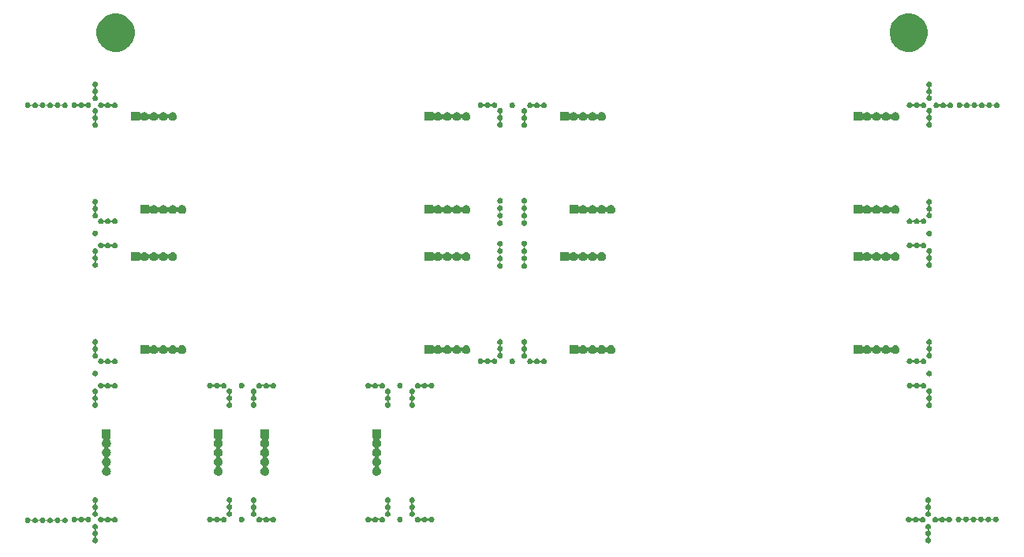
<source format=gbr>
G04 #@! TF.GenerationSoftware,KiCad,Pcbnew,(5.1.4)-1*
G04 #@! TF.CreationDate,2020-11-21T16:43:21-08:00*
G04 #@! TF.ProjectId,ufc_v4_displays_panel,7566635f-7634-45f6-9469-73706c617973,rev?*
G04 #@! TF.SameCoordinates,Original*
G04 #@! TF.FileFunction,Soldermask,Bot*
G04 #@! TF.FilePolarity,Negative*
%FSLAX46Y46*%
G04 Gerber Fmt 4.6, Leading zero omitted, Abs format (unit mm)*
G04 Created by KiCad (PCBNEW (5.1.4)-1) date 2020-11-21 16:43:21*
%MOMM*%
%LPD*%
G04 APERTURE LIST*
%ADD10C,0.100000*%
G04 APERTURE END LIST*
D10*
G36*
X136925297Y-91827567D02*
G01*
X136980075Y-91850257D01*
X136980077Y-91850258D01*
X137029376Y-91883198D01*
X137071302Y-91925124D01*
X137104242Y-91974423D01*
X137104243Y-91974425D01*
X137126933Y-92029203D01*
X137138500Y-92087353D01*
X137138500Y-92146647D01*
X137126933Y-92204797D01*
X137104243Y-92259575D01*
X137104242Y-92259577D01*
X137071302Y-92308876D01*
X137029376Y-92350802D01*
X136980077Y-92383742D01*
X136973604Y-92388067D01*
X136954662Y-92403612D01*
X136939117Y-92422554D01*
X136927566Y-92444165D01*
X136920453Y-92467614D01*
X136918051Y-92492000D01*
X136920453Y-92516386D01*
X136927566Y-92539835D01*
X136939117Y-92561446D01*
X136954662Y-92580388D01*
X136973604Y-92595933D01*
X136980077Y-92600258D01*
X137029376Y-92633198D01*
X137071302Y-92675124D01*
X137104242Y-92724423D01*
X137104243Y-92724425D01*
X137126933Y-92779203D01*
X137138500Y-92837353D01*
X137138500Y-92896647D01*
X137126933Y-92954797D01*
X137104243Y-93009575D01*
X137104242Y-93009577D01*
X137071302Y-93058876D01*
X137029376Y-93100802D01*
X136980077Y-93133742D01*
X136973604Y-93138067D01*
X136954662Y-93153612D01*
X136939117Y-93172554D01*
X136927566Y-93194165D01*
X136920453Y-93217614D01*
X136918051Y-93242000D01*
X136920453Y-93266386D01*
X136927566Y-93289835D01*
X136939117Y-93311446D01*
X136954662Y-93330388D01*
X136973604Y-93345933D01*
X136980077Y-93350258D01*
X137029376Y-93383198D01*
X137071302Y-93425124D01*
X137104242Y-93474423D01*
X137104243Y-93474425D01*
X137126933Y-93529203D01*
X137138500Y-93587353D01*
X137138500Y-93646647D01*
X137126933Y-93704797D01*
X137104243Y-93759575D01*
X137104242Y-93759577D01*
X137071302Y-93808876D01*
X137029376Y-93850802D01*
X136980077Y-93883742D01*
X136980076Y-93883743D01*
X136980075Y-93883743D01*
X136925297Y-93906433D01*
X136867147Y-93918000D01*
X136807853Y-93918000D01*
X136749703Y-93906433D01*
X136694925Y-93883743D01*
X136694924Y-93883743D01*
X136694923Y-93883742D01*
X136645624Y-93850802D01*
X136603698Y-93808876D01*
X136570758Y-93759577D01*
X136570757Y-93759575D01*
X136548067Y-93704797D01*
X136536500Y-93646647D01*
X136536500Y-93587353D01*
X136548067Y-93529203D01*
X136570757Y-93474425D01*
X136570758Y-93474423D01*
X136603698Y-93425124D01*
X136645624Y-93383198D01*
X136694923Y-93350258D01*
X136701396Y-93345933D01*
X136720338Y-93330388D01*
X136735883Y-93311446D01*
X136747434Y-93289835D01*
X136754547Y-93266386D01*
X136756949Y-93242000D01*
X136754547Y-93217614D01*
X136747434Y-93194165D01*
X136735883Y-93172554D01*
X136720338Y-93153612D01*
X136701396Y-93138067D01*
X136694923Y-93133742D01*
X136645624Y-93100802D01*
X136603698Y-93058876D01*
X136570758Y-93009577D01*
X136570757Y-93009575D01*
X136548067Y-92954797D01*
X136536500Y-92896647D01*
X136536500Y-92837353D01*
X136548067Y-92779203D01*
X136570757Y-92724425D01*
X136570758Y-92724423D01*
X136603698Y-92675124D01*
X136645624Y-92633198D01*
X136694923Y-92600258D01*
X136701396Y-92595933D01*
X136720338Y-92580388D01*
X136735883Y-92561446D01*
X136747434Y-92539835D01*
X136754547Y-92516386D01*
X136756949Y-92492000D01*
X136754547Y-92467614D01*
X136747434Y-92444165D01*
X136735883Y-92422554D01*
X136720338Y-92403612D01*
X136701396Y-92388067D01*
X136694923Y-92383742D01*
X136645624Y-92350802D01*
X136603698Y-92308876D01*
X136570758Y-92259577D01*
X136570757Y-92259575D01*
X136548067Y-92204797D01*
X136536500Y-92146647D01*
X136536500Y-92087353D01*
X136548067Y-92029203D01*
X136570757Y-91974425D01*
X136570758Y-91974423D01*
X136603698Y-91925124D01*
X136645624Y-91883198D01*
X136694923Y-91850258D01*
X136694925Y-91850257D01*
X136749703Y-91827567D01*
X136807853Y-91816000D01*
X136867147Y-91816000D01*
X136925297Y-91827567D01*
X136925297Y-91827567D01*
G37*
G36*
X47525297Y-91827567D02*
G01*
X47580075Y-91850257D01*
X47580077Y-91850258D01*
X47629376Y-91883198D01*
X47671302Y-91925124D01*
X47704242Y-91974423D01*
X47704243Y-91974425D01*
X47726933Y-92029203D01*
X47738500Y-92087353D01*
X47738500Y-92146647D01*
X47726933Y-92204797D01*
X47704243Y-92259575D01*
X47704242Y-92259577D01*
X47671302Y-92308876D01*
X47629376Y-92350802D01*
X47580077Y-92383742D01*
X47573604Y-92388067D01*
X47554662Y-92403612D01*
X47539117Y-92422554D01*
X47527566Y-92444165D01*
X47520453Y-92467614D01*
X47518051Y-92492000D01*
X47520453Y-92516386D01*
X47527566Y-92539835D01*
X47539117Y-92561446D01*
X47554662Y-92580388D01*
X47573604Y-92595933D01*
X47580077Y-92600258D01*
X47629376Y-92633198D01*
X47671302Y-92675124D01*
X47704242Y-92724423D01*
X47704243Y-92724425D01*
X47726933Y-92779203D01*
X47738500Y-92837353D01*
X47738500Y-92896647D01*
X47726933Y-92954797D01*
X47704243Y-93009575D01*
X47704242Y-93009577D01*
X47671302Y-93058876D01*
X47629376Y-93100802D01*
X47580077Y-93133742D01*
X47573604Y-93138067D01*
X47554662Y-93153612D01*
X47539117Y-93172554D01*
X47527566Y-93194165D01*
X47520453Y-93217614D01*
X47518051Y-93242000D01*
X47520453Y-93266386D01*
X47527566Y-93289835D01*
X47539117Y-93311446D01*
X47554662Y-93330388D01*
X47573604Y-93345933D01*
X47580077Y-93350258D01*
X47629376Y-93383198D01*
X47671302Y-93425124D01*
X47704242Y-93474423D01*
X47704243Y-93474425D01*
X47726933Y-93529203D01*
X47738500Y-93587353D01*
X47738500Y-93646647D01*
X47726933Y-93704797D01*
X47704243Y-93759575D01*
X47704242Y-93759577D01*
X47671302Y-93808876D01*
X47629376Y-93850802D01*
X47580077Y-93883742D01*
X47580076Y-93883743D01*
X47580075Y-93883743D01*
X47525297Y-93906433D01*
X47467147Y-93918000D01*
X47407853Y-93918000D01*
X47349703Y-93906433D01*
X47294925Y-93883743D01*
X47294924Y-93883743D01*
X47294923Y-93883742D01*
X47245624Y-93850802D01*
X47203698Y-93808876D01*
X47170758Y-93759577D01*
X47170757Y-93759575D01*
X47148067Y-93704797D01*
X47136500Y-93646647D01*
X47136500Y-93587353D01*
X47148067Y-93529203D01*
X47170757Y-93474425D01*
X47170758Y-93474423D01*
X47203698Y-93425124D01*
X47245624Y-93383198D01*
X47294923Y-93350258D01*
X47301396Y-93345933D01*
X47320338Y-93330388D01*
X47335883Y-93311446D01*
X47347434Y-93289835D01*
X47354547Y-93266386D01*
X47356949Y-93242000D01*
X47354547Y-93217614D01*
X47347434Y-93194165D01*
X47335883Y-93172554D01*
X47320338Y-93153612D01*
X47301396Y-93138067D01*
X47294923Y-93133742D01*
X47245624Y-93100802D01*
X47203698Y-93058876D01*
X47170758Y-93009577D01*
X47170757Y-93009575D01*
X47148067Y-92954797D01*
X47136500Y-92896647D01*
X47136500Y-92837353D01*
X47148067Y-92779203D01*
X47170757Y-92724425D01*
X47170758Y-92724423D01*
X47203698Y-92675124D01*
X47245624Y-92633198D01*
X47294923Y-92600258D01*
X47301396Y-92595933D01*
X47320338Y-92580388D01*
X47335883Y-92561446D01*
X47347434Y-92539835D01*
X47354547Y-92516386D01*
X47356949Y-92492000D01*
X47354547Y-92467614D01*
X47347434Y-92444165D01*
X47335883Y-92422554D01*
X47320338Y-92403612D01*
X47301396Y-92388067D01*
X47294923Y-92383742D01*
X47245624Y-92350802D01*
X47203698Y-92308876D01*
X47170758Y-92259577D01*
X47170757Y-92259575D01*
X47148067Y-92204797D01*
X47136500Y-92146647D01*
X47136500Y-92087353D01*
X47148067Y-92029203D01*
X47170757Y-91974425D01*
X47170758Y-91974423D01*
X47203698Y-91925124D01*
X47245624Y-91883198D01*
X47294923Y-91850258D01*
X47294925Y-91850257D01*
X47349703Y-91827567D01*
X47407853Y-91816000D01*
X47467147Y-91816000D01*
X47525297Y-91827567D01*
X47525297Y-91827567D01*
G37*
G36*
X40275297Y-91152567D02*
G01*
X40329756Y-91175125D01*
X40330077Y-91175258D01*
X40379376Y-91208198D01*
X40421302Y-91250124D01*
X40454242Y-91299423D01*
X40454243Y-91299425D01*
X40472016Y-91342332D01*
X40483567Y-91363943D01*
X40499113Y-91382885D01*
X40518055Y-91398430D01*
X40539665Y-91409981D01*
X40563114Y-91417094D01*
X40587500Y-91419496D01*
X40611887Y-91417094D01*
X40635335Y-91409981D01*
X40656946Y-91398430D01*
X40675888Y-91382884D01*
X40691433Y-91363942D01*
X40702984Y-91342332D01*
X40720757Y-91299425D01*
X40720758Y-91299423D01*
X40753698Y-91250124D01*
X40795624Y-91208198D01*
X40844923Y-91175258D01*
X40845244Y-91175125D01*
X40899703Y-91152567D01*
X40957853Y-91141000D01*
X41017147Y-91141000D01*
X41075297Y-91152567D01*
X41129756Y-91175125D01*
X41130077Y-91175258D01*
X41179376Y-91208198D01*
X41221302Y-91250124D01*
X41254242Y-91299423D01*
X41254243Y-91299425D01*
X41272016Y-91342332D01*
X41283567Y-91363943D01*
X41299113Y-91382885D01*
X41318055Y-91398430D01*
X41339665Y-91409981D01*
X41363114Y-91417094D01*
X41387500Y-91419496D01*
X41411887Y-91417094D01*
X41435335Y-91409981D01*
X41456946Y-91398430D01*
X41475888Y-91382884D01*
X41491433Y-91363942D01*
X41502984Y-91342332D01*
X41520757Y-91299425D01*
X41520758Y-91299423D01*
X41553698Y-91250124D01*
X41595624Y-91208198D01*
X41644923Y-91175258D01*
X41645244Y-91175125D01*
X41699703Y-91152567D01*
X41757853Y-91141000D01*
X41817147Y-91141000D01*
X41875297Y-91152567D01*
X41929756Y-91175125D01*
X41930077Y-91175258D01*
X41979376Y-91208198D01*
X42021302Y-91250124D01*
X42054242Y-91299423D01*
X42054243Y-91299425D01*
X42072016Y-91342332D01*
X42083567Y-91363943D01*
X42099113Y-91382885D01*
X42118055Y-91398430D01*
X42139665Y-91409981D01*
X42163114Y-91417094D01*
X42187500Y-91419496D01*
X42211887Y-91417094D01*
X42235335Y-91409981D01*
X42256946Y-91398430D01*
X42275888Y-91382884D01*
X42291433Y-91363942D01*
X42302984Y-91342332D01*
X42320757Y-91299425D01*
X42320758Y-91299423D01*
X42353698Y-91250124D01*
X42395624Y-91208198D01*
X42444923Y-91175258D01*
X42445244Y-91175125D01*
X42499703Y-91152567D01*
X42557853Y-91141000D01*
X42617147Y-91141000D01*
X42675297Y-91152567D01*
X42729756Y-91175125D01*
X42730077Y-91175258D01*
X42779376Y-91208198D01*
X42821302Y-91250124D01*
X42854242Y-91299423D01*
X42854243Y-91299425D01*
X42872016Y-91342332D01*
X42883567Y-91363943D01*
X42899113Y-91382885D01*
X42918055Y-91398430D01*
X42939665Y-91409981D01*
X42963114Y-91417094D01*
X42987500Y-91419496D01*
X43011887Y-91417094D01*
X43035335Y-91409981D01*
X43056946Y-91398430D01*
X43075888Y-91382884D01*
X43091433Y-91363942D01*
X43102984Y-91342332D01*
X43120757Y-91299425D01*
X43120758Y-91299423D01*
X43153698Y-91250124D01*
X43195624Y-91208198D01*
X43244923Y-91175258D01*
X43245244Y-91175125D01*
X43299703Y-91152567D01*
X43357853Y-91141000D01*
X43417147Y-91141000D01*
X43475297Y-91152567D01*
X43529756Y-91175125D01*
X43530077Y-91175258D01*
X43579376Y-91208198D01*
X43621302Y-91250124D01*
X43654242Y-91299423D01*
X43654243Y-91299425D01*
X43672016Y-91342332D01*
X43683567Y-91363943D01*
X43699113Y-91382885D01*
X43718055Y-91398430D01*
X43739665Y-91409981D01*
X43763114Y-91417094D01*
X43787500Y-91419496D01*
X43811887Y-91417094D01*
X43835335Y-91409981D01*
X43856946Y-91398430D01*
X43875888Y-91382884D01*
X43891433Y-91363942D01*
X43902984Y-91342332D01*
X43920757Y-91299425D01*
X43920758Y-91299423D01*
X43953698Y-91250124D01*
X43995624Y-91208198D01*
X44044923Y-91175258D01*
X44045244Y-91175125D01*
X44099703Y-91152567D01*
X44157853Y-91141000D01*
X44217147Y-91141000D01*
X44275297Y-91152567D01*
X44329756Y-91175125D01*
X44330077Y-91175258D01*
X44379376Y-91208198D01*
X44421302Y-91250124D01*
X44454242Y-91299423D01*
X44454243Y-91299425D01*
X44476933Y-91354203D01*
X44488500Y-91412353D01*
X44488500Y-91471647D01*
X44476933Y-91529797D01*
X44464888Y-91558875D01*
X44454242Y-91584577D01*
X44421302Y-91633876D01*
X44379376Y-91675802D01*
X44330077Y-91708742D01*
X44330076Y-91708743D01*
X44330075Y-91708743D01*
X44275297Y-91731433D01*
X44217147Y-91743000D01*
X44157853Y-91743000D01*
X44099703Y-91731433D01*
X44044925Y-91708743D01*
X44044924Y-91708743D01*
X44044923Y-91708742D01*
X43995624Y-91675802D01*
X43953698Y-91633876D01*
X43920758Y-91584577D01*
X43910112Y-91558875D01*
X43902984Y-91541668D01*
X43891433Y-91520057D01*
X43875887Y-91501115D01*
X43856945Y-91485570D01*
X43835335Y-91474019D01*
X43811886Y-91466906D01*
X43787500Y-91464504D01*
X43763113Y-91466906D01*
X43739665Y-91474019D01*
X43718054Y-91485570D01*
X43699112Y-91501116D01*
X43683567Y-91520058D01*
X43672016Y-91541668D01*
X43664888Y-91558875D01*
X43654242Y-91584577D01*
X43621302Y-91633876D01*
X43579376Y-91675802D01*
X43530077Y-91708742D01*
X43530076Y-91708743D01*
X43530075Y-91708743D01*
X43475297Y-91731433D01*
X43417147Y-91743000D01*
X43357853Y-91743000D01*
X43299703Y-91731433D01*
X43244925Y-91708743D01*
X43244924Y-91708743D01*
X43244923Y-91708742D01*
X43195624Y-91675802D01*
X43153698Y-91633876D01*
X43120758Y-91584577D01*
X43110112Y-91558875D01*
X43102984Y-91541668D01*
X43091433Y-91520057D01*
X43075887Y-91501115D01*
X43056945Y-91485570D01*
X43035335Y-91474019D01*
X43011886Y-91466906D01*
X42987500Y-91464504D01*
X42963113Y-91466906D01*
X42939665Y-91474019D01*
X42918054Y-91485570D01*
X42899112Y-91501116D01*
X42883567Y-91520058D01*
X42872016Y-91541668D01*
X42864888Y-91558875D01*
X42854242Y-91584577D01*
X42821302Y-91633876D01*
X42779376Y-91675802D01*
X42730077Y-91708742D01*
X42730076Y-91708743D01*
X42730075Y-91708743D01*
X42675297Y-91731433D01*
X42617147Y-91743000D01*
X42557853Y-91743000D01*
X42499703Y-91731433D01*
X42444925Y-91708743D01*
X42444924Y-91708743D01*
X42444923Y-91708742D01*
X42395624Y-91675802D01*
X42353698Y-91633876D01*
X42320758Y-91584577D01*
X42310112Y-91558875D01*
X42302984Y-91541668D01*
X42291433Y-91520057D01*
X42275887Y-91501115D01*
X42256945Y-91485570D01*
X42235335Y-91474019D01*
X42211886Y-91466906D01*
X42187500Y-91464504D01*
X42163113Y-91466906D01*
X42139665Y-91474019D01*
X42118054Y-91485570D01*
X42099112Y-91501116D01*
X42083567Y-91520058D01*
X42072016Y-91541668D01*
X42064888Y-91558875D01*
X42054242Y-91584577D01*
X42021302Y-91633876D01*
X41979376Y-91675802D01*
X41930077Y-91708742D01*
X41930076Y-91708743D01*
X41930075Y-91708743D01*
X41875297Y-91731433D01*
X41817147Y-91743000D01*
X41757853Y-91743000D01*
X41699703Y-91731433D01*
X41644925Y-91708743D01*
X41644924Y-91708743D01*
X41644923Y-91708742D01*
X41595624Y-91675802D01*
X41553698Y-91633876D01*
X41520758Y-91584577D01*
X41510112Y-91558875D01*
X41502984Y-91541668D01*
X41491433Y-91520057D01*
X41475887Y-91501115D01*
X41456945Y-91485570D01*
X41435335Y-91474019D01*
X41411886Y-91466906D01*
X41387500Y-91464504D01*
X41363113Y-91466906D01*
X41339665Y-91474019D01*
X41318054Y-91485570D01*
X41299112Y-91501116D01*
X41283567Y-91520058D01*
X41272016Y-91541668D01*
X41264888Y-91558875D01*
X41254242Y-91584577D01*
X41221302Y-91633876D01*
X41179376Y-91675802D01*
X41130077Y-91708742D01*
X41130076Y-91708743D01*
X41130075Y-91708743D01*
X41075297Y-91731433D01*
X41017147Y-91743000D01*
X40957853Y-91743000D01*
X40899703Y-91731433D01*
X40844925Y-91708743D01*
X40844924Y-91708743D01*
X40844923Y-91708742D01*
X40795624Y-91675802D01*
X40753698Y-91633876D01*
X40720758Y-91584577D01*
X40710112Y-91558875D01*
X40702984Y-91541668D01*
X40691433Y-91520057D01*
X40675887Y-91501115D01*
X40656945Y-91485570D01*
X40635335Y-91474019D01*
X40611886Y-91466906D01*
X40587500Y-91464504D01*
X40563113Y-91466906D01*
X40539665Y-91474019D01*
X40518054Y-91485570D01*
X40499112Y-91501116D01*
X40483567Y-91520058D01*
X40472016Y-91541668D01*
X40464888Y-91558875D01*
X40454242Y-91584577D01*
X40421302Y-91633876D01*
X40379376Y-91675802D01*
X40330077Y-91708742D01*
X40330076Y-91708743D01*
X40330075Y-91708743D01*
X40275297Y-91731433D01*
X40217147Y-91743000D01*
X40157853Y-91743000D01*
X40099703Y-91731433D01*
X40044925Y-91708743D01*
X40044924Y-91708743D01*
X40044923Y-91708742D01*
X39995624Y-91675802D01*
X39953698Y-91633876D01*
X39920758Y-91584577D01*
X39910112Y-91558875D01*
X39898067Y-91529797D01*
X39886500Y-91471647D01*
X39886500Y-91412353D01*
X39898067Y-91354203D01*
X39920757Y-91299425D01*
X39920758Y-91299423D01*
X39953698Y-91250124D01*
X39995624Y-91208198D01*
X40044923Y-91175258D01*
X40045244Y-91175125D01*
X40099703Y-91152567D01*
X40157853Y-91141000D01*
X40217147Y-91141000D01*
X40275297Y-91152567D01*
X40275297Y-91152567D01*
G37*
G36*
X65125297Y-91077567D02*
G01*
X65180075Y-91100257D01*
X65180077Y-91100258D01*
X65229376Y-91133198D01*
X65271302Y-91175124D01*
X65287539Y-91199425D01*
X65308567Y-91230896D01*
X65324112Y-91249838D01*
X65343054Y-91265383D01*
X65364665Y-91276934D01*
X65388114Y-91284047D01*
X65412500Y-91286449D01*
X65436886Y-91284047D01*
X65460335Y-91276934D01*
X65481946Y-91265383D01*
X65500888Y-91249838D01*
X65516433Y-91230896D01*
X65537461Y-91199425D01*
X65553698Y-91175124D01*
X65595624Y-91133198D01*
X65644923Y-91100258D01*
X65644925Y-91100257D01*
X65699703Y-91077567D01*
X65757853Y-91066000D01*
X65817147Y-91066000D01*
X65875297Y-91077567D01*
X65930075Y-91100257D01*
X65930077Y-91100258D01*
X65979376Y-91133198D01*
X66021302Y-91175124D01*
X66037539Y-91199425D01*
X66058567Y-91230896D01*
X66074112Y-91249838D01*
X66093054Y-91265383D01*
X66114665Y-91276934D01*
X66138114Y-91284047D01*
X66162500Y-91286449D01*
X66186886Y-91284047D01*
X66210335Y-91276934D01*
X66231946Y-91265383D01*
X66250888Y-91249838D01*
X66266433Y-91230896D01*
X66287461Y-91199425D01*
X66303698Y-91175124D01*
X66345624Y-91133198D01*
X66394923Y-91100258D01*
X66394925Y-91100257D01*
X66449703Y-91077567D01*
X66507853Y-91066000D01*
X66567147Y-91066000D01*
X66625297Y-91077567D01*
X66680075Y-91100257D01*
X66680077Y-91100258D01*
X66729376Y-91133198D01*
X66771302Y-91175124D01*
X66787539Y-91199425D01*
X66804243Y-91224425D01*
X66826933Y-91279203D01*
X66838500Y-91337353D01*
X66838500Y-91396647D01*
X66826933Y-91454797D01*
X66814186Y-91485570D01*
X66804242Y-91509577D01*
X66771302Y-91558876D01*
X66729376Y-91600802D01*
X66680077Y-91633742D01*
X66680076Y-91633743D01*
X66680075Y-91633743D01*
X66625297Y-91656433D01*
X66567147Y-91668000D01*
X66507853Y-91668000D01*
X66449703Y-91656433D01*
X66394925Y-91633743D01*
X66394924Y-91633743D01*
X66394923Y-91633742D01*
X66345624Y-91600802D01*
X66303698Y-91558876D01*
X66270758Y-91509577D01*
X66270757Y-91509575D01*
X66266433Y-91503104D01*
X66250888Y-91484162D01*
X66231946Y-91468617D01*
X66210335Y-91457066D01*
X66186886Y-91449953D01*
X66162500Y-91447551D01*
X66138114Y-91449953D01*
X66114665Y-91457066D01*
X66093054Y-91468617D01*
X66074112Y-91484162D01*
X66058567Y-91503104D01*
X66054243Y-91509575D01*
X66054242Y-91509577D01*
X66021302Y-91558876D01*
X65979376Y-91600802D01*
X65930077Y-91633742D01*
X65930076Y-91633743D01*
X65930075Y-91633743D01*
X65875297Y-91656433D01*
X65817147Y-91668000D01*
X65757853Y-91668000D01*
X65699703Y-91656433D01*
X65644925Y-91633743D01*
X65644924Y-91633743D01*
X65644923Y-91633742D01*
X65595624Y-91600802D01*
X65553698Y-91558876D01*
X65520758Y-91509577D01*
X65520757Y-91509575D01*
X65516433Y-91503104D01*
X65500888Y-91484162D01*
X65481946Y-91468617D01*
X65460335Y-91457066D01*
X65436886Y-91449953D01*
X65412500Y-91447551D01*
X65388114Y-91449953D01*
X65364665Y-91457066D01*
X65343054Y-91468617D01*
X65324112Y-91484162D01*
X65308567Y-91503104D01*
X65304243Y-91509575D01*
X65304242Y-91509577D01*
X65271302Y-91558876D01*
X65229376Y-91600802D01*
X65180077Y-91633742D01*
X65180076Y-91633743D01*
X65180075Y-91633743D01*
X65125297Y-91656433D01*
X65067147Y-91668000D01*
X65007853Y-91668000D01*
X64949703Y-91656433D01*
X64894925Y-91633743D01*
X64894924Y-91633743D01*
X64894923Y-91633742D01*
X64845624Y-91600802D01*
X64803698Y-91558876D01*
X64770758Y-91509577D01*
X64760814Y-91485570D01*
X64748067Y-91454797D01*
X64736500Y-91396647D01*
X64736500Y-91337353D01*
X64748067Y-91279203D01*
X64770757Y-91224425D01*
X64787461Y-91199425D01*
X64803698Y-91175124D01*
X64803700Y-91175122D01*
X64805599Y-91172280D01*
X64817150Y-91150669D01*
X64818085Y-91147585D01*
X64821169Y-91146650D01*
X64842780Y-91135099D01*
X64845622Y-91133200D01*
X64845624Y-91133198D01*
X64894923Y-91100258D01*
X64894925Y-91100257D01*
X64949703Y-91077567D01*
X65007853Y-91066000D01*
X65067147Y-91066000D01*
X65125297Y-91077567D01*
X65125297Y-91077567D01*
G37*
G36*
X76825297Y-91077567D02*
G01*
X76880075Y-91100257D01*
X76880077Y-91100258D01*
X76929376Y-91133198D01*
X76971302Y-91175124D01*
X76987539Y-91199425D01*
X77008567Y-91230896D01*
X77024112Y-91249838D01*
X77043054Y-91265383D01*
X77064665Y-91276934D01*
X77088114Y-91284047D01*
X77112500Y-91286449D01*
X77136886Y-91284047D01*
X77160335Y-91276934D01*
X77181946Y-91265383D01*
X77200888Y-91249838D01*
X77216433Y-91230896D01*
X77237461Y-91199425D01*
X77253698Y-91175124D01*
X77295624Y-91133198D01*
X77344923Y-91100258D01*
X77344925Y-91100257D01*
X77399703Y-91077567D01*
X77457853Y-91066000D01*
X77517147Y-91066000D01*
X77575297Y-91077567D01*
X77630075Y-91100257D01*
X77630077Y-91100258D01*
X77679376Y-91133198D01*
X77721302Y-91175124D01*
X77737539Y-91199425D01*
X77758567Y-91230896D01*
X77774112Y-91249838D01*
X77793054Y-91265383D01*
X77814665Y-91276934D01*
X77838114Y-91284047D01*
X77862500Y-91286449D01*
X77886886Y-91284047D01*
X77910335Y-91276934D01*
X77931946Y-91265383D01*
X77950888Y-91249838D01*
X77966433Y-91230896D01*
X77987461Y-91199425D01*
X78003698Y-91175124D01*
X78045624Y-91133198D01*
X78094923Y-91100258D01*
X78094925Y-91100257D01*
X78149703Y-91077567D01*
X78207853Y-91066000D01*
X78267147Y-91066000D01*
X78325297Y-91077567D01*
X78380075Y-91100257D01*
X78380077Y-91100258D01*
X78429376Y-91133198D01*
X78429378Y-91133200D01*
X78432220Y-91135099D01*
X78453831Y-91146650D01*
X78456915Y-91147585D01*
X78457850Y-91150669D01*
X78469401Y-91172280D01*
X78471300Y-91175122D01*
X78471302Y-91175124D01*
X78487539Y-91199425D01*
X78504243Y-91224425D01*
X78526933Y-91279203D01*
X78538500Y-91337353D01*
X78538500Y-91396647D01*
X78526933Y-91454797D01*
X78514186Y-91485570D01*
X78504242Y-91509577D01*
X78471302Y-91558876D01*
X78429376Y-91600802D01*
X78380077Y-91633742D01*
X78380076Y-91633743D01*
X78380075Y-91633743D01*
X78325297Y-91656433D01*
X78267147Y-91668000D01*
X78207853Y-91668000D01*
X78149703Y-91656433D01*
X78094925Y-91633743D01*
X78094924Y-91633743D01*
X78094923Y-91633742D01*
X78045624Y-91600802D01*
X78003698Y-91558876D01*
X77970758Y-91509577D01*
X77970757Y-91509575D01*
X77966433Y-91503104D01*
X77950888Y-91484162D01*
X77931946Y-91468617D01*
X77910335Y-91457066D01*
X77886886Y-91449953D01*
X77862500Y-91447551D01*
X77838114Y-91449953D01*
X77814665Y-91457066D01*
X77793054Y-91468617D01*
X77774112Y-91484162D01*
X77758567Y-91503104D01*
X77754243Y-91509575D01*
X77754242Y-91509577D01*
X77721302Y-91558876D01*
X77679376Y-91600802D01*
X77630077Y-91633742D01*
X77630076Y-91633743D01*
X77630075Y-91633743D01*
X77575297Y-91656433D01*
X77517147Y-91668000D01*
X77457853Y-91668000D01*
X77399703Y-91656433D01*
X77344925Y-91633743D01*
X77344924Y-91633743D01*
X77344923Y-91633742D01*
X77295624Y-91600802D01*
X77253698Y-91558876D01*
X77220758Y-91509577D01*
X77220757Y-91509575D01*
X77216433Y-91503104D01*
X77200888Y-91484162D01*
X77181946Y-91468617D01*
X77160335Y-91457066D01*
X77136886Y-91449953D01*
X77112500Y-91447551D01*
X77088114Y-91449953D01*
X77064665Y-91457066D01*
X77043054Y-91468617D01*
X77024112Y-91484162D01*
X77008567Y-91503104D01*
X77004243Y-91509575D01*
X77004242Y-91509577D01*
X76971302Y-91558876D01*
X76929376Y-91600802D01*
X76880077Y-91633742D01*
X76880076Y-91633743D01*
X76880075Y-91633743D01*
X76825297Y-91656433D01*
X76767147Y-91668000D01*
X76707853Y-91668000D01*
X76649703Y-91656433D01*
X76594925Y-91633743D01*
X76594924Y-91633743D01*
X76594923Y-91633742D01*
X76545624Y-91600802D01*
X76503698Y-91558876D01*
X76470758Y-91509577D01*
X76460814Y-91485570D01*
X76448067Y-91454797D01*
X76436500Y-91396647D01*
X76436500Y-91337353D01*
X76448067Y-91279203D01*
X76470757Y-91224425D01*
X76487461Y-91199425D01*
X76503698Y-91175124D01*
X76545624Y-91133198D01*
X76594923Y-91100258D01*
X76594925Y-91100257D01*
X76649703Y-91077567D01*
X76707853Y-91066000D01*
X76767147Y-91066000D01*
X76825297Y-91077567D01*
X76825297Y-91077567D01*
G37*
G36*
X80225297Y-91077567D02*
G01*
X80280075Y-91100257D01*
X80280077Y-91100258D01*
X80329376Y-91133198D01*
X80371302Y-91175124D01*
X80387539Y-91199425D01*
X80404243Y-91224425D01*
X80426933Y-91279203D01*
X80438500Y-91337353D01*
X80438500Y-91396647D01*
X80426933Y-91454797D01*
X80414186Y-91485570D01*
X80404242Y-91509577D01*
X80371302Y-91558876D01*
X80329376Y-91600802D01*
X80280077Y-91633742D01*
X80280076Y-91633743D01*
X80280075Y-91633743D01*
X80225297Y-91656433D01*
X80167147Y-91668000D01*
X80107853Y-91668000D01*
X80049703Y-91656433D01*
X79994925Y-91633743D01*
X79994924Y-91633743D01*
X79994923Y-91633742D01*
X79945624Y-91600802D01*
X79903698Y-91558876D01*
X79870758Y-91509577D01*
X79860814Y-91485570D01*
X79848067Y-91454797D01*
X79836500Y-91396647D01*
X79836500Y-91337353D01*
X79848067Y-91279203D01*
X79870757Y-91224425D01*
X79887461Y-91199425D01*
X79903698Y-91175124D01*
X79945624Y-91133198D01*
X79994923Y-91100258D01*
X79994925Y-91100257D01*
X80049703Y-91077567D01*
X80107853Y-91066000D01*
X80167147Y-91066000D01*
X80225297Y-91077567D01*
X80225297Y-91077567D01*
G37*
G36*
X82125297Y-91077567D02*
G01*
X82180075Y-91100257D01*
X82180077Y-91100258D01*
X82229376Y-91133198D01*
X82271302Y-91175124D01*
X82287539Y-91199425D01*
X82308567Y-91230896D01*
X82324112Y-91249838D01*
X82343054Y-91265383D01*
X82364665Y-91276934D01*
X82388114Y-91284047D01*
X82412500Y-91286449D01*
X82436886Y-91284047D01*
X82460335Y-91276934D01*
X82481946Y-91265383D01*
X82500888Y-91249838D01*
X82516433Y-91230896D01*
X82537461Y-91199425D01*
X82553698Y-91175124D01*
X82595624Y-91133198D01*
X82644923Y-91100258D01*
X82644925Y-91100257D01*
X82699703Y-91077567D01*
X82757853Y-91066000D01*
X82817147Y-91066000D01*
X82875297Y-91077567D01*
X82930075Y-91100257D01*
X82930077Y-91100258D01*
X82979376Y-91133198D01*
X83021302Y-91175124D01*
X83037539Y-91199425D01*
X83058567Y-91230896D01*
X83074112Y-91249838D01*
X83093054Y-91265383D01*
X83114665Y-91276934D01*
X83138114Y-91284047D01*
X83162500Y-91286449D01*
X83186886Y-91284047D01*
X83210335Y-91276934D01*
X83231946Y-91265383D01*
X83250888Y-91249838D01*
X83266433Y-91230896D01*
X83287461Y-91199425D01*
X83303698Y-91175124D01*
X83345624Y-91133198D01*
X83394923Y-91100258D01*
X83394925Y-91100257D01*
X83449703Y-91077567D01*
X83507853Y-91066000D01*
X83567147Y-91066000D01*
X83625297Y-91077567D01*
X83680075Y-91100257D01*
X83680077Y-91100258D01*
X83729376Y-91133198D01*
X83771302Y-91175124D01*
X83787539Y-91199425D01*
X83804243Y-91224425D01*
X83826933Y-91279203D01*
X83838500Y-91337353D01*
X83838500Y-91396647D01*
X83826933Y-91454797D01*
X83814186Y-91485570D01*
X83804242Y-91509577D01*
X83771302Y-91558876D01*
X83729376Y-91600802D01*
X83680077Y-91633742D01*
X83680076Y-91633743D01*
X83680075Y-91633743D01*
X83625297Y-91656433D01*
X83567147Y-91668000D01*
X83507853Y-91668000D01*
X83449703Y-91656433D01*
X83394925Y-91633743D01*
X83394924Y-91633743D01*
X83394923Y-91633742D01*
X83345624Y-91600802D01*
X83303698Y-91558876D01*
X83270758Y-91509577D01*
X83270757Y-91509575D01*
X83266433Y-91503104D01*
X83250888Y-91484162D01*
X83231946Y-91468617D01*
X83210335Y-91457066D01*
X83186886Y-91449953D01*
X83162500Y-91447551D01*
X83138114Y-91449953D01*
X83114665Y-91457066D01*
X83093054Y-91468617D01*
X83074112Y-91484162D01*
X83058567Y-91503104D01*
X83054243Y-91509575D01*
X83054242Y-91509577D01*
X83021302Y-91558876D01*
X82979376Y-91600802D01*
X82930077Y-91633742D01*
X82930076Y-91633743D01*
X82930075Y-91633743D01*
X82875297Y-91656433D01*
X82817147Y-91668000D01*
X82757853Y-91668000D01*
X82699703Y-91656433D01*
X82644925Y-91633743D01*
X82644924Y-91633743D01*
X82644923Y-91633742D01*
X82595624Y-91600802D01*
X82553698Y-91558876D01*
X82520758Y-91509577D01*
X82520757Y-91509575D01*
X82516433Y-91503104D01*
X82500888Y-91484162D01*
X82481946Y-91468617D01*
X82460335Y-91457066D01*
X82436886Y-91449953D01*
X82412500Y-91447551D01*
X82388114Y-91449953D01*
X82364665Y-91457066D01*
X82343054Y-91468617D01*
X82324112Y-91484162D01*
X82308567Y-91503104D01*
X82304243Y-91509575D01*
X82304242Y-91509577D01*
X82271302Y-91558876D01*
X82229376Y-91600802D01*
X82180077Y-91633742D01*
X82180076Y-91633743D01*
X82180075Y-91633743D01*
X82125297Y-91656433D01*
X82067147Y-91668000D01*
X82007853Y-91668000D01*
X81949703Y-91656433D01*
X81894925Y-91633743D01*
X81894924Y-91633743D01*
X81894923Y-91633742D01*
X81845624Y-91600802D01*
X81803698Y-91558876D01*
X81770758Y-91509577D01*
X81760814Y-91485570D01*
X81748067Y-91454797D01*
X81736500Y-91396647D01*
X81736500Y-91337353D01*
X81748067Y-91279203D01*
X81770757Y-91224425D01*
X81787461Y-91199425D01*
X81803698Y-91175124D01*
X81803700Y-91175122D01*
X81805599Y-91172280D01*
X81817150Y-91150669D01*
X81818085Y-91147585D01*
X81821169Y-91146650D01*
X81842780Y-91135099D01*
X81845622Y-91133200D01*
X81845624Y-91133198D01*
X81894923Y-91100258D01*
X81894925Y-91100257D01*
X81949703Y-91077567D01*
X82007853Y-91066000D01*
X82067147Y-91066000D01*
X82125297Y-91077567D01*
X82125297Y-91077567D01*
G37*
G36*
X137675297Y-91077567D02*
G01*
X137730075Y-91100257D01*
X137730077Y-91100258D01*
X137779376Y-91133198D01*
X137821302Y-91175124D01*
X137837539Y-91199425D01*
X137858567Y-91230896D01*
X137874112Y-91249838D01*
X137893054Y-91265383D01*
X137914665Y-91276934D01*
X137938114Y-91284047D01*
X137962500Y-91286449D01*
X137986886Y-91284047D01*
X138010335Y-91276934D01*
X138031946Y-91265383D01*
X138050888Y-91249838D01*
X138066433Y-91230896D01*
X138087461Y-91199425D01*
X138103698Y-91175124D01*
X138145624Y-91133198D01*
X138194923Y-91100258D01*
X138194925Y-91100257D01*
X138249703Y-91077567D01*
X138307853Y-91066000D01*
X138367147Y-91066000D01*
X138425297Y-91077567D01*
X138480075Y-91100257D01*
X138480077Y-91100258D01*
X138529376Y-91133198D01*
X138571302Y-91175124D01*
X138587539Y-91199425D01*
X138608567Y-91230896D01*
X138624112Y-91249838D01*
X138643054Y-91265383D01*
X138664665Y-91276934D01*
X138688114Y-91284047D01*
X138712500Y-91286449D01*
X138736886Y-91284047D01*
X138760335Y-91276934D01*
X138781946Y-91265383D01*
X138800888Y-91249838D01*
X138816433Y-91230896D01*
X138837461Y-91199425D01*
X138853698Y-91175124D01*
X138895624Y-91133198D01*
X138944923Y-91100258D01*
X138944925Y-91100257D01*
X138999703Y-91077567D01*
X139057853Y-91066000D01*
X139117147Y-91066000D01*
X139175297Y-91077567D01*
X139230075Y-91100257D01*
X139230077Y-91100258D01*
X139279376Y-91133198D01*
X139321302Y-91175124D01*
X139337539Y-91199425D01*
X139354243Y-91224425D01*
X139376933Y-91279203D01*
X139388500Y-91337353D01*
X139388500Y-91396647D01*
X139376933Y-91454797D01*
X139364186Y-91485570D01*
X139354242Y-91509577D01*
X139321302Y-91558876D01*
X139279376Y-91600802D01*
X139230077Y-91633742D01*
X139230076Y-91633743D01*
X139230075Y-91633743D01*
X139175297Y-91656433D01*
X139117147Y-91668000D01*
X139057853Y-91668000D01*
X138999703Y-91656433D01*
X138944925Y-91633743D01*
X138944924Y-91633743D01*
X138944923Y-91633742D01*
X138895624Y-91600802D01*
X138853698Y-91558876D01*
X138820758Y-91509577D01*
X138820757Y-91509575D01*
X138816433Y-91503104D01*
X138800888Y-91484162D01*
X138781946Y-91468617D01*
X138760335Y-91457066D01*
X138736886Y-91449953D01*
X138712500Y-91447551D01*
X138688114Y-91449953D01*
X138664665Y-91457066D01*
X138643054Y-91468617D01*
X138624112Y-91484162D01*
X138608567Y-91503104D01*
X138604243Y-91509575D01*
X138604242Y-91509577D01*
X138571302Y-91558876D01*
X138529376Y-91600802D01*
X138480077Y-91633742D01*
X138480076Y-91633743D01*
X138480075Y-91633743D01*
X138425297Y-91656433D01*
X138367147Y-91668000D01*
X138307853Y-91668000D01*
X138249703Y-91656433D01*
X138194925Y-91633743D01*
X138194924Y-91633743D01*
X138194923Y-91633742D01*
X138145624Y-91600802D01*
X138103698Y-91558876D01*
X138070758Y-91509577D01*
X138070757Y-91509575D01*
X138066433Y-91503104D01*
X138050888Y-91484162D01*
X138031946Y-91468617D01*
X138010335Y-91457066D01*
X137986886Y-91449953D01*
X137962500Y-91447551D01*
X137938114Y-91449953D01*
X137914665Y-91457066D01*
X137893054Y-91468617D01*
X137874112Y-91484162D01*
X137858567Y-91503104D01*
X137854243Y-91509575D01*
X137854242Y-91509577D01*
X137821302Y-91558876D01*
X137779376Y-91600802D01*
X137730077Y-91633742D01*
X137730076Y-91633743D01*
X137730075Y-91633743D01*
X137675297Y-91656433D01*
X137617147Y-91668000D01*
X137557853Y-91668000D01*
X137499703Y-91656433D01*
X137444925Y-91633743D01*
X137444924Y-91633743D01*
X137444923Y-91633742D01*
X137395624Y-91600802D01*
X137353698Y-91558876D01*
X137320758Y-91509577D01*
X137310814Y-91485570D01*
X137298067Y-91454797D01*
X137286500Y-91396647D01*
X137286500Y-91337353D01*
X137298067Y-91279203D01*
X137320757Y-91224425D01*
X137337461Y-91199425D01*
X137353698Y-91175124D01*
X137395624Y-91133198D01*
X137444923Y-91100258D01*
X137444925Y-91100257D01*
X137499703Y-91077567D01*
X137557853Y-91066000D01*
X137617147Y-91066000D01*
X137675297Y-91077567D01*
X137675297Y-91077567D01*
G37*
G36*
X63225297Y-91077567D02*
G01*
X63280075Y-91100257D01*
X63280077Y-91100258D01*
X63329376Y-91133198D01*
X63371302Y-91175124D01*
X63387539Y-91199425D01*
X63404243Y-91224425D01*
X63426933Y-91279203D01*
X63438500Y-91337353D01*
X63438500Y-91396647D01*
X63426933Y-91454797D01*
X63414186Y-91485570D01*
X63404242Y-91509577D01*
X63371302Y-91558876D01*
X63329376Y-91600802D01*
X63280077Y-91633742D01*
X63280076Y-91633743D01*
X63280075Y-91633743D01*
X63225297Y-91656433D01*
X63167147Y-91668000D01*
X63107853Y-91668000D01*
X63049703Y-91656433D01*
X62994925Y-91633743D01*
X62994924Y-91633743D01*
X62994923Y-91633742D01*
X62945624Y-91600802D01*
X62903698Y-91558876D01*
X62870758Y-91509577D01*
X62860814Y-91485570D01*
X62848067Y-91454797D01*
X62836500Y-91396647D01*
X62836500Y-91337353D01*
X62848067Y-91279203D01*
X62870757Y-91224425D01*
X62887461Y-91199425D01*
X62903698Y-91175124D01*
X62945624Y-91133198D01*
X62994923Y-91100258D01*
X62994925Y-91100257D01*
X63049703Y-91077567D01*
X63107853Y-91066000D01*
X63167147Y-91066000D01*
X63225297Y-91077567D01*
X63225297Y-91077567D01*
G37*
G36*
X48125297Y-91077567D02*
G01*
X48180075Y-91100257D01*
X48180077Y-91100258D01*
X48229376Y-91133198D01*
X48271302Y-91175124D01*
X48287539Y-91199425D01*
X48308567Y-91230896D01*
X48324112Y-91249838D01*
X48343054Y-91265383D01*
X48364665Y-91276934D01*
X48388114Y-91284047D01*
X48412500Y-91286449D01*
X48436886Y-91284047D01*
X48460335Y-91276934D01*
X48481946Y-91265383D01*
X48500888Y-91249838D01*
X48516433Y-91230896D01*
X48537461Y-91199425D01*
X48553698Y-91175124D01*
X48595624Y-91133198D01*
X48644923Y-91100258D01*
X48644925Y-91100257D01*
X48699703Y-91077567D01*
X48757853Y-91066000D01*
X48817147Y-91066000D01*
X48875297Y-91077567D01*
X48930075Y-91100257D01*
X48930077Y-91100258D01*
X48979376Y-91133198D01*
X49021302Y-91175124D01*
X49037539Y-91199425D01*
X49058567Y-91230896D01*
X49074112Y-91249838D01*
X49093054Y-91265383D01*
X49114665Y-91276934D01*
X49138114Y-91284047D01*
X49162500Y-91286449D01*
X49186886Y-91284047D01*
X49210335Y-91276934D01*
X49231946Y-91265383D01*
X49250888Y-91249838D01*
X49266433Y-91230896D01*
X49287461Y-91199425D01*
X49303698Y-91175124D01*
X49345624Y-91133198D01*
X49394923Y-91100258D01*
X49394925Y-91100257D01*
X49449703Y-91077567D01*
X49507853Y-91066000D01*
X49567147Y-91066000D01*
X49625297Y-91077567D01*
X49680075Y-91100257D01*
X49680077Y-91100258D01*
X49729376Y-91133198D01*
X49771302Y-91175124D01*
X49787539Y-91199425D01*
X49804243Y-91224425D01*
X49826933Y-91279203D01*
X49838500Y-91337353D01*
X49838500Y-91396647D01*
X49826933Y-91454797D01*
X49814186Y-91485570D01*
X49804242Y-91509577D01*
X49771302Y-91558876D01*
X49729376Y-91600802D01*
X49680077Y-91633742D01*
X49680076Y-91633743D01*
X49680075Y-91633743D01*
X49625297Y-91656433D01*
X49567147Y-91668000D01*
X49507853Y-91668000D01*
X49449703Y-91656433D01*
X49394925Y-91633743D01*
X49394924Y-91633743D01*
X49394923Y-91633742D01*
X49345624Y-91600802D01*
X49303698Y-91558876D01*
X49270758Y-91509577D01*
X49270757Y-91509575D01*
X49266433Y-91503104D01*
X49250888Y-91484162D01*
X49231946Y-91468617D01*
X49210335Y-91457066D01*
X49186886Y-91449953D01*
X49162500Y-91447551D01*
X49138114Y-91449953D01*
X49114665Y-91457066D01*
X49093054Y-91468617D01*
X49074112Y-91484162D01*
X49058567Y-91503104D01*
X49054243Y-91509575D01*
X49054242Y-91509577D01*
X49021302Y-91558876D01*
X48979376Y-91600802D01*
X48930077Y-91633742D01*
X48930076Y-91633743D01*
X48930075Y-91633743D01*
X48875297Y-91656433D01*
X48817147Y-91668000D01*
X48757853Y-91668000D01*
X48699703Y-91656433D01*
X48644925Y-91633743D01*
X48644924Y-91633743D01*
X48644923Y-91633742D01*
X48595624Y-91600802D01*
X48553698Y-91558876D01*
X48520758Y-91509577D01*
X48520757Y-91509575D01*
X48516433Y-91503104D01*
X48500888Y-91484162D01*
X48481946Y-91468617D01*
X48460335Y-91457066D01*
X48436886Y-91449953D01*
X48412500Y-91447551D01*
X48388114Y-91449953D01*
X48364665Y-91457066D01*
X48343054Y-91468617D01*
X48324112Y-91484162D01*
X48308567Y-91503104D01*
X48304243Y-91509575D01*
X48304242Y-91509577D01*
X48271302Y-91558876D01*
X48229376Y-91600802D01*
X48180077Y-91633742D01*
X48180076Y-91633743D01*
X48180075Y-91633743D01*
X48125297Y-91656433D01*
X48067147Y-91668000D01*
X48007853Y-91668000D01*
X47949703Y-91656433D01*
X47894925Y-91633743D01*
X47894924Y-91633743D01*
X47894923Y-91633742D01*
X47845624Y-91600802D01*
X47803698Y-91558876D01*
X47770758Y-91509577D01*
X47760814Y-91485570D01*
X47748067Y-91454797D01*
X47736500Y-91396647D01*
X47736500Y-91337353D01*
X47748067Y-91279203D01*
X47770757Y-91224425D01*
X47787461Y-91199425D01*
X47803698Y-91175124D01*
X47803700Y-91175122D01*
X47805599Y-91172280D01*
X47817150Y-91150669D01*
X47818085Y-91147585D01*
X47821169Y-91146650D01*
X47842780Y-91135099D01*
X47845622Y-91133200D01*
X47845624Y-91133198D01*
X47894923Y-91100258D01*
X47894925Y-91100257D01*
X47949703Y-91077567D01*
X48007853Y-91066000D01*
X48067147Y-91066000D01*
X48125297Y-91077567D01*
X48125297Y-91077567D01*
G37*
G36*
X59825297Y-91077567D02*
G01*
X59880075Y-91100257D01*
X59880077Y-91100258D01*
X59929376Y-91133198D01*
X59971302Y-91175124D01*
X59987539Y-91199425D01*
X60008567Y-91230896D01*
X60024112Y-91249838D01*
X60043054Y-91265383D01*
X60064665Y-91276934D01*
X60088114Y-91284047D01*
X60112500Y-91286449D01*
X60136886Y-91284047D01*
X60160335Y-91276934D01*
X60181946Y-91265383D01*
X60200888Y-91249838D01*
X60216433Y-91230896D01*
X60237461Y-91199425D01*
X60253698Y-91175124D01*
X60295624Y-91133198D01*
X60344923Y-91100258D01*
X60344925Y-91100257D01*
X60399703Y-91077567D01*
X60457853Y-91066000D01*
X60517147Y-91066000D01*
X60575297Y-91077567D01*
X60630075Y-91100257D01*
X60630077Y-91100258D01*
X60679376Y-91133198D01*
X60721302Y-91175124D01*
X60737539Y-91199425D01*
X60758567Y-91230896D01*
X60774112Y-91249838D01*
X60793054Y-91265383D01*
X60814665Y-91276934D01*
X60838114Y-91284047D01*
X60862500Y-91286449D01*
X60886886Y-91284047D01*
X60910335Y-91276934D01*
X60931946Y-91265383D01*
X60950888Y-91249838D01*
X60966433Y-91230896D01*
X60987461Y-91199425D01*
X61003698Y-91175124D01*
X61045624Y-91133198D01*
X61094923Y-91100258D01*
X61094925Y-91100257D01*
X61149703Y-91077567D01*
X61207853Y-91066000D01*
X61267147Y-91066000D01*
X61325297Y-91077567D01*
X61380075Y-91100257D01*
X61380077Y-91100258D01*
X61429376Y-91133198D01*
X61429378Y-91133200D01*
X61432220Y-91135099D01*
X61453831Y-91146650D01*
X61456915Y-91147585D01*
X61457850Y-91150669D01*
X61469401Y-91172280D01*
X61471300Y-91175122D01*
X61471302Y-91175124D01*
X61487539Y-91199425D01*
X61504243Y-91224425D01*
X61526933Y-91279203D01*
X61538500Y-91337353D01*
X61538500Y-91396647D01*
X61526933Y-91454797D01*
X61514186Y-91485570D01*
X61504242Y-91509577D01*
X61471302Y-91558876D01*
X61429376Y-91600802D01*
X61380077Y-91633742D01*
X61380076Y-91633743D01*
X61380075Y-91633743D01*
X61325297Y-91656433D01*
X61267147Y-91668000D01*
X61207853Y-91668000D01*
X61149703Y-91656433D01*
X61094925Y-91633743D01*
X61094924Y-91633743D01*
X61094923Y-91633742D01*
X61045624Y-91600802D01*
X61003698Y-91558876D01*
X60970758Y-91509577D01*
X60970757Y-91509575D01*
X60966433Y-91503104D01*
X60950888Y-91484162D01*
X60931946Y-91468617D01*
X60910335Y-91457066D01*
X60886886Y-91449953D01*
X60862500Y-91447551D01*
X60838114Y-91449953D01*
X60814665Y-91457066D01*
X60793054Y-91468617D01*
X60774112Y-91484162D01*
X60758567Y-91503104D01*
X60754243Y-91509575D01*
X60754242Y-91509577D01*
X60721302Y-91558876D01*
X60679376Y-91600802D01*
X60630077Y-91633742D01*
X60630076Y-91633743D01*
X60630075Y-91633743D01*
X60575297Y-91656433D01*
X60517147Y-91668000D01*
X60457853Y-91668000D01*
X60399703Y-91656433D01*
X60344925Y-91633743D01*
X60344924Y-91633743D01*
X60344923Y-91633742D01*
X60295624Y-91600802D01*
X60253698Y-91558876D01*
X60220758Y-91509577D01*
X60220757Y-91509575D01*
X60216433Y-91503104D01*
X60200888Y-91484162D01*
X60181946Y-91468617D01*
X60160335Y-91457066D01*
X60136886Y-91449953D01*
X60112500Y-91447551D01*
X60088114Y-91449953D01*
X60064665Y-91457066D01*
X60043054Y-91468617D01*
X60024112Y-91484162D01*
X60008567Y-91503104D01*
X60004243Y-91509575D01*
X60004242Y-91509577D01*
X59971302Y-91558876D01*
X59929376Y-91600802D01*
X59880077Y-91633742D01*
X59880076Y-91633743D01*
X59880075Y-91633743D01*
X59825297Y-91656433D01*
X59767147Y-91668000D01*
X59707853Y-91668000D01*
X59649703Y-91656433D01*
X59594925Y-91633743D01*
X59594924Y-91633743D01*
X59594923Y-91633742D01*
X59545624Y-91600802D01*
X59503698Y-91558876D01*
X59470758Y-91509577D01*
X59460814Y-91485570D01*
X59448067Y-91454797D01*
X59436500Y-91396647D01*
X59436500Y-91337353D01*
X59448067Y-91279203D01*
X59470757Y-91224425D01*
X59487461Y-91199425D01*
X59503698Y-91175124D01*
X59545624Y-91133198D01*
X59594923Y-91100258D01*
X59594925Y-91100257D01*
X59649703Y-91077567D01*
X59707853Y-91066000D01*
X59767147Y-91066000D01*
X59825297Y-91077567D01*
X59825297Y-91077567D01*
G37*
G36*
X45275297Y-91077567D02*
G01*
X45330075Y-91100257D01*
X45330077Y-91100258D01*
X45379376Y-91133198D01*
X45421302Y-91175124D01*
X45437539Y-91199425D01*
X45458567Y-91230896D01*
X45474112Y-91249838D01*
X45493054Y-91265383D01*
X45514665Y-91276934D01*
X45538114Y-91284047D01*
X45562500Y-91286449D01*
X45586886Y-91284047D01*
X45610335Y-91276934D01*
X45631946Y-91265383D01*
X45650888Y-91249838D01*
X45666433Y-91230896D01*
X45687461Y-91199425D01*
X45703698Y-91175124D01*
X45745624Y-91133198D01*
X45794923Y-91100258D01*
X45794925Y-91100257D01*
X45849703Y-91077567D01*
X45907853Y-91066000D01*
X45967147Y-91066000D01*
X46025297Y-91077567D01*
X46080075Y-91100257D01*
X46080077Y-91100258D01*
X46129376Y-91133198D01*
X46171302Y-91175124D01*
X46187539Y-91199425D01*
X46208567Y-91230896D01*
X46224112Y-91249838D01*
X46243054Y-91265383D01*
X46264665Y-91276934D01*
X46288114Y-91284047D01*
X46312500Y-91286449D01*
X46336886Y-91284047D01*
X46360335Y-91276934D01*
X46381946Y-91265383D01*
X46400888Y-91249838D01*
X46416433Y-91230896D01*
X46437461Y-91199425D01*
X46453698Y-91175124D01*
X46495624Y-91133198D01*
X46544923Y-91100258D01*
X46544925Y-91100257D01*
X46599703Y-91077567D01*
X46657853Y-91066000D01*
X46717147Y-91066000D01*
X46775297Y-91077567D01*
X46830075Y-91100257D01*
X46830077Y-91100258D01*
X46879376Y-91133198D01*
X46921302Y-91175124D01*
X46937539Y-91199425D01*
X46954243Y-91224425D01*
X46976933Y-91279203D01*
X46988500Y-91337353D01*
X46988500Y-91396647D01*
X46976933Y-91454797D01*
X46964186Y-91485570D01*
X46954242Y-91509577D01*
X46921302Y-91558876D01*
X46879376Y-91600802D01*
X46830077Y-91633742D01*
X46830076Y-91633743D01*
X46830075Y-91633743D01*
X46775297Y-91656433D01*
X46717147Y-91668000D01*
X46657853Y-91668000D01*
X46599703Y-91656433D01*
X46544925Y-91633743D01*
X46544924Y-91633743D01*
X46544923Y-91633742D01*
X46495624Y-91600802D01*
X46453698Y-91558876D01*
X46420758Y-91509577D01*
X46420757Y-91509575D01*
X46416433Y-91503104D01*
X46400888Y-91484162D01*
X46381946Y-91468617D01*
X46360335Y-91457066D01*
X46336886Y-91449953D01*
X46312500Y-91447551D01*
X46288114Y-91449953D01*
X46264665Y-91457066D01*
X46243054Y-91468617D01*
X46224112Y-91484162D01*
X46208567Y-91503104D01*
X46204243Y-91509575D01*
X46204242Y-91509577D01*
X46171302Y-91558876D01*
X46129376Y-91600802D01*
X46080077Y-91633742D01*
X46080076Y-91633743D01*
X46080075Y-91633743D01*
X46025297Y-91656433D01*
X45967147Y-91668000D01*
X45907853Y-91668000D01*
X45849703Y-91656433D01*
X45794925Y-91633743D01*
X45794924Y-91633743D01*
X45794923Y-91633742D01*
X45745624Y-91600802D01*
X45703698Y-91558876D01*
X45670758Y-91509577D01*
X45670757Y-91509575D01*
X45666433Y-91503104D01*
X45650888Y-91484162D01*
X45631946Y-91468617D01*
X45610335Y-91457066D01*
X45586886Y-91449953D01*
X45562500Y-91447551D01*
X45538114Y-91449953D01*
X45514665Y-91457066D01*
X45493054Y-91468617D01*
X45474112Y-91484162D01*
X45458567Y-91503104D01*
X45454243Y-91509575D01*
X45454242Y-91509577D01*
X45421302Y-91558876D01*
X45379376Y-91600802D01*
X45330077Y-91633742D01*
X45330076Y-91633743D01*
X45330075Y-91633743D01*
X45275297Y-91656433D01*
X45217147Y-91668000D01*
X45157853Y-91668000D01*
X45099703Y-91656433D01*
X45044925Y-91633743D01*
X45044924Y-91633743D01*
X45044923Y-91633742D01*
X44995624Y-91600802D01*
X44953698Y-91558876D01*
X44920758Y-91509577D01*
X44910814Y-91485570D01*
X44898067Y-91454797D01*
X44886500Y-91396647D01*
X44886500Y-91337353D01*
X44898067Y-91279203D01*
X44920757Y-91224425D01*
X44937461Y-91199425D01*
X44953698Y-91175124D01*
X44995624Y-91133198D01*
X45044923Y-91100258D01*
X45044925Y-91100257D01*
X45099703Y-91077567D01*
X45157853Y-91066000D01*
X45217147Y-91066000D01*
X45275297Y-91077567D01*
X45275297Y-91077567D01*
G37*
G36*
X134825297Y-91077567D02*
G01*
X134880075Y-91100257D01*
X134880077Y-91100258D01*
X134929376Y-91133198D01*
X134971302Y-91175124D01*
X134987539Y-91199425D01*
X135008567Y-91230896D01*
X135024112Y-91249838D01*
X135043054Y-91265383D01*
X135064665Y-91276934D01*
X135088114Y-91284047D01*
X135112500Y-91286449D01*
X135136886Y-91284047D01*
X135160335Y-91276934D01*
X135181946Y-91265383D01*
X135200888Y-91249838D01*
X135216433Y-91230896D01*
X135237461Y-91199425D01*
X135253698Y-91175124D01*
X135295624Y-91133198D01*
X135344923Y-91100258D01*
X135344925Y-91100257D01*
X135399703Y-91077567D01*
X135457853Y-91066000D01*
X135517147Y-91066000D01*
X135575297Y-91077567D01*
X135630075Y-91100257D01*
X135630077Y-91100258D01*
X135679376Y-91133198D01*
X135721302Y-91175124D01*
X135737539Y-91199425D01*
X135758567Y-91230896D01*
X135774112Y-91249838D01*
X135793054Y-91265383D01*
X135814665Y-91276934D01*
X135838114Y-91284047D01*
X135862500Y-91286449D01*
X135886886Y-91284047D01*
X135910335Y-91276934D01*
X135931946Y-91265383D01*
X135950888Y-91249838D01*
X135966433Y-91230896D01*
X135987461Y-91199425D01*
X136003698Y-91175124D01*
X136045624Y-91133198D01*
X136094923Y-91100258D01*
X136094925Y-91100257D01*
X136149703Y-91077567D01*
X136207853Y-91066000D01*
X136267147Y-91066000D01*
X136325297Y-91077567D01*
X136380075Y-91100257D01*
X136380077Y-91100258D01*
X136429376Y-91133198D01*
X136429378Y-91133200D01*
X136432220Y-91135099D01*
X136453831Y-91146650D01*
X136456915Y-91147585D01*
X136457850Y-91150669D01*
X136469401Y-91172280D01*
X136471300Y-91175122D01*
X136471302Y-91175124D01*
X136487539Y-91199425D01*
X136504243Y-91224425D01*
X136526933Y-91279203D01*
X136538500Y-91337353D01*
X136538500Y-91396647D01*
X136526933Y-91454797D01*
X136514186Y-91485570D01*
X136504242Y-91509577D01*
X136471302Y-91558876D01*
X136429376Y-91600802D01*
X136380077Y-91633742D01*
X136380076Y-91633743D01*
X136380075Y-91633743D01*
X136325297Y-91656433D01*
X136267147Y-91668000D01*
X136207853Y-91668000D01*
X136149703Y-91656433D01*
X136094925Y-91633743D01*
X136094924Y-91633743D01*
X136094923Y-91633742D01*
X136045624Y-91600802D01*
X136003698Y-91558876D01*
X135970758Y-91509577D01*
X135970757Y-91509575D01*
X135966433Y-91503104D01*
X135950888Y-91484162D01*
X135931946Y-91468617D01*
X135910335Y-91457066D01*
X135886886Y-91449953D01*
X135862500Y-91447551D01*
X135838114Y-91449953D01*
X135814665Y-91457066D01*
X135793054Y-91468617D01*
X135774112Y-91484162D01*
X135758567Y-91503104D01*
X135754243Y-91509575D01*
X135754242Y-91509577D01*
X135721302Y-91558876D01*
X135679376Y-91600802D01*
X135630077Y-91633742D01*
X135630076Y-91633743D01*
X135630075Y-91633743D01*
X135575297Y-91656433D01*
X135517147Y-91668000D01*
X135457853Y-91668000D01*
X135399703Y-91656433D01*
X135344925Y-91633743D01*
X135344924Y-91633743D01*
X135344923Y-91633742D01*
X135295624Y-91600802D01*
X135253698Y-91558876D01*
X135220758Y-91509577D01*
X135220757Y-91509575D01*
X135216433Y-91503104D01*
X135200888Y-91484162D01*
X135181946Y-91468617D01*
X135160335Y-91457066D01*
X135136886Y-91449953D01*
X135112500Y-91447551D01*
X135088114Y-91449953D01*
X135064665Y-91457066D01*
X135043054Y-91468617D01*
X135024112Y-91484162D01*
X135008567Y-91503104D01*
X135004243Y-91509575D01*
X135004242Y-91509577D01*
X134971302Y-91558876D01*
X134929376Y-91600802D01*
X134880077Y-91633742D01*
X134880076Y-91633743D01*
X134880075Y-91633743D01*
X134825297Y-91656433D01*
X134767147Y-91668000D01*
X134707853Y-91668000D01*
X134649703Y-91656433D01*
X134594925Y-91633743D01*
X134594924Y-91633743D01*
X134594923Y-91633742D01*
X134545624Y-91600802D01*
X134503698Y-91558876D01*
X134470758Y-91509577D01*
X134460814Y-91485570D01*
X134448067Y-91454797D01*
X134436500Y-91396647D01*
X134436500Y-91337353D01*
X134448067Y-91279203D01*
X134470757Y-91224425D01*
X134487461Y-91199425D01*
X134503698Y-91175124D01*
X134545624Y-91133198D01*
X134594923Y-91100258D01*
X134594925Y-91100257D01*
X134649703Y-91077567D01*
X134707853Y-91066000D01*
X134767147Y-91066000D01*
X134825297Y-91077567D01*
X134825297Y-91077567D01*
G37*
G36*
X140175297Y-91052567D02*
G01*
X140230075Y-91075257D01*
X140230077Y-91075258D01*
X140279376Y-91108198D01*
X140321302Y-91150124D01*
X140354242Y-91199423D01*
X140354243Y-91199425D01*
X140372016Y-91242332D01*
X140383567Y-91263943D01*
X140399113Y-91282885D01*
X140418055Y-91298430D01*
X140439665Y-91309981D01*
X140463114Y-91317094D01*
X140487500Y-91319496D01*
X140511887Y-91317094D01*
X140535335Y-91309981D01*
X140556946Y-91298430D01*
X140575888Y-91282884D01*
X140591433Y-91263942D01*
X140602984Y-91242332D01*
X140620757Y-91199425D01*
X140620758Y-91199423D01*
X140653698Y-91150124D01*
X140695624Y-91108198D01*
X140744923Y-91075258D01*
X140744925Y-91075257D01*
X140799703Y-91052567D01*
X140857853Y-91041000D01*
X140917147Y-91041000D01*
X140975297Y-91052567D01*
X141030075Y-91075257D01*
X141030077Y-91075258D01*
X141079376Y-91108198D01*
X141121302Y-91150124D01*
X141154242Y-91199423D01*
X141154243Y-91199425D01*
X141172016Y-91242332D01*
X141183567Y-91263943D01*
X141199113Y-91282885D01*
X141218055Y-91298430D01*
X141239665Y-91309981D01*
X141263114Y-91317094D01*
X141287500Y-91319496D01*
X141311887Y-91317094D01*
X141335335Y-91309981D01*
X141356946Y-91298430D01*
X141375888Y-91282884D01*
X141391433Y-91263942D01*
X141402984Y-91242332D01*
X141420757Y-91199425D01*
X141420758Y-91199423D01*
X141453698Y-91150124D01*
X141495624Y-91108198D01*
X141544923Y-91075258D01*
X141544925Y-91075257D01*
X141599703Y-91052567D01*
X141657853Y-91041000D01*
X141717147Y-91041000D01*
X141775297Y-91052567D01*
X141830075Y-91075257D01*
X141830077Y-91075258D01*
X141879376Y-91108198D01*
X141921302Y-91150124D01*
X141954242Y-91199423D01*
X141954243Y-91199425D01*
X141972016Y-91242332D01*
X141983567Y-91263943D01*
X141999113Y-91282885D01*
X142018055Y-91298430D01*
X142039665Y-91309981D01*
X142063114Y-91317094D01*
X142087500Y-91319496D01*
X142111887Y-91317094D01*
X142135335Y-91309981D01*
X142156946Y-91298430D01*
X142175888Y-91282884D01*
X142191433Y-91263942D01*
X142202984Y-91242332D01*
X142220757Y-91199425D01*
X142220758Y-91199423D01*
X142253698Y-91150124D01*
X142295624Y-91108198D01*
X142344923Y-91075258D01*
X142344925Y-91075257D01*
X142399703Y-91052567D01*
X142457853Y-91041000D01*
X142517147Y-91041000D01*
X142575297Y-91052567D01*
X142630075Y-91075257D01*
X142630077Y-91075258D01*
X142679376Y-91108198D01*
X142721302Y-91150124D01*
X142754242Y-91199423D01*
X142754243Y-91199425D01*
X142772016Y-91242332D01*
X142783567Y-91263943D01*
X142799113Y-91282885D01*
X142818055Y-91298430D01*
X142839665Y-91309981D01*
X142863114Y-91317094D01*
X142887500Y-91319496D01*
X142911887Y-91317094D01*
X142935335Y-91309981D01*
X142956946Y-91298430D01*
X142975888Y-91282884D01*
X142991433Y-91263942D01*
X143002984Y-91242332D01*
X143020757Y-91199425D01*
X143020758Y-91199423D01*
X143053698Y-91150124D01*
X143095624Y-91108198D01*
X143144923Y-91075258D01*
X143144925Y-91075257D01*
X143199703Y-91052567D01*
X143257853Y-91041000D01*
X143317147Y-91041000D01*
X143375297Y-91052567D01*
X143430075Y-91075257D01*
X143430077Y-91075258D01*
X143479376Y-91108198D01*
X143521302Y-91150124D01*
X143554242Y-91199423D01*
X143554243Y-91199425D01*
X143572016Y-91242332D01*
X143583567Y-91263943D01*
X143599113Y-91282885D01*
X143618055Y-91298430D01*
X143639665Y-91309981D01*
X143663114Y-91317094D01*
X143687500Y-91319496D01*
X143711887Y-91317094D01*
X143735335Y-91309981D01*
X143756946Y-91298430D01*
X143775888Y-91282884D01*
X143791433Y-91263942D01*
X143802984Y-91242332D01*
X143820757Y-91199425D01*
X143820758Y-91199423D01*
X143853698Y-91150124D01*
X143895624Y-91108198D01*
X143944923Y-91075258D01*
X143944925Y-91075257D01*
X143999703Y-91052567D01*
X144057853Y-91041000D01*
X144117147Y-91041000D01*
X144175297Y-91052567D01*
X144230075Y-91075257D01*
X144230077Y-91075258D01*
X144279376Y-91108198D01*
X144321302Y-91150124D01*
X144354242Y-91199423D01*
X144354243Y-91199425D01*
X144376933Y-91254203D01*
X144388500Y-91312353D01*
X144388500Y-91371647D01*
X144376933Y-91429797D01*
X144361562Y-91466906D01*
X144354242Y-91484577D01*
X144321302Y-91533876D01*
X144279376Y-91575802D01*
X144230077Y-91608742D01*
X144230076Y-91608743D01*
X144230075Y-91608743D01*
X144175297Y-91631433D01*
X144117147Y-91643000D01*
X144057853Y-91643000D01*
X143999703Y-91631433D01*
X143944925Y-91608743D01*
X143944924Y-91608743D01*
X143944923Y-91608742D01*
X143895624Y-91575802D01*
X143853698Y-91533876D01*
X143820758Y-91484577D01*
X143820586Y-91484162D01*
X143802984Y-91441668D01*
X143791433Y-91420057D01*
X143775887Y-91401115D01*
X143756945Y-91385570D01*
X143735335Y-91374019D01*
X143711886Y-91366906D01*
X143687500Y-91364504D01*
X143663113Y-91366906D01*
X143639665Y-91374019D01*
X143618054Y-91385570D01*
X143599112Y-91401116D01*
X143583567Y-91420058D01*
X143572016Y-91441668D01*
X143554414Y-91484162D01*
X143554242Y-91484577D01*
X143521302Y-91533876D01*
X143479376Y-91575802D01*
X143430077Y-91608742D01*
X143430076Y-91608743D01*
X143430075Y-91608743D01*
X143375297Y-91631433D01*
X143317147Y-91643000D01*
X143257853Y-91643000D01*
X143199703Y-91631433D01*
X143144925Y-91608743D01*
X143144924Y-91608743D01*
X143144923Y-91608742D01*
X143095624Y-91575802D01*
X143053698Y-91533876D01*
X143020758Y-91484577D01*
X143020586Y-91484162D01*
X143002984Y-91441668D01*
X142991433Y-91420057D01*
X142975887Y-91401115D01*
X142956945Y-91385570D01*
X142935335Y-91374019D01*
X142911886Y-91366906D01*
X142887500Y-91364504D01*
X142863113Y-91366906D01*
X142839665Y-91374019D01*
X142818054Y-91385570D01*
X142799112Y-91401116D01*
X142783567Y-91420058D01*
X142772016Y-91441668D01*
X142754414Y-91484162D01*
X142754242Y-91484577D01*
X142721302Y-91533876D01*
X142679376Y-91575802D01*
X142630077Y-91608742D01*
X142630076Y-91608743D01*
X142630075Y-91608743D01*
X142575297Y-91631433D01*
X142517147Y-91643000D01*
X142457853Y-91643000D01*
X142399703Y-91631433D01*
X142344925Y-91608743D01*
X142344924Y-91608743D01*
X142344923Y-91608742D01*
X142295624Y-91575802D01*
X142253698Y-91533876D01*
X142220758Y-91484577D01*
X142220586Y-91484162D01*
X142202984Y-91441668D01*
X142191433Y-91420057D01*
X142175887Y-91401115D01*
X142156945Y-91385570D01*
X142135335Y-91374019D01*
X142111886Y-91366906D01*
X142087500Y-91364504D01*
X142063113Y-91366906D01*
X142039665Y-91374019D01*
X142018054Y-91385570D01*
X141999112Y-91401116D01*
X141983567Y-91420058D01*
X141972016Y-91441668D01*
X141954414Y-91484162D01*
X141954242Y-91484577D01*
X141921302Y-91533876D01*
X141879376Y-91575802D01*
X141830077Y-91608742D01*
X141830076Y-91608743D01*
X141830075Y-91608743D01*
X141775297Y-91631433D01*
X141717147Y-91643000D01*
X141657853Y-91643000D01*
X141599703Y-91631433D01*
X141544925Y-91608743D01*
X141544924Y-91608743D01*
X141544923Y-91608742D01*
X141495624Y-91575802D01*
X141453698Y-91533876D01*
X141420758Y-91484577D01*
X141420586Y-91484162D01*
X141402984Y-91441668D01*
X141391433Y-91420057D01*
X141375887Y-91401115D01*
X141356945Y-91385570D01*
X141335335Y-91374019D01*
X141311886Y-91366906D01*
X141287500Y-91364504D01*
X141263113Y-91366906D01*
X141239665Y-91374019D01*
X141218054Y-91385570D01*
X141199112Y-91401116D01*
X141183567Y-91420058D01*
X141172016Y-91441668D01*
X141154414Y-91484162D01*
X141154242Y-91484577D01*
X141121302Y-91533876D01*
X141079376Y-91575802D01*
X141030077Y-91608742D01*
X141030076Y-91608743D01*
X141030075Y-91608743D01*
X140975297Y-91631433D01*
X140917147Y-91643000D01*
X140857853Y-91643000D01*
X140799703Y-91631433D01*
X140744925Y-91608743D01*
X140744924Y-91608743D01*
X140744923Y-91608742D01*
X140695624Y-91575802D01*
X140653698Y-91533876D01*
X140620758Y-91484577D01*
X140620586Y-91484162D01*
X140602984Y-91441668D01*
X140591433Y-91420057D01*
X140575887Y-91401115D01*
X140556945Y-91385570D01*
X140535335Y-91374019D01*
X140511886Y-91366906D01*
X140487500Y-91364504D01*
X140463113Y-91366906D01*
X140439665Y-91374019D01*
X140418054Y-91385570D01*
X140399112Y-91401116D01*
X140383567Y-91420058D01*
X140372016Y-91441668D01*
X140354414Y-91484162D01*
X140354242Y-91484577D01*
X140321302Y-91533876D01*
X140279376Y-91575802D01*
X140230077Y-91608742D01*
X140230076Y-91608743D01*
X140230075Y-91608743D01*
X140175297Y-91631433D01*
X140117147Y-91643000D01*
X140057853Y-91643000D01*
X139999703Y-91631433D01*
X139944925Y-91608743D01*
X139944924Y-91608743D01*
X139944923Y-91608742D01*
X139895624Y-91575802D01*
X139853698Y-91533876D01*
X139820758Y-91484577D01*
X139813438Y-91466906D01*
X139798067Y-91429797D01*
X139786500Y-91371647D01*
X139786500Y-91312353D01*
X139798067Y-91254203D01*
X139820757Y-91199425D01*
X139820758Y-91199423D01*
X139853698Y-91150124D01*
X139895624Y-91108198D01*
X139944923Y-91075258D01*
X139944925Y-91075257D01*
X139999703Y-91052567D01*
X140057853Y-91041000D01*
X140117147Y-91041000D01*
X140175297Y-91052567D01*
X140175297Y-91052567D01*
G37*
G36*
X64525297Y-88977567D02*
G01*
X64580075Y-89000257D01*
X64580077Y-89000258D01*
X64629376Y-89033198D01*
X64671302Y-89075124D01*
X64704242Y-89124423D01*
X64704243Y-89124425D01*
X64726933Y-89179203D01*
X64738500Y-89237353D01*
X64738500Y-89296647D01*
X64726933Y-89354797D01*
X64704243Y-89409575D01*
X64704242Y-89409577D01*
X64671302Y-89458876D01*
X64629376Y-89500802D01*
X64580077Y-89533742D01*
X64573604Y-89538067D01*
X64554662Y-89553612D01*
X64539117Y-89572554D01*
X64527566Y-89594165D01*
X64520453Y-89617614D01*
X64518051Y-89642000D01*
X64520453Y-89666386D01*
X64527566Y-89689835D01*
X64539117Y-89711446D01*
X64554662Y-89730388D01*
X64573604Y-89745933D01*
X64580077Y-89750258D01*
X64629376Y-89783198D01*
X64671302Y-89825124D01*
X64704242Y-89874423D01*
X64704243Y-89874425D01*
X64726933Y-89929203D01*
X64738500Y-89987353D01*
X64738500Y-90046647D01*
X64726933Y-90104797D01*
X64704243Y-90159575D01*
X64704242Y-90159577D01*
X64671302Y-90208876D01*
X64629376Y-90250802D01*
X64580077Y-90283742D01*
X64573604Y-90288067D01*
X64554662Y-90303612D01*
X64539117Y-90322554D01*
X64527566Y-90344165D01*
X64520453Y-90367614D01*
X64518051Y-90392000D01*
X64520453Y-90416386D01*
X64527566Y-90439835D01*
X64539117Y-90461446D01*
X64554662Y-90480388D01*
X64573604Y-90495933D01*
X64580077Y-90500258D01*
X64629376Y-90533198D01*
X64671302Y-90575124D01*
X64704242Y-90624423D01*
X64704243Y-90624425D01*
X64726933Y-90679203D01*
X64738500Y-90737353D01*
X64738500Y-90796647D01*
X64726933Y-90854797D01*
X64704243Y-90909575D01*
X64704242Y-90909577D01*
X64671302Y-90958876D01*
X64671300Y-90958878D01*
X64669401Y-90961720D01*
X64657850Y-90983331D01*
X64656915Y-90986415D01*
X64653831Y-90987350D01*
X64632220Y-90998901D01*
X64629378Y-91000800D01*
X64629376Y-91000802D01*
X64580077Y-91033742D01*
X64580076Y-91033743D01*
X64580075Y-91033743D01*
X64525297Y-91056433D01*
X64467147Y-91068000D01*
X64407853Y-91068000D01*
X64349703Y-91056433D01*
X64294925Y-91033743D01*
X64294924Y-91033743D01*
X64294923Y-91033742D01*
X64245624Y-91000802D01*
X64203698Y-90958876D01*
X64170758Y-90909577D01*
X64170757Y-90909575D01*
X64148067Y-90854797D01*
X64136500Y-90796647D01*
X64136500Y-90737353D01*
X64148067Y-90679203D01*
X64170757Y-90624425D01*
X64170758Y-90624423D01*
X64203698Y-90575124D01*
X64245624Y-90533198D01*
X64294923Y-90500258D01*
X64301396Y-90495933D01*
X64320338Y-90480388D01*
X64335883Y-90461446D01*
X64347434Y-90439835D01*
X64354547Y-90416386D01*
X64356949Y-90392000D01*
X64354547Y-90367614D01*
X64347434Y-90344165D01*
X64335883Y-90322554D01*
X64320338Y-90303612D01*
X64301396Y-90288067D01*
X64294923Y-90283742D01*
X64245624Y-90250802D01*
X64203698Y-90208876D01*
X64170758Y-90159577D01*
X64170757Y-90159575D01*
X64148067Y-90104797D01*
X64136500Y-90046647D01*
X64136500Y-89987353D01*
X64148067Y-89929203D01*
X64170757Y-89874425D01*
X64170758Y-89874423D01*
X64203698Y-89825124D01*
X64245624Y-89783198D01*
X64294923Y-89750258D01*
X64301396Y-89745933D01*
X64320338Y-89730388D01*
X64335883Y-89711446D01*
X64347434Y-89689835D01*
X64354547Y-89666386D01*
X64356949Y-89642000D01*
X64354547Y-89617614D01*
X64347434Y-89594165D01*
X64335883Y-89572554D01*
X64320338Y-89553612D01*
X64301396Y-89538067D01*
X64294923Y-89533742D01*
X64245624Y-89500802D01*
X64203698Y-89458876D01*
X64170758Y-89409577D01*
X64170757Y-89409575D01*
X64148067Y-89354797D01*
X64136500Y-89296647D01*
X64136500Y-89237353D01*
X64148067Y-89179203D01*
X64170757Y-89124425D01*
X64170758Y-89124423D01*
X64203698Y-89075124D01*
X64245624Y-89033198D01*
X64294923Y-89000258D01*
X64294925Y-89000257D01*
X64349703Y-88977567D01*
X64407853Y-88966000D01*
X64467147Y-88966000D01*
X64525297Y-88977567D01*
X64525297Y-88977567D01*
G37*
G36*
X136925297Y-88977567D02*
G01*
X136980075Y-89000257D01*
X136980077Y-89000258D01*
X137029376Y-89033198D01*
X137071302Y-89075124D01*
X137104242Y-89124423D01*
X137104243Y-89124425D01*
X137126933Y-89179203D01*
X137138500Y-89237353D01*
X137138500Y-89296647D01*
X137126933Y-89354797D01*
X137104243Y-89409575D01*
X137104242Y-89409577D01*
X137071302Y-89458876D01*
X137029376Y-89500802D01*
X136980077Y-89533742D01*
X136973604Y-89538067D01*
X136954662Y-89553612D01*
X136939117Y-89572554D01*
X136927566Y-89594165D01*
X136920453Y-89617614D01*
X136918051Y-89642000D01*
X136920453Y-89666386D01*
X136927566Y-89689835D01*
X136939117Y-89711446D01*
X136954662Y-89730388D01*
X136973604Y-89745933D01*
X136980077Y-89750258D01*
X137029376Y-89783198D01*
X137071302Y-89825124D01*
X137104242Y-89874423D01*
X137104243Y-89874425D01*
X137126933Y-89929203D01*
X137138500Y-89987353D01*
X137138500Y-90046647D01*
X137126933Y-90104797D01*
X137104243Y-90159575D01*
X137104242Y-90159577D01*
X137071302Y-90208876D01*
X137029376Y-90250802D01*
X136980077Y-90283742D01*
X136973604Y-90288067D01*
X136954662Y-90303612D01*
X136939117Y-90322554D01*
X136927566Y-90344165D01*
X136920453Y-90367614D01*
X136918051Y-90392000D01*
X136920453Y-90416386D01*
X136927566Y-90439835D01*
X136939117Y-90461446D01*
X136954662Y-90480388D01*
X136973604Y-90495933D01*
X136980077Y-90500258D01*
X137029376Y-90533198D01*
X137071302Y-90575124D01*
X137104242Y-90624423D01*
X137104243Y-90624425D01*
X137126933Y-90679203D01*
X137138500Y-90737353D01*
X137138500Y-90796647D01*
X137126933Y-90854797D01*
X137104243Y-90909575D01*
X137104242Y-90909577D01*
X137071302Y-90958876D01*
X137029376Y-91000802D01*
X136980077Y-91033742D01*
X136980076Y-91033743D01*
X136980075Y-91033743D01*
X136925297Y-91056433D01*
X136867147Y-91068000D01*
X136807853Y-91068000D01*
X136749703Y-91056433D01*
X136694925Y-91033743D01*
X136694924Y-91033743D01*
X136694923Y-91033742D01*
X136645624Y-91000802D01*
X136645622Y-91000800D01*
X136642780Y-90998901D01*
X136621169Y-90987350D01*
X136618085Y-90986415D01*
X136617150Y-90983331D01*
X136605599Y-90961720D01*
X136603700Y-90958878D01*
X136603698Y-90958876D01*
X136570758Y-90909577D01*
X136570757Y-90909575D01*
X136548067Y-90854797D01*
X136536500Y-90796647D01*
X136536500Y-90737353D01*
X136548067Y-90679203D01*
X136570757Y-90624425D01*
X136570758Y-90624423D01*
X136603698Y-90575124D01*
X136645624Y-90533198D01*
X136694923Y-90500258D01*
X136701396Y-90495933D01*
X136720338Y-90480388D01*
X136735883Y-90461446D01*
X136747434Y-90439835D01*
X136754547Y-90416386D01*
X136756949Y-90392000D01*
X136754547Y-90367614D01*
X136747434Y-90344165D01*
X136735883Y-90322554D01*
X136720338Y-90303612D01*
X136701396Y-90288067D01*
X136694923Y-90283742D01*
X136645624Y-90250802D01*
X136603698Y-90208876D01*
X136570758Y-90159577D01*
X136570757Y-90159575D01*
X136548067Y-90104797D01*
X136536500Y-90046647D01*
X136536500Y-89987353D01*
X136548067Y-89929203D01*
X136570757Y-89874425D01*
X136570758Y-89874423D01*
X136603698Y-89825124D01*
X136645624Y-89783198D01*
X136694923Y-89750258D01*
X136701396Y-89745933D01*
X136720338Y-89730388D01*
X136735883Y-89711446D01*
X136747434Y-89689835D01*
X136754547Y-89666386D01*
X136756949Y-89642000D01*
X136754547Y-89617614D01*
X136747434Y-89594165D01*
X136735883Y-89572554D01*
X136720338Y-89553612D01*
X136701396Y-89538067D01*
X136694923Y-89533742D01*
X136645624Y-89500802D01*
X136603698Y-89458876D01*
X136570758Y-89409577D01*
X136570757Y-89409575D01*
X136548067Y-89354797D01*
X136536500Y-89296647D01*
X136536500Y-89237353D01*
X136548067Y-89179203D01*
X136570757Y-89124425D01*
X136570758Y-89124423D01*
X136603698Y-89075124D01*
X136645624Y-89033198D01*
X136694923Y-89000258D01*
X136694925Y-89000257D01*
X136749703Y-88977567D01*
X136807853Y-88966000D01*
X136867147Y-88966000D01*
X136925297Y-88977567D01*
X136925297Y-88977567D01*
G37*
G36*
X81525297Y-88977567D02*
G01*
X81580075Y-89000257D01*
X81580077Y-89000258D01*
X81629376Y-89033198D01*
X81671302Y-89075124D01*
X81704242Y-89124423D01*
X81704243Y-89124425D01*
X81726933Y-89179203D01*
X81738500Y-89237353D01*
X81738500Y-89296647D01*
X81726933Y-89354797D01*
X81704243Y-89409575D01*
X81704242Y-89409577D01*
X81671302Y-89458876D01*
X81629376Y-89500802D01*
X81580077Y-89533742D01*
X81573604Y-89538067D01*
X81554662Y-89553612D01*
X81539117Y-89572554D01*
X81527566Y-89594165D01*
X81520453Y-89617614D01*
X81518051Y-89642000D01*
X81520453Y-89666386D01*
X81527566Y-89689835D01*
X81539117Y-89711446D01*
X81554662Y-89730388D01*
X81573604Y-89745933D01*
X81580077Y-89750258D01*
X81629376Y-89783198D01*
X81671302Y-89825124D01*
X81704242Y-89874423D01*
X81704243Y-89874425D01*
X81726933Y-89929203D01*
X81738500Y-89987353D01*
X81738500Y-90046647D01*
X81726933Y-90104797D01*
X81704243Y-90159575D01*
X81704242Y-90159577D01*
X81671302Y-90208876D01*
X81629376Y-90250802D01*
X81580077Y-90283742D01*
X81573604Y-90288067D01*
X81554662Y-90303612D01*
X81539117Y-90322554D01*
X81527566Y-90344165D01*
X81520453Y-90367614D01*
X81518051Y-90392000D01*
X81520453Y-90416386D01*
X81527566Y-90439835D01*
X81539117Y-90461446D01*
X81554662Y-90480388D01*
X81573604Y-90495933D01*
X81580077Y-90500258D01*
X81629376Y-90533198D01*
X81671302Y-90575124D01*
X81704242Y-90624423D01*
X81704243Y-90624425D01*
X81726933Y-90679203D01*
X81738500Y-90737353D01*
X81738500Y-90796647D01*
X81726933Y-90854797D01*
X81704243Y-90909575D01*
X81704242Y-90909577D01*
X81671302Y-90958876D01*
X81671300Y-90958878D01*
X81669401Y-90961720D01*
X81657850Y-90983331D01*
X81656915Y-90986415D01*
X81653831Y-90987350D01*
X81632220Y-90998901D01*
X81629378Y-91000800D01*
X81629376Y-91000802D01*
X81580077Y-91033742D01*
X81580076Y-91033743D01*
X81580075Y-91033743D01*
X81525297Y-91056433D01*
X81467147Y-91068000D01*
X81407853Y-91068000D01*
X81349703Y-91056433D01*
X81294925Y-91033743D01*
X81294924Y-91033743D01*
X81294923Y-91033742D01*
X81245624Y-91000802D01*
X81203698Y-90958876D01*
X81170758Y-90909577D01*
X81170757Y-90909575D01*
X81148067Y-90854797D01*
X81136500Y-90796647D01*
X81136500Y-90737353D01*
X81148067Y-90679203D01*
X81170757Y-90624425D01*
X81170758Y-90624423D01*
X81203698Y-90575124D01*
X81245624Y-90533198D01*
X81294923Y-90500258D01*
X81301396Y-90495933D01*
X81320338Y-90480388D01*
X81335883Y-90461446D01*
X81347434Y-90439835D01*
X81354547Y-90416386D01*
X81356949Y-90392000D01*
X81354547Y-90367614D01*
X81347434Y-90344165D01*
X81335883Y-90322554D01*
X81320338Y-90303612D01*
X81301396Y-90288067D01*
X81294923Y-90283742D01*
X81245624Y-90250802D01*
X81203698Y-90208876D01*
X81170758Y-90159577D01*
X81170757Y-90159575D01*
X81148067Y-90104797D01*
X81136500Y-90046647D01*
X81136500Y-89987353D01*
X81148067Y-89929203D01*
X81170757Y-89874425D01*
X81170758Y-89874423D01*
X81203698Y-89825124D01*
X81245624Y-89783198D01*
X81294923Y-89750258D01*
X81301396Y-89745933D01*
X81320338Y-89730388D01*
X81335883Y-89711446D01*
X81347434Y-89689835D01*
X81354547Y-89666386D01*
X81356949Y-89642000D01*
X81354547Y-89617614D01*
X81347434Y-89594165D01*
X81335883Y-89572554D01*
X81320338Y-89553612D01*
X81301396Y-89538067D01*
X81294923Y-89533742D01*
X81245624Y-89500802D01*
X81203698Y-89458876D01*
X81170758Y-89409577D01*
X81170757Y-89409575D01*
X81148067Y-89354797D01*
X81136500Y-89296647D01*
X81136500Y-89237353D01*
X81148067Y-89179203D01*
X81170757Y-89124425D01*
X81170758Y-89124423D01*
X81203698Y-89075124D01*
X81245624Y-89033198D01*
X81294923Y-89000258D01*
X81294925Y-89000257D01*
X81349703Y-88977567D01*
X81407853Y-88966000D01*
X81467147Y-88966000D01*
X81525297Y-88977567D01*
X81525297Y-88977567D01*
G37*
G36*
X78925297Y-88977567D02*
G01*
X78980075Y-89000257D01*
X78980077Y-89000258D01*
X79029376Y-89033198D01*
X79071302Y-89075124D01*
X79104242Y-89124423D01*
X79104243Y-89124425D01*
X79126933Y-89179203D01*
X79138500Y-89237353D01*
X79138500Y-89296647D01*
X79126933Y-89354797D01*
X79104243Y-89409575D01*
X79104242Y-89409577D01*
X79071302Y-89458876D01*
X79029376Y-89500802D01*
X78980077Y-89533742D01*
X78973604Y-89538067D01*
X78954662Y-89553612D01*
X78939117Y-89572554D01*
X78927566Y-89594165D01*
X78920453Y-89617614D01*
X78918051Y-89642000D01*
X78920453Y-89666386D01*
X78927566Y-89689835D01*
X78939117Y-89711446D01*
X78954662Y-89730388D01*
X78973604Y-89745933D01*
X78980077Y-89750258D01*
X79029376Y-89783198D01*
X79071302Y-89825124D01*
X79104242Y-89874423D01*
X79104243Y-89874425D01*
X79126933Y-89929203D01*
X79138500Y-89987353D01*
X79138500Y-90046647D01*
X79126933Y-90104797D01*
X79104243Y-90159575D01*
X79104242Y-90159577D01*
X79071302Y-90208876D01*
X79029376Y-90250802D01*
X78980077Y-90283742D01*
X78973604Y-90288067D01*
X78954662Y-90303612D01*
X78939117Y-90322554D01*
X78927566Y-90344165D01*
X78920453Y-90367614D01*
X78918051Y-90392000D01*
X78920453Y-90416386D01*
X78927566Y-90439835D01*
X78939117Y-90461446D01*
X78954662Y-90480388D01*
X78973604Y-90495933D01*
X78980077Y-90500258D01*
X79029376Y-90533198D01*
X79071302Y-90575124D01*
X79104242Y-90624423D01*
X79104243Y-90624425D01*
X79126933Y-90679203D01*
X79138500Y-90737353D01*
X79138500Y-90796647D01*
X79126933Y-90854797D01*
X79104243Y-90909575D01*
X79104242Y-90909577D01*
X79071302Y-90958876D01*
X79029376Y-91000802D01*
X78980077Y-91033742D01*
X78980076Y-91033743D01*
X78980075Y-91033743D01*
X78925297Y-91056433D01*
X78867147Y-91068000D01*
X78807853Y-91068000D01*
X78749703Y-91056433D01*
X78694925Y-91033743D01*
X78694924Y-91033743D01*
X78694923Y-91033742D01*
X78645624Y-91000802D01*
X78645622Y-91000800D01*
X78642780Y-90998901D01*
X78621169Y-90987350D01*
X78618085Y-90986415D01*
X78617150Y-90983331D01*
X78605599Y-90961720D01*
X78603700Y-90958878D01*
X78603698Y-90958876D01*
X78570758Y-90909577D01*
X78570757Y-90909575D01*
X78548067Y-90854797D01*
X78536500Y-90796647D01*
X78536500Y-90737353D01*
X78548067Y-90679203D01*
X78570757Y-90624425D01*
X78570758Y-90624423D01*
X78603698Y-90575124D01*
X78645624Y-90533198D01*
X78694923Y-90500258D01*
X78701396Y-90495933D01*
X78720338Y-90480388D01*
X78735883Y-90461446D01*
X78747434Y-90439835D01*
X78754547Y-90416386D01*
X78756949Y-90392000D01*
X78754547Y-90367614D01*
X78747434Y-90344165D01*
X78735883Y-90322554D01*
X78720338Y-90303612D01*
X78701396Y-90288067D01*
X78694923Y-90283742D01*
X78645624Y-90250802D01*
X78603698Y-90208876D01*
X78570758Y-90159577D01*
X78570757Y-90159575D01*
X78548067Y-90104797D01*
X78536500Y-90046647D01*
X78536500Y-89987353D01*
X78548067Y-89929203D01*
X78570757Y-89874425D01*
X78570758Y-89874423D01*
X78603698Y-89825124D01*
X78645624Y-89783198D01*
X78694923Y-89750258D01*
X78701396Y-89745933D01*
X78720338Y-89730388D01*
X78735883Y-89711446D01*
X78747434Y-89689835D01*
X78754547Y-89666386D01*
X78756949Y-89642000D01*
X78754547Y-89617614D01*
X78747434Y-89594165D01*
X78735883Y-89572554D01*
X78720338Y-89553612D01*
X78701396Y-89538067D01*
X78694923Y-89533742D01*
X78645624Y-89500802D01*
X78603698Y-89458876D01*
X78570758Y-89409577D01*
X78570757Y-89409575D01*
X78548067Y-89354797D01*
X78536500Y-89296647D01*
X78536500Y-89237353D01*
X78548067Y-89179203D01*
X78570757Y-89124425D01*
X78570758Y-89124423D01*
X78603698Y-89075124D01*
X78645624Y-89033198D01*
X78694923Y-89000258D01*
X78694925Y-89000257D01*
X78749703Y-88977567D01*
X78807853Y-88966000D01*
X78867147Y-88966000D01*
X78925297Y-88977567D01*
X78925297Y-88977567D01*
G37*
G36*
X61925297Y-88977567D02*
G01*
X61980075Y-89000257D01*
X61980077Y-89000258D01*
X62029376Y-89033198D01*
X62071302Y-89075124D01*
X62104242Y-89124423D01*
X62104243Y-89124425D01*
X62126933Y-89179203D01*
X62138500Y-89237353D01*
X62138500Y-89296647D01*
X62126933Y-89354797D01*
X62104243Y-89409575D01*
X62104242Y-89409577D01*
X62071302Y-89458876D01*
X62029376Y-89500802D01*
X61980077Y-89533742D01*
X61973604Y-89538067D01*
X61954662Y-89553612D01*
X61939117Y-89572554D01*
X61927566Y-89594165D01*
X61920453Y-89617614D01*
X61918051Y-89642000D01*
X61920453Y-89666386D01*
X61927566Y-89689835D01*
X61939117Y-89711446D01*
X61954662Y-89730388D01*
X61973604Y-89745933D01*
X61980077Y-89750258D01*
X62029376Y-89783198D01*
X62071302Y-89825124D01*
X62104242Y-89874423D01*
X62104243Y-89874425D01*
X62126933Y-89929203D01*
X62138500Y-89987353D01*
X62138500Y-90046647D01*
X62126933Y-90104797D01*
X62104243Y-90159575D01*
X62104242Y-90159577D01*
X62071302Y-90208876D01*
X62029376Y-90250802D01*
X61980077Y-90283742D01*
X61973604Y-90288067D01*
X61954662Y-90303612D01*
X61939117Y-90322554D01*
X61927566Y-90344165D01*
X61920453Y-90367614D01*
X61918051Y-90392000D01*
X61920453Y-90416386D01*
X61927566Y-90439835D01*
X61939117Y-90461446D01*
X61954662Y-90480388D01*
X61973604Y-90495933D01*
X61980077Y-90500258D01*
X62029376Y-90533198D01*
X62071302Y-90575124D01*
X62104242Y-90624423D01*
X62104243Y-90624425D01*
X62126933Y-90679203D01*
X62138500Y-90737353D01*
X62138500Y-90796647D01*
X62126933Y-90854797D01*
X62104243Y-90909575D01*
X62104242Y-90909577D01*
X62071302Y-90958876D01*
X62029376Y-91000802D01*
X61980077Y-91033742D01*
X61980076Y-91033743D01*
X61980075Y-91033743D01*
X61925297Y-91056433D01*
X61867147Y-91068000D01*
X61807853Y-91068000D01*
X61749703Y-91056433D01*
X61694925Y-91033743D01*
X61694924Y-91033743D01*
X61694923Y-91033742D01*
X61645624Y-91000802D01*
X61645622Y-91000800D01*
X61642780Y-90998901D01*
X61621169Y-90987350D01*
X61618085Y-90986415D01*
X61617150Y-90983331D01*
X61605599Y-90961720D01*
X61603700Y-90958878D01*
X61603698Y-90958876D01*
X61570758Y-90909577D01*
X61570757Y-90909575D01*
X61548067Y-90854797D01*
X61536500Y-90796647D01*
X61536500Y-90737353D01*
X61548067Y-90679203D01*
X61570757Y-90624425D01*
X61570758Y-90624423D01*
X61603698Y-90575124D01*
X61645624Y-90533198D01*
X61694923Y-90500258D01*
X61701396Y-90495933D01*
X61720338Y-90480388D01*
X61735883Y-90461446D01*
X61747434Y-90439835D01*
X61754547Y-90416386D01*
X61756949Y-90392000D01*
X61754547Y-90367614D01*
X61747434Y-90344165D01*
X61735883Y-90322554D01*
X61720338Y-90303612D01*
X61701396Y-90288067D01*
X61694923Y-90283742D01*
X61645624Y-90250802D01*
X61603698Y-90208876D01*
X61570758Y-90159577D01*
X61570757Y-90159575D01*
X61548067Y-90104797D01*
X61536500Y-90046647D01*
X61536500Y-89987353D01*
X61548067Y-89929203D01*
X61570757Y-89874425D01*
X61570758Y-89874423D01*
X61603698Y-89825124D01*
X61645624Y-89783198D01*
X61694923Y-89750258D01*
X61701396Y-89745933D01*
X61720338Y-89730388D01*
X61735883Y-89711446D01*
X61747434Y-89689835D01*
X61754547Y-89666386D01*
X61756949Y-89642000D01*
X61754547Y-89617614D01*
X61747434Y-89594165D01*
X61735883Y-89572554D01*
X61720338Y-89553612D01*
X61701396Y-89538067D01*
X61694923Y-89533742D01*
X61645624Y-89500802D01*
X61603698Y-89458876D01*
X61570758Y-89409577D01*
X61570757Y-89409575D01*
X61548067Y-89354797D01*
X61536500Y-89296647D01*
X61536500Y-89237353D01*
X61548067Y-89179203D01*
X61570757Y-89124425D01*
X61570758Y-89124423D01*
X61603698Y-89075124D01*
X61645624Y-89033198D01*
X61694923Y-89000258D01*
X61694925Y-89000257D01*
X61749703Y-88977567D01*
X61807853Y-88966000D01*
X61867147Y-88966000D01*
X61925297Y-88977567D01*
X61925297Y-88977567D01*
G37*
G36*
X47525297Y-88977567D02*
G01*
X47580075Y-89000257D01*
X47580077Y-89000258D01*
X47629376Y-89033198D01*
X47671302Y-89075124D01*
X47704242Y-89124423D01*
X47704243Y-89124425D01*
X47726933Y-89179203D01*
X47738500Y-89237353D01*
X47738500Y-89296647D01*
X47726933Y-89354797D01*
X47704243Y-89409575D01*
X47704242Y-89409577D01*
X47671302Y-89458876D01*
X47629376Y-89500802D01*
X47580077Y-89533742D01*
X47573604Y-89538067D01*
X47554662Y-89553612D01*
X47539117Y-89572554D01*
X47527566Y-89594165D01*
X47520453Y-89617614D01*
X47518051Y-89642000D01*
X47520453Y-89666386D01*
X47527566Y-89689835D01*
X47539117Y-89711446D01*
X47554662Y-89730388D01*
X47573604Y-89745933D01*
X47580077Y-89750258D01*
X47629376Y-89783198D01*
X47671302Y-89825124D01*
X47704242Y-89874423D01*
X47704243Y-89874425D01*
X47726933Y-89929203D01*
X47738500Y-89987353D01*
X47738500Y-90046647D01*
X47726933Y-90104797D01*
X47704243Y-90159575D01*
X47704242Y-90159577D01*
X47671302Y-90208876D01*
X47629376Y-90250802D01*
X47580077Y-90283742D01*
X47573604Y-90288067D01*
X47554662Y-90303612D01*
X47539117Y-90322554D01*
X47527566Y-90344165D01*
X47520453Y-90367614D01*
X47518051Y-90392000D01*
X47520453Y-90416386D01*
X47527566Y-90439835D01*
X47539117Y-90461446D01*
X47554662Y-90480388D01*
X47573604Y-90495933D01*
X47580077Y-90500258D01*
X47629376Y-90533198D01*
X47671302Y-90575124D01*
X47704242Y-90624423D01*
X47704243Y-90624425D01*
X47726933Y-90679203D01*
X47738500Y-90737353D01*
X47738500Y-90796647D01*
X47726933Y-90854797D01*
X47704243Y-90909575D01*
X47704242Y-90909577D01*
X47671302Y-90958876D01*
X47671300Y-90958878D01*
X47669401Y-90961720D01*
X47657850Y-90983331D01*
X47656915Y-90986415D01*
X47653831Y-90987350D01*
X47632220Y-90998901D01*
X47629378Y-91000800D01*
X47629376Y-91000802D01*
X47580077Y-91033742D01*
X47580076Y-91033743D01*
X47580075Y-91033743D01*
X47525297Y-91056433D01*
X47467147Y-91068000D01*
X47407853Y-91068000D01*
X47349703Y-91056433D01*
X47294925Y-91033743D01*
X47294924Y-91033743D01*
X47294923Y-91033742D01*
X47245624Y-91000802D01*
X47203698Y-90958876D01*
X47170758Y-90909577D01*
X47170757Y-90909575D01*
X47148067Y-90854797D01*
X47136500Y-90796647D01*
X47136500Y-90737353D01*
X47148067Y-90679203D01*
X47170757Y-90624425D01*
X47170758Y-90624423D01*
X47203698Y-90575124D01*
X47245624Y-90533198D01*
X47294923Y-90500258D01*
X47301396Y-90495933D01*
X47320338Y-90480388D01*
X47335883Y-90461446D01*
X47347434Y-90439835D01*
X47354547Y-90416386D01*
X47356949Y-90392000D01*
X47354547Y-90367614D01*
X47347434Y-90344165D01*
X47335883Y-90322554D01*
X47320338Y-90303612D01*
X47301396Y-90288067D01*
X47294923Y-90283742D01*
X47245624Y-90250802D01*
X47203698Y-90208876D01*
X47170758Y-90159577D01*
X47170757Y-90159575D01*
X47148067Y-90104797D01*
X47136500Y-90046647D01*
X47136500Y-89987353D01*
X47148067Y-89929203D01*
X47170757Y-89874425D01*
X47170758Y-89874423D01*
X47203698Y-89825124D01*
X47245624Y-89783198D01*
X47294923Y-89750258D01*
X47301396Y-89745933D01*
X47320338Y-89730388D01*
X47335883Y-89711446D01*
X47347434Y-89689835D01*
X47354547Y-89666386D01*
X47356949Y-89642000D01*
X47354547Y-89617614D01*
X47347434Y-89594165D01*
X47335883Y-89572554D01*
X47320338Y-89553612D01*
X47301396Y-89538067D01*
X47294923Y-89533742D01*
X47245624Y-89500802D01*
X47203698Y-89458876D01*
X47170758Y-89409577D01*
X47170757Y-89409575D01*
X47148067Y-89354797D01*
X47136500Y-89296647D01*
X47136500Y-89237353D01*
X47148067Y-89179203D01*
X47170757Y-89124425D01*
X47170758Y-89124423D01*
X47203698Y-89075124D01*
X47245624Y-89033198D01*
X47294923Y-89000258D01*
X47294925Y-89000257D01*
X47349703Y-88977567D01*
X47407853Y-88966000D01*
X47467147Y-88966000D01*
X47525297Y-88977567D01*
X47525297Y-88977567D01*
G37*
G36*
X78113500Y-82643000D02*
G01*
X78087525Y-82643000D01*
X78063139Y-82645402D01*
X78039690Y-82652515D01*
X78018079Y-82664066D01*
X77999137Y-82679611D01*
X77983592Y-82698553D01*
X77972041Y-82720164D01*
X77964928Y-82743613D01*
X77962526Y-82767999D01*
X77964928Y-82792385D01*
X77972041Y-82815834D01*
X77990896Y-82847292D01*
X78035194Y-82901269D01*
X78079394Y-82983961D01*
X78106613Y-83073688D01*
X78115803Y-83167000D01*
X78106613Y-83260312D01*
X78079394Y-83350039D01*
X78035194Y-83432731D01*
X77975711Y-83505211D01*
X77903231Y-83564694D01*
X77903226Y-83564697D01*
X77896308Y-83570374D01*
X77878981Y-83587701D01*
X77865367Y-83608075D01*
X77855990Y-83630714D01*
X77851209Y-83654747D01*
X77851209Y-83679251D01*
X77855989Y-83703285D01*
X77865366Y-83725924D01*
X77878980Y-83746298D01*
X77896308Y-83763626D01*
X77903226Y-83769303D01*
X77903231Y-83769306D01*
X77975711Y-83828789D01*
X78035194Y-83901269D01*
X78079394Y-83983961D01*
X78106613Y-84073688D01*
X78115803Y-84167000D01*
X78106613Y-84260312D01*
X78079394Y-84350039D01*
X78035194Y-84432731D01*
X77975711Y-84505211D01*
X77903231Y-84564694D01*
X77903226Y-84564697D01*
X77896308Y-84570374D01*
X77878981Y-84587701D01*
X77865367Y-84608075D01*
X77855990Y-84630714D01*
X77851209Y-84654747D01*
X77851209Y-84679251D01*
X77855989Y-84703285D01*
X77865366Y-84725924D01*
X77878980Y-84746298D01*
X77896308Y-84763626D01*
X77903226Y-84769303D01*
X77903231Y-84769306D01*
X77975711Y-84828789D01*
X78035194Y-84901269D01*
X78079394Y-84983961D01*
X78106613Y-85073688D01*
X78115803Y-85167000D01*
X78106613Y-85260312D01*
X78079394Y-85350039D01*
X78035194Y-85432731D01*
X77975711Y-85505211D01*
X77903231Y-85564694D01*
X77903226Y-85564697D01*
X77896308Y-85570374D01*
X77878981Y-85587701D01*
X77865367Y-85608075D01*
X77855990Y-85630714D01*
X77851209Y-85654747D01*
X77851209Y-85679251D01*
X77855989Y-85703285D01*
X77865366Y-85725924D01*
X77878980Y-85746298D01*
X77896308Y-85763626D01*
X77903226Y-85769303D01*
X77903231Y-85769306D01*
X77975711Y-85828789D01*
X78035194Y-85901269D01*
X78079394Y-85983961D01*
X78106613Y-86073688D01*
X78115803Y-86167000D01*
X78106613Y-86260312D01*
X78079394Y-86350039D01*
X78035194Y-86432731D01*
X77975711Y-86505211D01*
X77903231Y-86564694D01*
X77820539Y-86608894D01*
X77730812Y-86636113D01*
X77660884Y-86643000D01*
X77614116Y-86643000D01*
X77544188Y-86636113D01*
X77454461Y-86608894D01*
X77371769Y-86564694D01*
X77299289Y-86505211D01*
X77239806Y-86432731D01*
X77195606Y-86350039D01*
X77168387Y-86260312D01*
X77159197Y-86167000D01*
X77168387Y-86073688D01*
X77195606Y-85983961D01*
X77239806Y-85901269D01*
X77299289Y-85828789D01*
X77371769Y-85769306D01*
X77371774Y-85769303D01*
X77378692Y-85763626D01*
X77396019Y-85746299D01*
X77409633Y-85725925D01*
X77419010Y-85703286D01*
X77423791Y-85679253D01*
X77423791Y-85654749D01*
X77419011Y-85630715D01*
X77409634Y-85608076D01*
X77396020Y-85587702D01*
X77378692Y-85570374D01*
X77371774Y-85564697D01*
X77371769Y-85564694D01*
X77299289Y-85505211D01*
X77239806Y-85432731D01*
X77195606Y-85350039D01*
X77168387Y-85260312D01*
X77159197Y-85167000D01*
X77168387Y-85073688D01*
X77195606Y-84983961D01*
X77239806Y-84901269D01*
X77299289Y-84828789D01*
X77371769Y-84769306D01*
X77371774Y-84769303D01*
X77378692Y-84763626D01*
X77396019Y-84746299D01*
X77409633Y-84725925D01*
X77419010Y-84703286D01*
X77423791Y-84679253D01*
X77423791Y-84654749D01*
X77419011Y-84630715D01*
X77409634Y-84608076D01*
X77396020Y-84587702D01*
X77378692Y-84570374D01*
X77371774Y-84564697D01*
X77371769Y-84564694D01*
X77299289Y-84505211D01*
X77239806Y-84432731D01*
X77195606Y-84350039D01*
X77168387Y-84260312D01*
X77159197Y-84167000D01*
X77168387Y-84073688D01*
X77195606Y-83983961D01*
X77239806Y-83901269D01*
X77299289Y-83828789D01*
X77371769Y-83769306D01*
X77371774Y-83769303D01*
X77378692Y-83763626D01*
X77396019Y-83746299D01*
X77409633Y-83725925D01*
X77419010Y-83703286D01*
X77423791Y-83679253D01*
X77423791Y-83654749D01*
X77419011Y-83630715D01*
X77409634Y-83608076D01*
X77396020Y-83587702D01*
X77378692Y-83570374D01*
X77371774Y-83564697D01*
X77371769Y-83564694D01*
X77299289Y-83505211D01*
X77239806Y-83432731D01*
X77195606Y-83350039D01*
X77168387Y-83260312D01*
X77159197Y-83167000D01*
X77168387Y-83073688D01*
X77195606Y-82983961D01*
X77239806Y-82901269D01*
X77284106Y-82847289D01*
X77297714Y-82826923D01*
X77307092Y-82804284D01*
X77311872Y-82780251D01*
X77311872Y-82755747D01*
X77307092Y-82731714D01*
X77297714Y-82709075D01*
X77284100Y-82688700D01*
X77266773Y-82671373D01*
X77246399Y-82657760D01*
X77223760Y-82648382D01*
X77187475Y-82643000D01*
X77161500Y-82643000D01*
X77161500Y-81691000D01*
X78113500Y-81691000D01*
X78113500Y-82643000D01*
X78113500Y-82643000D01*
G37*
G36*
X49113500Y-82643000D02*
G01*
X49087525Y-82643000D01*
X49063139Y-82645402D01*
X49039690Y-82652515D01*
X49018079Y-82664066D01*
X48999137Y-82679611D01*
X48983592Y-82698553D01*
X48972041Y-82720164D01*
X48964928Y-82743613D01*
X48962526Y-82767999D01*
X48964928Y-82792385D01*
X48972041Y-82815834D01*
X48990896Y-82847292D01*
X49035194Y-82901269D01*
X49079394Y-82983961D01*
X49106613Y-83073688D01*
X49115803Y-83167000D01*
X49106613Y-83260312D01*
X49079394Y-83350039D01*
X49035194Y-83432731D01*
X48975711Y-83505211D01*
X48903231Y-83564694D01*
X48903226Y-83564697D01*
X48896308Y-83570374D01*
X48878981Y-83587701D01*
X48865367Y-83608075D01*
X48855990Y-83630714D01*
X48851209Y-83654747D01*
X48851209Y-83679251D01*
X48855989Y-83703285D01*
X48865366Y-83725924D01*
X48878980Y-83746298D01*
X48896308Y-83763626D01*
X48903226Y-83769303D01*
X48903231Y-83769306D01*
X48975711Y-83828789D01*
X49035194Y-83901269D01*
X49079394Y-83983961D01*
X49106613Y-84073688D01*
X49115803Y-84167000D01*
X49106613Y-84260312D01*
X49079394Y-84350039D01*
X49035194Y-84432731D01*
X48975711Y-84505211D01*
X48903231Y-84564694D01*
X48903226Y-84564697D01*
X48896308Y-84570374D01*
X48878981Y-84587701D01*
X48865367Y-84608075D01*
X48855990Y-84630714D01*
X48851209Y-84654747D01*
X48851209Y-84679251D01*
X48855989Y-84703285D01*
X48865366Y-84725924D01*
X48878980Y-84746298D01*
X48896308Y-84763626D01*
X48903226Y-84769303D01*
X48903231Y-84769306D01*
X48975711Y-84828789D01*
X49035194Y-84901269D01*
X49079394Y-84983961D01*
X49106613Y-85073688D01*
X49115803Y-85167000D01*
X49106613Y-85260312D01*
X49079394Y-85350039D01*
X49035194Y-85432731D01*
X48975711Y-85505211D01*
X48903231Y-85564694D01*
X48903226Y-85564697D01*
X48896308Y-85570374D01*
X48878981Y-85587701D01*
X48865367Y-85608075D01*
X48855990Y-85630714D01*
X48851209Y-85654747D01*
X48851209Y-85679251D01*
X48855989Y-85703285D01*
X48865366Y-85725924D01*
X48878980Y-85746298D01*
X48896308Y-85763626D01*
X48903226Y-85769303D01*
X48903231Y-85769306D01*
X48975711Y-85828789D01*
X49035194Y-85901269D01*
X49079394Y-85983961D01*
X49106613Y-86073688D01*
X49115803Y-86167000D01*
X49106613Y-86260312D01*
X49079394Y-86350039D01*
X49035194Y-86432731D01*
X48975711Y-86505211D01*
X48903231Y-86564694D01*
X48820539Y-86608894D01*
X48730812Y-86636113D01*
X48660884Y-86643000D01*
X48614116Y-86643000D01*
X48544188Y-86636113D01*
X48454461Y-86608894D01*
X48371769Y-86564694D01*
X48299289Y-86505211D01*
X48239806Y-86432731D01*
X48195606Y-86350039D01*
X48168387Y-86260312D01*
X48159197Y-86167000D01*
X48168387Y-86073688D01*
X48195606Y-85983961D01*
X48239806Y-85901269D01*
X48299289Y-85828789D01*
X48371769Y-85769306D01*
X48371774Y-85769303D01*
X48378692Y-85763626D01*
X48396019Y-85746299D01*
X48409633Y-85725925D01*
X48419010Y-85703286D01*
X48423791Y-85679253D01*
X48423791Y-85654749D01*
X48419011Y-85630715D01*
X48409634Y-85608076D01*
X48396020Y-85587702D01*
X48378692Y-85570374D01*
X48371774Y-85564697D01*
X48371769Y-85564694D01*
X48299289Y-85505211D01*
X48239806Y-85432731D01*
X48195606Y-85350039D01*
X48168387Y-85260312D01*
X48159197Y-85167000D01*
X48168387Y-85073688D01*
X48195606Y-84983961D01*
X48239806Y-84901269D01*
X48299289Y-84828789D01*
X48371769Y-84769306D01*
X48371774Y-84769303D01*
X48378692Y-84763626D01*
X48396019Y-84746299D01*
X48409633Y-84725925D01*
X48419010Y-84703286D01*
X48423791Y-84679253D01*
X48423791Y-84654749D01*
X48419011Y-84630715D01*
X48409634Y-84608076D01*
X48396020Y-84587702D01*
X48378692Y-84570374D01*
X48371774Y-84564697D01*
X48371769Y-84564694D01*
X48299289Y-84505211D01*
X48239806Y-84432731D01*
X48195606Y-84350039D01*
X48168387Y-84260312D01*
X48159197Y-84167000D01*
X48168387Y-84073688D01*
X48195606Y-83983961D01*
X48239806Y-83901269D01*
X48299289Y-83828789D01*
X48371769Y-83769306D01*
X48371774Y-83769303D01*
X48378692Y-83763626D01*
X48396019Y-83746299D01*
X48409633Y-83725925D01*
X48419010Y-83703286D01*
X48423791Y-83679253D01*
X48423791Y-83654749D01*
X48419011Y-83630715D01*
X48409634Y-83608076D01*
X48396020Y-83587702D01*
X48378692Y-83570374D01*
X48371774Y-83564697D01*
X48371769Y-83564694D01*
X48299289Y-83505211D01*
X48239806Y-83432731D01*
X48195606Y-83350039D01*
X48168387Y-83260312D01*
X48159197Y-83167000D01*
X48168387Y-83073688D01*
X48195606Y-82983961D01*
X48239806Y-82901269D01*
X48284106Y-82847289D01*
X48297714Y-82826923D01*
X48307092Y-82804284D01*
X48311872Y-82780251D01*
X48311872Y-82755747D01*
X48307092Y-82731714D01*
X48297714Y-82709075D01*
X48284100Y-82688700D01*
X48266773Y-82671373D01*
X48246399Y-82657760D01*
X48223760Y-82648382D01*
X48187475Y-82643000D01*
X48161500Y-82643000D01*
X48161500Y-81691000D01*
X49113500Y-81691000D01*
X49113500Y-82643000D01*
X49113500Y-82643000D01*
G37*
G36*
X61113500Y-82643000D02*
G01*
X61087525Y-82643000D01*
X61063139Y-82645402D01*
X61039690Y-82652515D01*
X61018079Y-82664066D01*
X60999137Y-82679611D01*
X60983592Y-82698553D01*
X60972041Y-82720164D01*
X60964928Y-82743613D01*
X60962526Y-82767999D01*
X60964928Y-82792385D01*
X60972041Y-82815834D01*
X60990896Y-82847292D01*
X61035194Y-82901269D01*
X61079394Y-82983961D01*
X61106613Y-83073688D01*
X61115803Y-83167000D01*
X61106613Y-83260312D01*
X61079394Y-83350039D01*
X61035194Y-83432731D01*
X60975711Y-83505211D01*
X60903231Y-83564694D01*
X60903226Y-83564697D01*
X60896308Y-83570374D01*
X60878981Y-83587701D01*
X60865367Y-83608075D01*
X60855990Y-83630714D01*
X60851209Y-83654747D01*
X60851209Y-83679251D01*
X60855989Y-83703285D01*
X60865366Y-83725924D01*
X60878980Y-83746298D01*
X60896308Y-83763626D01*
X60903226Y-83769303D01*
X60903231Y-83769306D01*
X60975711Y-83828789D01*
X61035194Y-83901269D01*
X61079394Y-83983961D01*
X61106613Y-84073688D01*
X61115803Y-84167000D01*
X61106613Y-84260312D01*
X61079394Y-84350039D01*
X61035194Y-84432731D01*
X60975711Y-84505211D01*
X60903231Y-84564694D01*
X60903226Y-84564697D01*
X60896308Y-84570374D01*
X60878981Y-84587701D01*
X60865367Y-84608075D01*
X60855990Y-84630714D01*
X60851209Y-84654747D01*
X60851209Y-84679251D01*
X60855989Y-84703285D01*
X60865366Y-84725924D01*
X60878980Y-84746298D01*
X60896308Y-84763626D01*
X60903226Y-84769303D01*
X60903231Y-84769306D01*
X60975711Y-84828789D01*
X61035194Y-84901269D01*
X61079394Y-84983961D01*
X61106613Y-85073688D01*
X61115803Y-85167000D01*
X61106613Y-85260312D01*
X61079394Y-85350039D01*
X61035194Y-85432731D01*
X60975711Y-85505211D01*
X60903231Y-85564694D01*
X60903226Y-85564697D01*
X60896308Y-85570374D01*
X60878981Y-85587701D01*
X60865367Y-85608075D01*
X60855990Y-85630714D01*
X60851209Y-85654747D01*
X60851209Y-85679251D01*
X60855989Y-85703285D01*
X60865366Y-85725924D01*
X60878980Y-85746298D01*
X60896308Y-85763626D01*
X60903226Y-85769303D01*
X60903231Y-85769306D01*
X60975711Y-85828789D01*
X61035194Y-85901269D01*
X61079394Y-85983961D01*
X61106613Y-86073688D01*
X61115803Y-86167000D01*
X61106613Y-86260312D01*
X61079394Y-86350039D01*
X61035194Y-86432731D01*
X60975711Y-86505211D01*
X60903231Y-86564694D01*
X60820539Y-86608894D01*
X60730812Y-86636113D01*
X60660884Y-86643000D01*
X60614116Y-86643000D01*
X60544188Y-86636113D01*
X60454461Y-86608894D01*
X60371769Y-86564694D01*
X60299289Y-86505211D01*
X60239806Y-86432731D01*
X60195606Y-86350039D01*
X60168387Y-86260312D01*
X60159197Y-86167000D01*
X60168387Y-86073688D01*
X60195606Y-85983961D01*
X60239806Y-85901269D01*
X60299289Y-85828789D01*
X60371769Y-85769306D01*
X60371774Y-85769303D01*
X60378692Y-85763626D01*
X60396019Y-85746299D01*
X60409633Y-85725925D01*
X60419010Y-85703286D01*
X60423791Y-85679253D01*
X60423791Y-85654749D01*
X60419011Y-85630715D01*
X60409634Y-85608076D01*
X60396020Y-85587702D01*
X60378692Y-85570374D01*
X60371774Y-85564697D01*
X60371769Y-85564694D01*
X60299289Y-85505211D01*
X60239806Y-85432731D01*
X60195606Y-85350039D01*
X60168387Y-85260312D01*
X60159197Y-85167000D01*
X60168387Y-85073688D01*
X60195606Y-84983961D01*
X60239806Y-84901269D01*
X60299289Y-84828789D01*
X60371769Y-84769306D01*
X60371774Y-84769303D01*
X60378692Y-84763626D01*
X60396019Y-84746299D01*
X60409633Y-84725925D01*
X60419010Y-84703286D01*
X60423791Y-84679253D01*
X60423791Y-84654749D01*
X60419011Y-84630715D01*
X60409634Y-84608076D01*
X60396020Y-84587702D01*
X60378692Y-84570374D01*
X60371774Y-84564697D01*
X60371769Y-84564694D01*
X60299289Y-84505211D01*
X60239806Y-84432731D01*
X60195606Y-84350039D01*
X60168387Y-84260312D01*
X60159197Y-84167000D01*
X60168387Y-84073688D01*
X60195606Y-83983961D01*
X60239806Y-83901269D01*
X60299289Y-83828789D01*
X60371769Y-83769306D01*
X60371774Y-83769303D01*
X60378692Y-83763626D01*
X60396019Y-83746299D01*
X60409633Y-83725925D01*
X60419010Y-83703286D01*
X60423791Y-83679253D01*
X60423791Y-83654749D01*
X60419011Y-83630715D01*
X60409634Y-83608076D01*
X60396020Y-83587702D01*
X60378692Y-83570374D01*
X60371774Y-83564697D01*
X60371769Y-83564694D01*
X60299289Y-83505211D01*
X60239806Y-83432731D01*
X60195606Y-83350039D01*
X60168387Y-83260312D01*
X60159197Y-83167000D01*
X60168387Y-83073688D01*
X60195606Y-82983961D01*
X60239806Y-82901269D01*
X60284106Y-82847289D01*
X60297714Y-82826923D01*
X60307092Y-82804284D01*
X60311872Y-82780251D01*
X60311872Y-82755747D01*
X60307092Y-82731714D01*
X60297714Y-82709075D01*
X60284100Y-82688700D01*
X60266773Y-82671373D01*
X60246399Y-82657760D01*
X60223760Y-82648382D01*
X60187475Y-82643000D01*
X60161500Y-82643000D01*
X60161500Y-81691000D01*
X61113500Y-81691000D01*
X61113500Y-82643000D01*
X61113500Y-82643000D01*
G37*
G36*
X66113500Y-82643000D02*
G01*
X66087525Y-82643000D01*
X66063139Y-82645402D01*
X66039690Y-82652515D01*
X66018079Y-82664066D01*
X65999137Y-82679611D01*
X65983592Y-82698553D01*
X65972041Y-82720164D01*
X65964928Y-82743613D01*
X65962526Y-82767999D01*
X65964928Y-82792385D01*
X65972041Y-82815834D01*
X65990896Y-82847292D01*
X66035194Y-82901269D01*
X66079394Y-82983961D01*
X66106613Y-83073688D01*
X66115803Y-83167000D01*
X66106613Y-83260312D01*
X66079394Y-83350039D01*
X66035194Y-83432731D01*
X65975711Y-83505211D01*
X65903231Y-83564694D01*
X65903226Y-83564697D01*
X65896308Y-83570374D01*
X65878981Y-83587701D01*
X65865367Y-83608075D01*
X65855990Y-83630714D01*
X65851209Y-83654747D01*
X65851209Y-83679251D01*
X65855989Y-83703285D01*
X65865366Y-83725924D01*
X65878980Y-83746298D01*
X65896308Y-83763626D01*
X65903226Y-83769303D01*
X65903231Y-83769306D01*
X65975711Y-83828789D01*
X66035194Y-83901269D01*
X66079394Y-83983961D01*
X66106613Y-84073688D01*
X66115803Y-84167000D01*
X66106613Y-84260312D01*
X66079394Y-84350039D01*
X66035194Y-84432731D01*
X65975711Y-84505211D01*
X65903231Y-84564694D01*
X65903226Y-84564697D01*
X65896308Y-84570374D01*
X65878981Y-84587701D01*
X65865367Y-84608075D01*
X65855990Y-84630714D01*
X65851209Y-84654747D01*
X65851209Y-84679251D01*
X65855989Y-84703285D01*
X65865366Y-84725924D01*
X65878980Y-84746298D01*
X65896308Y-84763626D01*
X65903226Y-84769303D01*
X65903231Y-84769306D01*
X65975711Y-84828789D01*
X66035194Y-84901269D01*
X66079394Y-84983961D01*
X66106613Y-85073688D01*
X66115803Y-85167000D01*
X66106613Y-85260312D01*
X66079394Y-85350039D01*
X66035194Y-85432731D01*
X65975711Y-85505211D01*
X65903231Y-85564694D01*
X65903226Y-85564697D01*
X65896308Y-85570374D01*
X65878981Y-85587701D01*
X65865367Y-85608075D01*
X65855990Y-85630714D01*
X65851209Y-85654747D01*
X65851209Y-85679251D01*
X65855989Y-85703285D01*
X65865366Y-85725924D01*
X65878980Y-85746298D01*
X65896308Y-85763626D01*
X65903226Y-85769303D01*
X65903231Y-85769306D01*
X65975711Y-85828789D01*
X66035194Y-85901269D01*
X66079394Y-85983961D01*
X66106613Y-86073688D01*
X66115803Y-86167000D01*
X66106613Y-86260312D01*
X66079394Y-86350039D01*
X66035194Y-86432731D01*
X65975711Y-86505211D01*
X65903231Y-86564694D01*
X65820539Y-86608894D01*
X65730812Y-86636113D01*
X65660884Y-86643000D01*
X65614116Y-86643000D01*
X65544188Y-86636113D01*
X65454461Y-86608894D01*
X65371769Y-86564694D01*
X65299289Y-86505211D01*
X65239806Y-86432731D01*
X65195606Y-86350039D01*
X65168387Y-86260312D01*
X65159197Y-86167000D01*
X65168387Y-86073688D01*
X65195606Y-85983961D01*
X65239806Y-85901269D01*
X65299289Y-85828789D01*
X65371769Y-85769306D01*
X65371774Y-85769303D01*
X65378692Y-85763626D01*
X65396019Y-85746299D01*
X65409633Y-85725925D01*
X65419010Y-85703286D01*
X65423791Y-85679253D01*
X65423791Y-85654749D01*
X65419011Y-85630715D01*
X65409634Y-85608076D01*
X65396020Y-85587702D01*
X65378692Y-85570374D01*
X65371774Y-85564697D01*
X65371769Y-85564694D01*
X65299289Y-85505211D01*
X65239806Y-85432731D01*
X65195606Y-85350039D01*
X65168387Y-85260312D01*
X65159197Y-85167000D01*
X65168387Y-85073688D01*
X65195606Y-84983961D01*
X65239806Y-84901269D01*
X65299289Y-84828789D01*
X65371769Y-84769306D01*
X65371774Y-84769303D01*
X65378692Y-84763626D01*
X65396019Y-84746299D01*
X65409633Y-84725925D01*
X65419010Y-84703286D01*
X65423791Y-84679253D01*
X65423791Y-84654749D01*
X65419011Y-84630715D01*
X65409634Y-84608076D01*
X65396020Y-84587702D01*
X65378692Y-84570374D01*
X65371774Y-84564697D01*
X65371769Y-84564694D01*
X65299289Y-84505211D01*
X65239806Y-84432731D01*
X65195606Y-84350039D01*
X65168387Y-84260312D01*
X65159197Y-84167000D01*
X65168387Y-84073688D01*
X65195606Y-83983961D01*
X65239806Y-83901269D01*
X65299289Y-83828789D01*
X65371769Y-83769306D01*
X65371774Y-83769303D01*
X65378692Y-83763626D01*
X65396019Y-83746299D01*
X65409633Y-83725925D01*
X65419010Y-83703286D01*
X65423791Y-83679253D01*
X65423791Y-83654749D01*
X65419011Y-83630715D01*
X65409634Y-83608076D01*
X65396020Y-83587702D01*
X65378692Y-83570374D01*
X65371774Y-83564697D01*
X65371769Y-83564694D01*
X65299289Y-83505211D01*
X65239806Y-83432731D01*
X65195606Y-83350039D01*
X65168387Y-83260312D01*
X65159197Y-83167000D01*
X65168387Y-83073688D01*
X65195606Y-82983961D01*
X65239806Y-82901269D01*
X65284106Y-82847289D01*
X65297714Y-82826923D01*
X65307092Y-82804284D01*
X65311872Y-82780251D01*
X65311872Y-82755747D01*
X65307092Y-82731714D01*
X65297714Y-82709075D01*
X65284100Y-82688700D01*
X65266773Y-82671373D01*
X65246399Y-82657760D01*
X65223760Y-82648382D01*
X65187475Y-82643000D01*
X65161500Y-82643000D01*
X65161500Y-81691000D01*
X66113500Y-81691000D01*
X66113500Y-82643000D01*
X66113500Y-82643000D01*
G37*
G36*
X137028297Y-77277567D02*
G01*
X137083075Y-77300257D01*
X137083077Y-77300258D01*
X137132376Y-77333198D01*
X137174302Y-77375124D01*
X137207242Y-77424423D01*
X137207243Y-77424425D01*
X137229933Y-77479203D01*
X137241500Y-77537353D01*
X137241500Y-77596647D01*
X137229933Y-77654797D01*
X137207243Y-77709575D01*
X137207242Y-77709577D01*
X137174302Y-77758876D01*
X137132376Y-77800802D01*
X137083077Y-77833742D01*
X137076604Y-77838067D01*
X137057662Y-77853612D01*
X137042117Y-77872554D01*
X137030566Y-77894165D01*
X137023453Y-77917614D01*
X137021051Y-77942000D01*
X137023453Y-77966386D01*
X137030566Y-77989835D01*
X137042117Y-78011446D01*
X137057662Y-78030388D01*
X137076604Y-78045933D01*
X137083077Y-78050258D01*
X137132376Y-78083198D01*
X137174302Y-78125124D01*
X137207242Y-78174423D01*
X137207243Y-78174425D01*
X137229933Y-78229203D01*
X137241500Y-78287353D01*
X137241500Y-78346647D01*
X137229933Y-78404797D01*
X137207243Y-78459575D01*
X137207242Y-78459577D01*
X137174302Y-78508876D01*
X137132376Y-78550802D01*
X137083077Y-78583742D01*
X137076604Y-78588067D01*
X137057662Y-78603612D01*
X137042117Y-78622554D01*
X137030566Y-78644165D01*
X137023453Y-78667614D01*
X137021051Y-78692000D01*
X137023453Y-78716386D01*
X137030566Y-78739835D01*
X137042117Y-78761446D01*
X137057662Y-78780388D01*
X137076604Y-78795933D01*
X137083077Y-78800258D01*
X137132376Y-78833198D01*
X137174302Y-78875124D01*
X137207242Y-78924423D01*
X137207243Y-78924425D01*
X137229933Y-78979203D01*
X137241500Y-79037353D01*
X137241500Y-79096647D01*
X137229933Y-79154797D01*
X137207243Y-79209575D01*
X137207242Y-79209577D01*
X137174302Y-79258876D01*
X137132376Y-79300802D01*
X137083077Y-79333742D01*
X137083076Y-79333743D01*
X137083075Y-79333743D01*
X137028297Y-79356433D01*
X136970147Y-79368000D01*
X136910853Y-79368000D01*
X136852703Y-79356433D01*
X136797925Y-79333743D01*
X136797924Y-79333743D01*
X136797923Y-79333742D01*
X136748624Y-79300802D01*
X136706698Y-79258876D01*
X136673758Y-79209577D01*
X136673757Y-79209575D01*
X136651067Y-79154797D01*
X136639500Y-79096647D01*
X136639500Y-79037353D01*
X136651067Y-78979203D01*
X136673757Y-78924425D01*
X136673758Y-78924423D01*
X136706698Y-78875124D01*
X136748624Y-78833198D01*
X136797923Y-78800258D01*
X136804396Y-78795933D01*
X136823338Y-78780388D01*
X136838883Y-78761446D01*
X136850434Y-78739835D01*
X136857547Y-78716386D01*
X136859949Y-78692000D01*
X136857547Y-78667614D01*
X136850434Y-78644165D01*
X136838883Y-78622554D01*
X136823338Y-78603612D01*
X136804396Y-78588067D01*
X136797923Y-78583742D01*
X136748624Y-78550802D01*
X136706698Y-78508876D01*
X136673758Y-78459577D01*
X136673757Y-78459575D01*
X136651067Y-78404797D01*
X136639500Y-78346647D01*
X136639500Y-78287353D01*
X136651067Y-78229203D01*
X136673757Y-78174425D01*
X136673758Y-78174423D01*
X136706698Y-78125124D01*
X136748624Y-78083198D01*
X136797923Y-78050258D01*
X136804396Y-78045933D01*
X136823338Y-78030388D01*
X136838883Y-78011446D01*
X136850434Y-77989835D01*
X136857547Y-77966386D01*
X136859949Y-77942000D01*
X136857547Y-77917614D01*
X136850434Y-77894165D01*
X136838883Y-77872554D01*
X136823338Y-77853612D01*
X136804396Y-77838067D01*
X136797923Y-77833742D01*
X136748624Y-77800802D01*
X136706698Y-77758876D01*
X136673758Y-77709577D01*
X136673757Y-77709575D01*
X136651067Y-77654797D01*
X136639500Y-77596647D01*
X136639500Y-77537353D01*
X136651067Y-77479203D01*
X136673757Y-77424425D01*
X136673758Y-77424423D01*
X136706698Y-77375124D01*
X136706700Y-77375122D01*
X136708599Y-77372280D01*
X136720150Y-77350669D01*
X136721085Y-77347585D01*
X136724169Y-77346650D01*
X136745780Y-77335099D01*
X136748622Y-77333200D01*
X136748624Y-77333198D01*
X136797923Y-77300258D01*
X136797925Y-77300257D01*
X136852703Y-77277567D01*
X136910853Y-77266000D01*
X136970147Y-77266000D01*
X137028297Y-77277567D01*
X137028297Y-77277567D01*
G37*
G36*
X47525297Y-77277567D02*
G01*
X47580075Y-77300257D01*
X47580077Y-77300258D01*
X47629376Y-77333198D01*
X47629378Y-77333200D01*
X47632220Y-77335099D01*
X47653831Y-77346650D01*
X47656915Y-77347585D01*
X47657850Y-77350669D01*
X47669401Y-77372280D01*
X47671300Y-77375122D01*
X47671302Y-77375124D01*
X47704242Y-77424423D01*
X47704243Y-77424425D01*
X47726933Y-77479203D01*
X47738500Y-77537353D01*
X47738500Y-77596647D01*
X47726933Y-77654797D01*
X47704243Y-77709575D01*
X47704242Y-77709577D01*
X47671302Y-77758876D01*
X47629376Y-77800802D01*
X47580077Y-77833742D01*
X47573604Y-77838067D01*
X47554662Y-77853612D01*
X47539117Y-77872554D01*
X47527566Y-77894165D01*
X47520453Y-77917614D01*
X47518051Y-77942000D01*
X47520453Y-77966386D01*
X47527566Y-77989835D01*
X47539117Y-78011446D01*
X47554662Y-78030388D01*
X47573604Y-78045933D01*
X47580077Y-78050258D01*
X47629376Y-78083198D01*
X47671302Y-78125124D01*
X47704242Y-78174423D01*
X47704243Y-78174425D01*
X47726933Y-78229203D01*
X47738500Y-78287353D01*
X47738500Y-78346647D01*
X47726933Y-78404797D01*
X47704243Y-78459575D01*
X47704242Y-78459577D01*
X47671302Y-78508876D01*
X47629376Y-78550802D01*
X47580077Y-78583742D01*
X47573604Y-78588067D01*
X47554662Y-78603612D01*
X47539117Y-78622554D01*
X47527566Y-78644165D01*
X47520453Y-78667614D01*
X47518051Y-78692000D01*
X47520453Y-78716386D01*
X47527566Y-78739835D01*
X47539117Y-78761446D01*
X47554662Y-78780388D01*
X47573604Y-78795933D01*
X47580077Y-78800258D01*
X47629376Y-78833198D01*
X47671302Y-78875124D01*
X47704242Y-78924423D01*
X47704243Y-78924425D01*
X47726933Y-78979203D01*
X47738500Y-79037353D01*
X47738500Y-79096647D01*
X47726933Y-79154797D01*
X47704243Y-79209575D01*
X47704242Y-79209577D01*
X47671302Y-79258876D01*
X47629376Y-79300802D01*
X47580077Y-79333742D01*
X47580076Y-79333743D01*
X47580075Y-79333743D01*
X47525297Y-79356433D01*
X47467147Y-79368000D01*
X47407853Y-79368000D01*
X47349703Y-79356433D01*
X47294925Y-79333743D01*
X47294924Y-79333743D01*
X47294923Y-79333742D01*
X47245624Y-79300802D01*
X47203698Y-79258876D01*
X47170758Y-79209577D01*
X47170757Y-79209575D01*
X47148067Y-79154797D01*
X47136500Y-79096647D01*
X47136500Y-79037353D01*
X47148067Y-78979203D01*
X47170757Y-78924425D01*
X47170758Y-78924423D01*
X47203698Y-78875124D01*
X47245624Y-78833198D01*
X47294923Y-78800258D01*
X47301396Y-78795933D01*
X47320338Y-78780388D01*
X47335883Y-78761446D01*
X47347434Y-78739835D01*
X47354547Y-78716386D01*
X47356949Y-78692000D01*
X47354547Y-78667614D01*
X47347434Y-78644165D01*
X47335883Y-78622554D01*
X47320338Y-78603612D01*
X47301396Y-78588067D01*
X47294923Y-78583742D01*
X47245624Y-78550802D01*
X47203698Y-78508876D01*
X47170758Y-78459577D01*
X47170757Y-78459575D01*
X47148067Y-78404797D01*
X47136500Y-78346647D01*
X47136500Y-78287353D01*
X47148067Y-78229203D01*
X47170757Y-78174425D01*
X47170758Y-78174423D01*
X47203698Y-78125124D01*
X47245624Y-78083198D01*
X47294923Y-78050258D01*
X47301396Y-78045933D01*
X47320338Y-78030388D01*
X47335883Y-78011446D01*
X47347434Y-77989835D01*
X47354547Y-77966386D01*
X47356949Y-77942000D01*
X47354547Y-77917614D01*
X47347434Y-77894165D01*
X47335883Y-77872554D01*
X47320338Y-77853612D01*
X47301396Y-77838067D01*
X47294923Y-77833742D01*
X47245624Y-77800802D01*
X47203698Y-77758876D01*
X47170758Y-77709577D01*
X47170757Y-77709575D01*
X47148067Y-77654797D01*
X47136500Y-77596647D01*
X47136500Y-77537353D01*
X47148067Y-77479203D01*
X47170757Y-77424425D01*
X47170758Y-77424423D01*
X47203698Y-77375124D01*
X47245624Y-77333198D01*
X47294923Y-77300258D01*
X47294925Y-77300257D01*
X47349703Y-77277567D01*
X47407853Y-77266000D01*
X47467147Y-77266000D01*
X47525297Y-77277567D01*
X47525297Y-77277567D01*
G37*
G36*
X78925297Y-77277567D02*
G01*
X78980075Y-77300257D01*
X78980077Y-77300258D01*
X79029376Y-77333198D01*
X79071302Y-77375124D01*
X79104242Y-77424423D01*
X79104243Y-77424425D01*
X79126933Y-77479203D01*
X79138500Y-77537353D01*
X79138500Y-77596647D01*
X79126933Y-77654797D01*
X79104243Y-77709575D01*
X79104242Y-77709577D01*
X79071302Y-77758876D01*
X79029376Y-77800802D01*
X78980077Y-77833742D01*
X78973604Y-77838067D01*
X78954662Y-77853612D01*
X78939117Y-77872554D01*
X78927566Y-77894165D01*
X78920453Y-77917614D01*
X78918051Y-77942000D01*
X78920453Y-77966386D01*
X78927566Y-77989835D01*
X78939117Y-78011446D01*
X78954662Y-78030388D01*
X78973604Y-78045933D01*
X78980077Y-78050258D01*
X79029376Y-78083198D01*
X79071302Y-78125124D01*
X79104242Y-78174423D01*
X79104243Y-78174425D01*
X79126933Y-78229203D01*
X79138500Y-78287353D01*
X79138500Y-78346647D01*
X79126933Y-78404797D01*
X79104243Y-78459575D01*
X79104242Y-78459577D01*
X79071302Y-78508876D01*
X79029376Y-78550802D01*
X78980077Y-78583742D01*
X78973604Y-78588067D01*
X78954662Y-78603612D01*
X78939117Y-78622554D01*
X78927566Y-78644165D01*
X78920453Y-78667614D01*
X78918051Y-78692000D01*
X78920453Y-78716386D01*
X78927566Y-78739835D01*
X78939117Y-78761446D01*
X78954662Y-78780388D01*
X78973604Y-78795933D01*
X78980077Y-78800258D01*
X79029376Y-78833198D01*
X79071302Y-78875124D01*
X79104242Y-78924423D01*
X79104243Y-78924425D01*
X79126933Y-78979203D01*
X79138500Y-79037353D01*
X79138500Y-79096647D01*
X79126933Y-79154797D01*
X79104243Y-79209575D01*
X79104242Y-79209577D01*
X79071302Y-79258876D01*
X79029376Y-79300802D01*
X78980077Y-79333742D01*
X78980076Y-79333743D01*
X78980075Y-79333743D01*
X78925297Y-79356433D01*
X78867147Y-79368000D01*
X78807853Y-79368000D01*
X78749703Y-79356433D01*
X78694925Y-79333743D01*
X78694924Y-79333743D01*
X78694923Y-79333742D01*
X78645624Y-79300802D01*
X78603698Y-79258876D01*
X78570758Y-79209577D01*
X78570757Y-79209575D01*
X78548067Y-79154797D01*
X78536500Y-79096647D01*
X78536500Y-79037353D01*
X78548067Y-78979203D01*
X78570757Y-78924425D01*
X78570758Y-78924423D01*
X78603698Y-78875124D01*
X78645624Y-78833198D01*
X78694923Y-78800258D01*
X78701396Y-78795933D01*
X78720338Y-78780388D01*
X78735883Y-78761446D01*
X78747434Y-78739835D01*
X78754547Y-78716386D01*
X78756949Y-78692000D01*
X78754547Y-78667614D01*
X78747434Y-78644165D01*
X78735883Y-78622554D01*
X78720338Y-78603612D01*
X78701396Y-78588067D01*
X78694923Y-78583742D01*
X78645624Y-78550802D01*
X78603698Y-78508876D01*
X78570758Y-78459577D01*
X78570757Y-78459575D01*
X78548067Y-78404797D01*
X78536500Y-78346647D01*
X78536500Y-78287353D01*
X78548067Y-78229203D01*
X78570757Y-78174425D01*
X78570758Y-78174423D01*
X78603698Y-78125124D01*
X78645624Y-78083198D01*
X78694923Y-78050258D01*
X78701396Y-78045933D01*
X78720338Y-78030388D01*
X78735883Y-78011446D01*
X78747434Y-77989835D01*
X78754547Y-77966386D01*
X78756949Y-77942000D01*
X78754547Y-77917614D01*
X78747434Y-77894165D01*
X78735883Y-77872554D01*
X78720338Y-77853612D01*
X78701396Y-77838067D01*
X78694923Y-77833742D01*
X78645624Y-77800802D01*
X78603698Y-77758876D01*
X78570758Y-77709577D01*
X78570757Y-77709575D01*
X78548067Y-77654797D01*
X78536500Y-77596647D01*
X78536500Y-77537353D01*
X78548067Y-77479203D01*
X78570757Y-77424425D01*
X78570758Y-77424423D01*
X78603698Y-77375124D01*
X78603700Y-77375122D01*
X78605599Y-77372280D01*
X78617150Y-77350669D01*
X78618085Y-77347585D01*
X78621169Y-77346650D01*
X78642780Y-77335099D01*
X78645622Y-77333200D01*
X78645624Y-77333198D01*
X78694923Y-77300258D01*
X78694925Y-77300257D01*
X78749703Y-77277567D01*
X78807853Y-77266000D01*
X78867147Y-77266000D01*
X78925297Y-77277567D01*
X78925297Y-77277567D01*
G37*
G36*
X61925297Y-77277567D02*
G01*
X61980075Y-77300257D01*
X61980077Y-77300258D01*
X62029376Y-77333198D01*
X62071302Y-77375124D01*
X62104242Y-77424423D01*
X62104243Y-77424425D01*
X62126933Y-77479203D01*
X62138500Y-77537353D01*
X62138500Y-77596647D01*
X62126933Y-77654797D01*
X62104243Y-77709575D01*
X62104242Y-77709577D01*
X62071302Y-77758876D01*
X62029376Y-77800802D01*
X61980077Y-77833742D01*
X61973604Y-77838067D01*
X61954662Y-77853612D01*
X61939117Y-77872554D01*
X61927566Y-77894165D01*
X61920453Y-77917614D01*
X61918051Y-77942000D01*
X61920453Y-77966386D01*
X61927566Y-77989835D01*
X61939117Y-78011446D01*
X61954662Y-78030388D01*
X61973604Y-78045933D01*
X61980077Y-78050258D01*
X62029376Y-78083198D01*
X62071302Y-78125124D01*
X62104242Y-78174423D01*
X62104243Y-78174425D01*
X62126933Y-78229203D01*
X62138500Y-78287353D01*
X62138500Y-78346647D01*
X62126933Y-78404797D01*
X62104243Y-78459575D01*
X62104242Y-78459577D01*
X62071302Y-78508876D01*
X62029376Y-78550802D01*
X61980077Y-78583742D01*
X61973604Y-78588067D01*
X61954662Y-78603612D01*
X61939117Y-78622554D01*
X61927566Y-78644165D01*
X61920453Y-78667614D01*
X61918051Y-78692000D01*
X61920453Y-78716386D01*
X61927566Y-78739835D01*
X61939117Y-78761446D01*
X61954662Y-78780388D01*
X61973604Y-78795933D01*
X61980077Y-78800258D01*
X62029376Y-78833198D01*
X62071302Y-78875124D01*
X62104242Y-78924423D01*
X62104243Y-78924425D01*
X62126933Y-78979203D01*
X62138500Y-79037353D01*
X62138500Y-79096647D01*
X62126933Y-79154797D01*
X62104243Y-79209575D01*
X62104242Y-79209577D01*
X62071302Y-79258876D01*
X62029376Y-79300802D01*
X61980077Y-79333742D01*
X61980076Y-79333743D01*
X61980075Y-79333743D01*
X61925297Y-79356433D01*
X61867147Y-79368000D01*
X61807853Y-79368000D01*
X61749703Y-79356433D01*
X61694925Y-79333743D01*
X61694924Y-79333743D01*
X61694923Y-79333742D01*
X61645624Y-79300802D01*
X61603698Y-79258876D01*
X61570758Y-79209577D01*
X61570757Y-79209575D01*
X61548067Y-79154797D01*
X61536500Y-79096647D01*
X61536500Y-79037353D01*
X61548067Y-78979203D01*
X61570757Y-78924425D01*
X61570758Y-78924423D01*
X61603698Y-78875124D01*
X61645624Y-78833198D01*
X61694923Y-78800258D01*
X61701396Y-78795933D01*
X61720338Y-78780388D01*
X61735883Y-78761446D01*
X61747434Y-78739835D01*
X61754547Y-78716386D01*
X61756949Y-78692000D01*
X61754547Y-78667614D01*
X61747434Y-78644165D01*
X61735883Y-78622554D01*
X61720338Y-78603612D01*
X61701396Y-78588067D01*
X61694923Y-78583742D01*
X61645624Y-78550802D01*
X61603698Y-78508876D01*
X61570758Y-78459577D01*
X61570757Y-78459575D01*
X61548067Y-78404797D01*
X61536500Y-78346647D01*
X61536500Y-78287353D01*
X61548067Y-78229203D01*
X61570757Y-78174425D01*
X61570758Y-78174423D01*
X61603698Y-78125124D01*
X61645624Y-78083198D01*
X61694923Y-78050258D01*
X61701396Y-78045933D01*
X61720338Y-78030388D01*
X61735883Y-78011446D01*
X61747434Y-77989835D01*
X61754547Y-77966386D01*
X61756949Y-77942000D01*
X61754547Y-77917614D01*
X61747434Y-77894165D01*
X61735883Y-77872554D01*
X61720338Y-77853612D01*
X61701396Y-77838067D01*
X61694923Y-77833742D01*
X61645624Y-77800802D01*
X61603698Y-77758876D01*
X61570758Y-77709577D01*
X61570757Y-77709575D01*
X61548067Y-77654797D01*
X61536500Y-77596647D01*
X61536500Y-77537353D01*
X61548067Y-77479203D01*
X61570757Y-77424425D01*
X61570758Y-77424423D01*
X61603698Y-77375124D01*
X61603700Y-77375122D01*
X61605599Y-77372280D01*
X61617150Y-77350669D01*
X61618085Y-77347585D01*
X61621169Y-77346650D01*
X61642780Y-77335099D01*
X61645622Y-77333200D01*
X61645624Y-77333198D01*
X61694923Y-77300258D01*
X61694925Y-77300257D01*
X61749703Y-77277567D01*
X61807853Y-77266000D01*
X61867147Y-77266000D01*
X61925297Y-77277567D01*
X61925297Y-77277567D01*
G37*
G36*
X81525297Y-77277567D02*
G01*
X81580075Y-77300257D01*
X81580077Y-77300258D01*
X81629376Y-77333198D01*
X81629378Y-77333200D01*
X81632220Y-77335099D01*
X81653831Y-77346650D01*
X81656915Y-77347585D01*
X81657850Y-77350669D01*
X81669401Y-77372280D01*
X81671300Y-77375122D01*
X81671302Y-77375124D01*
X81704242Y-77424423D01*
X81704243Y-77424425D01*
X81726933Y-77479203D01*
X81738500Y-77537353D01*
X81738500Y-77596647D01*
X81726933Y-77654797D01*
X81704243Y-77709575D01*
X81704242Y-77709577D01*
X81671302Y-77758876D01*
X81629376Y-77800802D01*
X81580077Y-77833742D01*
X81573604Y-77838067D01*
X81554662Y-77853612D01*
X81539117Y-77872554D01*
X81527566Y-77894165D01*
X81520453Y-77917614D01*
X81518051Y-77942000D01*
X81520453Y-77966386D01*
X81527566Y-77989835D01*
X81539117Y-78011446D01*
X81554662Y-78030388D01*
X81573604Y-78045933D01*
X81580077Y-78050258D01*
X81629376Y-78083198D01*
X81671302Y-78125124D01*
X81704242Y-78174423D01*
X81704243Y-78174425D01*
X81726933Y-78229203D01*
X81738500Y-78287353D01*
X81738500Y-78346647D01*
X81726933Y-78404797D01*
X81704243Y-78459575D01*
X81704242Y-78459577D01*
X81671302Y-78508876D01*
X81629376Y-78550802D01*
X81580077Y-78583742D01*
X81573604Y-78588067D01*
X81554662Y-78603612D01*
X81539117Y-78622554D01*
X81527566Y-78644165D01*
X81520453Y-78667614D01*
X81518051Y-78692000D01*
X81520453Y-78716386D01*
X81527566Y-78739835D01*
X81539117Y-78761446D01*
X81554662Y-78780388D01*
X81573604Y-78795933D01*
X81580077Y-78800258D01*
X81629376Y-78833198D01*
X81671302Y-78875124D01*
X81704242Y-78924423D01*
X81704243Y-78924425D01*
X81726933Y-78979203D01*
X81738500Y-79037353D01*
X81738500Y-79096647D01*
X81726933Y-79154797D01*
X81704243Y-79209575D01*
X81704242Y-79209577D01*
X81671302Y-79258876D01*
X81629376Y-79300802D01*
X81580077Y-79333742D01*
X81580076Y-79333743D01*
X81580075Y-79333743D01*
X81525297Y-79356433D01*
X81467147Y-79368000D01*
X81407853Y-79368000D01*
X81349703Y-79356433D01*
X81294925Y-79333743D01*
X81294924Y-79333743D01*
X81294923Y-79333742D01*
X81245624Y-79300802D01*
X81203698Y-79258876D01*
X81170758Y-79209577D01*
X81170757Y-79209575D01*
X81148067Y-79154797D01*
X81136500Y-79096647D01*
X81136500Y-79037353D01*
X81148067Y-78979203D01*
X81170757Y-78924425D01*
X81170758Y-78924423D01*
X81203698Y-78875124D01*
X81245624Y-78833198D01*
X81294923Y-78800258D01*
X81301396Y-78795933D01*
X81320338Y-78780388D01*
X81335883Y-78761446D01*
X81347434Y-78739835D01*
X81354547Y-78716386D01*
X81356949Y-78692000D01*
X81354547Y-78667614D01*
X81347434Y-78644165D01*
X81335883Y-78622554D01*
X81320338Y-78603612D01*
X81301396Y-78588067D01*
X81294923Y-78583742D01*
X81245624Y-78550802D01*
X81203698Y-78508876D01*
X81170758Y-78459577D01*
X81170757Y-78459575D01*
X81148067Y-78404797D01*
X81136500Y-78346647D01*
X81136500Y-78287353D01*
X81148067Y-78229203D01*
X81170757Y-78174425D01*
X81170758Y-78174423D01*
X81203698Y-78125124D01*
X81245624Y-78083198D01*
X81294923Y-78050258D01*
X81301396Y-78045933D01*
X81320338Y-78030388D01*
X81335883Y-78011446D01*
X81347434Y-77989835D01*
X81354547Y-77966386D01*
X81356949Y-77942000D01*
X81354547Y-77917614D01*
X81347434Y-77894165D01*
X81335883Y-77872554D01*
X81320338Y-77853612D01*
X81301396Y-77838067D01*
X81294923Y-77833742D01*
X81245624Y-77800802D01*
X81203698Y-77758876D01*
X81170758Y-77709577D01*
X81170757Y-77709575D01*
X81148067Y-77654797D01*
X81136500Y-77596647D01*
X81136500Y-77537353D01*
X81148067Y-77479203D01*
X81170757Y-77424425D01*
X81170758Y-77424423D01*
X81203698Y-77375124D01*
X81245624Y-77333198D01*
X81294923Y-77300258D01*
X81294925Y-77300257D01*
X81349703Y-77277567D01*
X81407853Y-77266000D01*
X81467147Y-77266000D01*
X81525297Y-77277567D01*
X81525297Y-77277567D01*
G37*
G36*
X64525297Y-77277567D02*
G01*
X64580075Y-77300257D01*
X64580077Y-77300258D01*
X64629376Y-77333198D01*
X64629378Y-77333200D01*
X64632220Y-77335099D01*
X64653831Y-77346650D01*
X64656915Y-77347585D01*
X64657850Y-77350669D01*
X64669401Y-77372280D01*
X64671300Y-77375122D01*
X64671302Y-77375124D01*
X64704242Y-77424423D01*
X64704243Y-77424425D01*
X64726933Y-77479203D01*
X64738500Y-77537353D01*
X64738500Y-77596647D01*
X64726933Y-77654797D01*
X64704243Y-77709575D01*
X64704242Y-77709577D01*
X64671302Y-77758876D01*
X64629376Y-77800802D01*
X64580077Y-77833742D01*
X64573604Y-77838067D01*
X64554662Y-77853612D01*
X64539117Y-77872554D01*
X64527566Y-77894165D01*
X64520453Y-77917614D01*
X64518051Y-77942000D01*
X64520453Y-77966386D01*
X64527566Y-77989835D01*
X64539117Y-78011446D01*
X64554662Y-78030388D01*
X64573604Y-78045933D01*
X64580077Y-78050258D01*
X64629376Y-78083198D01*
X64671302Y-78125124D01*
X64704242Y-78174423D01*
X64704243Y-78174425D01*
X64726933Y-78229203D01*
X64738500Y-78287353D01*
X64738500Y-78346647D01*
X64726933Y-78404797D01*
X64704243Y-78459575D01*
X64704242Y-78459577D01*
X64671302Y-78508876D01*
X64629376Y-78550802D01*
X64580077Y-78583742D01*
X64573604Y-78588067D01*
X64554662Y-78603612D01*
X64539117Y-78622554D01*
X64527566Y-78644165D01*
X64520453Y-78667614D01*
X64518051Y-78692000D01*
X64520453Y-78716386D01*
X64527566Y-78739835D01*
X64539117Y-78761446D01*
X64554662Y-78780388D01*
X64573604Y-78795933D01*
X64580077Y-78800258D01*
X64629376Y-78833198D01*
X64671302Y-78875124D01*
X64704242Y-78924423D01*
X64704243Y-78924425D01*
X64726933Y-78979203D01*
X64738500Y-79037353D01*
X64738500Y-79096647D01*
X64726933Y-79154797D01*
X64704243Y-79209575D01*
X64704242Y-79209577D01*
X64671302Y-79258876D01*
X64629376Y-79300802D01*
X64580077Y-79333742D01*
X64580076Y-79333743D01*
X64580075Y-79333743D01*
X64525297Y-79356433D01*
X64467147Y-79368000D01*
X64407853Y-79368000D01*
X64349703Y-79356433D01*
X64294925Y-79333743D01*
X64294924Y-79333743D01*
X64294923Y-79333742D01*
X64245624Y-79300802D01*
X64203698Y-79258876D01*
X64170758Y-79209577D01*
X64170757Y-79209575D01*
X64148067Y-79154797D01*
X64136500Y-79096647D01*
X64136500Y-79037353D01*
X64148067Y-78979203D01*
X64170757Y-78924425D01*
X64170758Y-78924423D01*
X64203698Y-78875124D01*
X64245624Y-78833198D01*
X64294923Y-78800258D01*
X64301396Y-78795933D01*
X64320338Y-78780388D01*
X64335883Y-78761446D01*
X64347434Y-78739835D01*
X64354547Y-78716386D01*
X64356949Y-78692000D01*
X64354547Y-78667614D01*
X64347434Y-78644165D01*
X64335883Y-78622554D01*
X64320338Y-78603612D01*
X64301396Y-78588067D01*
X64294923Y-78583742D01*
X64245624Y-78550802D01*
X64203698Y-78508876D01*
X64170758Y-78459577D01*
X64170757Y-78459575D01*
X64148067Y-78404797D01*
X64136500Y-78346647D01*
X64136500Y-78287353D01*
X64148067Y-78229203D01*
X64170757Y-78174425D01*
X64170758Y-78174423D01*
X64203698Y-78125124D01*
X64245624Y-78083198D01*
X64294923Y-78050258D01*
X64301396Y-78045933D01*
X64320338Y-78030388D01*
X64335883Y-78011446D01*
X64347434Y-77989835D01*
X64354547Y-77966386D01*
X64356949Y-77942000D01*
X64354547Y-77917614D01*
X64347434Y-77894165D01*
X64335883Y-77872554D01*
X64320338Y-77853612D01*
X64301396Y-77838067D01*
X64294923Y-77833742D01*
X64245624Y-77800802D01*
X64203698Y-77758876D01*
X64170758Y-77709577D01*
X64170757Y-77709575D01*
X64148067Y-77654797D01*
X64136500Y-77596647D01*
X64136500Y-77537353D01*
X64148067Y-77479203D01*
X64170757Y-77424425D01*
X64170758Y-77424423D01*
X64203698Y-77375124D01*
X64245624Y-77333198D01*
X64294923Y-77300258D01*
X64294925Y-77300257D01*
X64349703Y-77277567D01*
X64407853Y-77266000D01*
X64467147Y-77266000D01*
X64525297Y-77277567D01*
X64525297Y-77277567D01*
G37*
G36*
X76825297Y-76677567D02*
G01*
X76880075Y-76700257D01*
X76880077Y-76700258D01*
X76929376Y-76733198D01*
X76971302Y-76775124D01*
X77004242Y-76824423D01*
X77008567Y-76830896D01*
X77024112Y-76849838D01*
X77043054Y-76865383D01*
X77064665Y-76876934D01*
X77088114Y-76884047D01*
X77112500Y-76886449D01*
X77136886Y-76884047D01*
X77160335Y-76876934D01*
X77181946Y-76865383D01*
X77200888Y-76849838D01*
X77216433Y-76830896D01*
X77220758Y-76824423D01*
X77253698Y-76775124D01*
X77295624Y-76733198D01*
X77344923Y-76700258D01*
X77344925Y-76700257D01*
X77399703Y-76677567D01*
X77457853Y-76666000D01*
X77517147Y-76666000D01*
X77575297Y-76677567D01*
X77630075Y-76700257D01*
X77630077Y-76700258D01*
X77679376Y-76733198D01*
X77721302Y-76775124D01*
X77754242Y-76824423D01*
X77758567Y-76830896D01*
X77774112Y-76849838D01*
X77793054Y-76865383D01*
X77814665Y-76876934D01*
X77838114Y-76884047D01*
X77862500Y-76886449D01*
X77886886Y-76884047D01*
X77910335Y-76876934D01*
X77931946Y-76865383D01*
X77950888Y-76849838D01*
X77966433Y-76830896D01*
X77970758Y-76824423D01*
X78003698Y-76775124D01*
X78045624Y-76733198D01*
X78094923Y-76700258D01*
X78094925Y-76700257D01*
X78149703Y-76677567D01*
X78207853Y-76666000D01*
X78267147Y-76666000D01*
X78325297Y-76677567D01*
X78380075Y-76700257D01*
X78380077Y-76700258D01*
X78429376Y-76733198D01*
X78471302Y-76775124D01*
X78504242Y-76824423D01*
X78504243Y-76824425D01*
X78526933Y-76879203D01*
X78538500Y-76937353D01*
X78538500Y-76996647D01*
X78526933Y-77054797D01*
X78506923Y-77103104D01*
X78504242Y-77109577D01*
X78471302Y-77158876D01*
X78471300Y-77158878D01*
X78469401Y-77161720D01*
X78457850Y-77183331D01*
X78456915Y-77186415D01*
X78453831Y-77187350D01*
X78432220Y-77198901D01*
X78429378Y-77200800D01*
X78429376Y-77200802D01*
X78380077Y-77233742D01*
X78380076Y-77233743D01*
X78380075Y-77233743D01*
X78325297Y-77256433D01*
X78267147Y-77268000D01*
X78207853Y-77268000D01*
X78149703Y-77256433D01*
X78094925Y-77233743D01*
X78094924Y-77233743D01*
X78094923Y-77233742D01*
X78045624Y-77200802D01*
X78003698Y-77158876D01*
X77970758Y-77109577D01*
X77970757Y-77109575D01*
X77966433Y-77103104D01*
X77950888Y-77084162D01*
X77931946Y-77068617D01*
X77910335Y-77057066D01*
X77886886Y-77049953D01*
X77862500Y-77047551D01*
X77838114Y-77049953D01*
X77814665Y-77057066D01*
X77793054Y-77068617D01*
X77774112Y-77084162D01*
X77758567Y-77103104D01*
X77754243Y-77109575D01*
X77754242Y-77109577D01*
X77721302Y-77158876D01*
X77679376Y-77200802D01*
X77630077Y-77233742D01*
X77630076Y-77233743D01*
X77630075Y-77233743D01*
X77575297Y-77256433D01*
X77517147Y-77268000D01*
X77457853Y-77268000D01*
X77399703Y-77256433D01*
X77344925Y-77233743D01*
X77344924Y-77233743D01*
X77344923Y-77233742D01*
X77295624Y-77200802D01*
X77253698Y-77158876D01*
X77220758Y-77109577D01*
X77220757Y-77109575D01*
X77216433Y-77103104D01*
X77200888Y-77084162D01*
X77181946Y-77068617D01*
X77160335Y-77057066D01*
X77136886Y-77049953D01*
X77112500Y-77047551D01*
X77088114Y-77049953D01*
X77064665Y-77057066D01*
X77043054Y-77068617D01*
X77024112Y-77084162D01*
X77008567Y-77103104D01*
X77004243Y-77109575D01*
X77004242Y-77109577D01*
X76971302Y-77158876D01*
X76929376Y-77200802D01*
X76880077Y-77233742D01*
X76880076Y-77233743D01*
X76880075Y-77233743D01*
X76825297Y-77256433D01*
X76767147Y-77268000D01*
X76707853Y-77268000D01*
X76649703Y-77256433D01*
X76594925Y-77233743D01*
X76594924Y-77233743D01*
X76594923Y-77233742D01*
X76545624Y-77200802D01*
X76503698Y-77158876D01*
X76470758Y-77109577D01*
X76468077Y-77103104D01*
X76448067Y-77054797D01*
X76436500Y-76996647D01*
X76436500Y-76937353D01*
X76448067Y-76879203D01*
X76470757Y-76824425D01*
X76470758Y-76824423D01*
X76503698Y-76775124D01*
X76545624Y-76733198D01*
X76594923Y-76700258D01*
X76594925Y-76700257D01*
X76649703Y-76677567D01*
X76707853Y-76666000D01*
X76767147Y-76666000D01*
X76825297Y-76677567D01*
X76825297Y-76677567D01*
G37*
G36*
X48125297Y-76677567D02*
G01*
X48180075Y-76700257D01*
X48180077Y-76700258D01*
X48229376Y-76733198D01*
X48271302Y-76775124D01*
X48304242Y-76824423D01*
X48308567Y-76830896D01*
X48324112Y-76849838D01*
X48343054Y-76865383D01*
X48364665Y-76876934D01*
X48388114Y-76884047D01*
X48412500Y-76886449D01*
X48436886Y-76884047D01*
X48460335Y-76876934D01*
X48481946Y-76865383D01*
X48500888Y-76849838D01*
X48516433Y-76830896D01*
X48520758Y-76824423D01*
X48553698Y-76775124D01*
X48595624Y-76733198D01*
X48644923Y-76700258D01*
X48644925Y-76700257D01*
X48699703Y-76677567D01*
X48757853Y-76666000D01*
X48817147Y-76666000D01*
X48875297Y-76677567D01*
X48930075Y-76700257D01*
X48930077Y-76700258D01*
X48979376Y-76733198D01*
X49021302Y-76775124D01*
X49054242Y-76824423D01*
X49058567Y-76830896D01*
X49074112Y-76849838D01*
X49093054Y-76865383D01*
X49114665Y-76876934D01*
X49138114Y-76884047D01*
X49162500Y-76886449D01*
X49186886Y-76884047D01*
X49210335Y-76876934D01*
X49231946Y-76865383D01*
X49250888Y-76849838D01*
X49266433Y-76830896D01*
X49270758Y-76824423D01*
X49303698Y-76775124D01*
X49345624Y-76733198D01*
X49394923Y-76700258D01*
X49394925Y-76700257D01*
X49449703Y-76677567D01*
X49507853Y-76666000D01*
X49567147Y-76666000D01*
X49625297Y-76677567D01*
X49680075Y-76700257D01*
X49680077Y-76700258D01*
X49729376Y-76733198D01*
X49771302Y-76775124D01*
X49804242Y-76824423D01*
X49804243Y-76824425D01*
X49826933Y-76879203D01*
X49838500Y-76937353D01*
X49838500Y-76996647D01*
X49826933Y-77054797D01*
X49806923Y-77103104D01*
X49804242Y-77109577D01*
X49771302Y-77158876D01*
X49729376Y-77200802D01*
X49680077Y-77233742D01*
X49680076Y-77233743D01*
X49680075Y-77233743D01*
X49625297Y-77256433D01*
X49567147Y-77268000D01*
X49507853Y-77268000D01*
X49449703Y-77256433D01*
X49394925Y-77233743D01*
X49394924Y-77233743D01*
X49394923Y-77233742D01*
X49345624Y-77200802D01*
X49303698Y-77158876D01*
X49270758Y-77109577D01*
X49270757Y-77109575D01*
X49266433Y-77103104D01*
X49250888Y-77084162D01*
X49231946Y-77068617D01*
X49210335Y-77057066D01*
X49186886Y-77049953D01*
X49162500Y-77047551D01*
X49138114Y-77049953D01*
X49114665Y-77057066D01*
X49093054Y-77068617D01*
X49074112Y-77084162D01*
X49058567Y-77103104D01*
X49054243Y-77109575D01*
X49054242Y-77109577D01*
X49021302Y-77158876D01*
X48979376Y-77200802D01*
X48930077Y-77233742D01*
X48930076Y-77233743D01*
X48930075Y-77233743D01*
X48875297Y-77256433D01*
X48817147Y-77268000D01*
X48757853Y-77268000D01*
X48699703Y-77256433D01*
X48644925Y-77233743D01*
X48644924Y-77233743D01*
X48644923Y-77233742D01*
X48595624Y-77200802D01*
X48553698Y-77158876D01*
X48520758Y-77109577D01*
X48520757Y-77109575D01*
X48516433Y-77103104D01*
X48500888Y-77084162D01*
X48481946Y-77068617D01*
X48460335Y-77057066D01*
X48436886Y-77049953D01*
X48412500Y-77047551D01*
X48388114Y-77049953D01*
X48364665Y-77057066D01*
X48343054Y-77068617D01*
X48324112Y-77084162D01*
X48308567Y-77103104D01*
X48304243Y-77109575D01*
X48304242Y-77109577D01*
X48271302Y-77158876D01*
X48229376Y-77200802D01*
X48180077Y-77233742D01*
X48180076Y-77233743D01*
X48180075Y-77233743D01*
X48125297Y-77256433D01*
X48067147Y-77268000D01*
X48007853Y-77268000D01*
X47949703Y-77256433D01*
X47894925Y-77233743D01*
X47894924Y-77233743D01*
X47894923Y-77233742D01*
X47845624Y-77200802D01*
X47845622Y-77200800D01*
X47842780Y-77198901D01*
X47821169Y-77187350D01*
X47818085Y-77186415D01*
X47817150Y-77183331D01*
X47805599Y-77161720D01*
X47803700Y-77158878D01*
X47803698Y-77158876D01*
X47770758Y-77109577D01*
X47768077Y-77103104D01*
X47748067Y-77054797D01*
X47736500Y-76996647D01*
X47736500Y-76937353D01*
X47748067Y-76879203D01*
X47770757Y-76824425D01*
X47770758Y-76824423D01*
X47803698Y-76775124D01*
X47845624Y-76733198D01*
X47894923Y-76700258D01*
X47894925Y-76700257D01*
X47949703Y-76677567D01*
X48007853Y-76666000D01*
X48067147Y-76666000D01*
X48125297Y-76677567D01*
X48125297Y-76677567D01*
G37*
G36*
X59825297Y-76677567D02*
G01*
X59880075Y-76700257D01*
X59880077Y-76700258D01*
X59929376Y-76733198D01*
X59971302Y-76775124D01*
X60004242Y-76824423D01*
X60008567Y-76830896D01*
X60024112Y-76849838D01*
X60043054Y-76865383D01*
X60064665Y-76876934D01*
X60088114Y-76884047D01*
X60112500Y-76886449D01*
X60136886Y-76884047D01*
X60160335Y-76876934D01*
X60181946Y-76865383D01*
X60200888Y-76849838D01*
X60216433Y-76830896D01*
X60220758Y-76824423D01*
X60253698Y-76775124D01*
X60295624Y-76733198D01*
X60344923Y-76700258D01*
X60344925Y-76700257D01*
X60399703Y-76677567D01*
X60457853Y-76666000D01*
X60517147Y-76666000D01*
X60575297Y-76677567D01*
X60630075Y-76700257D01*
X60630077Y-76700258D01*
X60679376Y-76733198D01*
X60721302Y-76775124D01*
X60754242Y-76824423D01*
X60758567Y-76830896D01*
X60774112Y-76849838D01*
X60793054Y-76865383D01*
X60814665Y-76876934D01*
X60838114Y-76884047D01*
X60862500Y-76886449D01*
X60886886Y-76884047D01*
X60910335Y-76876934D01*
X60931946Y-76865383D01*
X60950888Y-76849838D01*
X60966433Y-76830896D01*
X60970758Y-76824423D01*
X61003698Y-76775124D01*
X61045624Y-76733198D01*
X61094923Y-76700258D01*
X61094925Y-76700257D01*
X61149703Y-76677567D01*
X61207853Y-76666000D01*
X61267147Y-76666000D01*
X61325297Y-76677567D01*
X61380075Y-76700257D01*
X61380077Y-76700258D01*
X61429376Y-76733198D01*
X61471302Y-76775124D01*
X61504242Y-76824423D01*
X61504243Y-76824425D01*
X61526933Y-76879203D01*
X61538500Y-76937353D01*
X61538500Y-76996647D01*
X61526933Y-77054797D01*
X61506923Y-77103104D01*
X61504242Y-77109577D01*
X61471302Y-77158876D01*
X61471300Y-77158878D01*
X61469401Y-77161720D01*
X61457850Y-77183331D01*
X61456915Y-77186415D01*
X61453831Y-77187350D01*
X61432220Y-77198901D01*
X61429378Y-77200800D01*
X61429376Y-77200802D01*
X61380077Y-77233742D01*
X61380076Y-77233743D01*
X61380075Y-77233743D01*
X61325297Y-77256433D01*
X61267147Y-77268000D01*
X61207853Y-77268000D01*
X61149703Y-77256433D01*
X61094925Y-77233743D01*
X61094924Y-77233743D01*
X61094923Y-77233742D01*
X61045624Y-77200802D01*
X61003698Y-77158876D01*
X60970758Y-77109577D01*
X60970757Y-77109575D01*
X60966433Y-77103104D01*
X60950888Y-77084162D01*
X60931946Y-77068617D01*
X60910335Y-77057066D01*
X60886886Y-77049953D01*
X60862500Y-77047551D01*
X60838114Y-77049953D01*
X60814665Y-77057066D01*
X60793054Y-77068617D01*
X60774112Y-77084162D01*
X60758567Y-77103104D01*
X60754243Y-77109575D01*
X60754242Y-77109577D01*
X60721302Y-77158876D01*
X60679376Y-77200802D01*
X60630077Y-77233742D01*
X60630076Y-77233743D01*
X60630075Y-77233743D01*
X60575297Y-77256433D01*
X60517147Y-77268000D01*
X60457853Y-77268000D01*
X60399703Y-77256433D01*
X60344925Y-77233743D01*
X60344924Y-77233743D01*
X60344923Y-77233742D01*
X60295624Y-77200802D01*
X60253698Y-77158876D01*
X60220758Y-77109577D01*
X60220757Y-77109575D01*
X60216433Y-77103104D01*
X60200888Y-77084162D01*
X60181946Y-77068617D01*
X60160335Y-77057066D01*
X60136886Y-77049953D01*
X60112500Y-77047551D01*
X60088114Y-77049953D01*
X60064665Y-77057066D01*
X60043054Y-77068617D01*
X60024112Y-77084162D01*
X60008567Y-77103104D01*
X60004243Y-77109575D01*
X60004242Y-77109577D01*
X59971302Y-77158876D01*
X59929376Y-77200802D01*
X59880077Y-77233742D01*
X59880076Y-77233743D01*
X59880075Y-77233743D01*
X59825297Y-77256433D01*
X59767147Y-77268000D01*
X59707853Y-77268000D01*
X59649703Y-77256433D01*
X59594925Y-77233743D01*
X59594924Y-77233743D01*
X59594923Y-77233742D01*
X59545624Y-77200802D01*
X59503698Y-77158876D01*
X59470758Y-77109577D01*
X59468077Y-77103104D01*
X59448067Y-77054797D01*
X59436500Y-76996647D01*
X59436500Y-76937353D01*
X59448067Y-76879203D01*
X59470757Y-76824425D01*
X59470758Y-76824423D01*
X59503698Y-76775124D01*
X59545624Y-76733198D01*
X59594923Y-76700258D01*
X59594925Y-76700257D01*
X59649703Y-76677567D01*
X59707853Y-76666000D01*
X59767147Y-76666000D01*
X59825297Y-76677567D01*
X59825297Y-76677567D01*
G37*
G36*
X134928297Y-76677567D02*
G01*
X134983075Y-76700257D01*
X134983077Y-76700258D01*
X135032376Y-76733198D01*
X135074302Y-76775124D01*
X135107242Y-76824423D01*
X135111567Y-76830896D01*
X135127112Y-76849838D01*
X135146054Y-76865383D01*
X135167665Y-76876934D01*
X135191114Y-76884047D01*
X135215500Y-76886449D01*
X135239886Y-76884047D01*
X135263335Y-76876934D01*
X135284946Y-76865383D01*
X135303888Y-76849838D01*
X135319433Y-76830896D01*
X135323758Y-76824423D01*
X135356698Y-76775124D01*
X135398624Y-76733198D01*
X135447923Y-76700258D01*
X135447925Y-76700257D01*
X135502703Y-76677567D01*
X135560853Y-76666000D01*
X135620147Y-76666000D01*
X135678297Y-76677567D01*
X135733075Y-76700257D01*
X135733077Y-76700258D01*
X135782376Y-76733198D01*
X135824302Y-76775124D01*
X135857242Y-76824423D01*
X135861567Y-76830896D01*
X135877112Y-76849838D01*
X135896054Y-76865383D01*
X135917665Y-76876934D01*
X135941114Y-76884047D01*
X135965500Y-76886449D01*
X135989886Y-76884047D01*
X136013335Y-76876934D01*
X136034946Y-76865383D01*
X136053888Y-76849838D01*
X136069433Y-76830896D01*
X136073758Y-76824423D01*
X136106698Y-76775124D01*
X136148624Y-76733198D01*
X136197923Y-76700258D01*
X136197925Y-76700257D01*
X136252703Y-76677567D01*
X136310853Y-76666000D01*
X136370147Y-76666000D01*
X136428297Y-76677567D01*
X136483075Y-76700257D01*
X136483077Y-76700258D01*
X136532376Y-76733198D01*
X136574302Y-76775124D01*
X136607242Y-76824423D01*
X136607243Y-76824425D01*
X136629933Y-76879203D01*
X136641500Y-76937353D01*
X136641500Y-76996647D01*
X136629933Y-77054797D01*
X136609923Y-77103104D01*
X136607242Y-77109577D01*
X136574302Y-77158876D01*
X136574300Y-77158878D01*
X136572401Y-77161720D01*
X136560850Y-77183331D01*
X136559915Y-77186415D01*
X136556831Y-77187350D01*
X136535220Y-77198901D01*
X136532378Y-77200800D01*
X136532376Y-77200802D01*
X136483077Y-77233742D01*
X136483076Y-77233743D01*
X136483075Y-77233743D01*
X136428297Y-77256433D01*
X136370147Y-77268000D01*
X136310853Y-77268000D01*
X136252703Y-77256433D01*
X136197925Y-77233743D01*
X136197924Y-77233743D01*
X136197923Y-77233742D01*
X136148624Y-77200802D01*
X136106698Y-77158876D01*
X136073758Y-77109577D01*
X136073757Y-77109575D01*
X136069433Y-77103104D01*
X136053888Y-77084162D01*
X136034946Y-77068617D01*
X136013335Y-77057066D01*
X135989886Y-77049953D01*
X135965500Y-77047551D01*
X135941114Y-77049953D01*
X135917665Y-77057066D01*
X135896054Y-77068617D01*
X135877112Y-77084162D01*
X135861567Y-77103104D01*
X135857243Y-77109575D01*
X135857242Y-77109577D01*
X135824302Y-77158876D01*
X135782376Y-77200802D01*
X135733077Y-77233742D01*
X135733076Y-77233743D01*
X135733075Y-77233743D01*
X135678297Y-77256433D01*
X135620147Y-77268000D01*
X135560853Y-77268000D01*
X135502703Y-77256433D01*
X135447925Y-77233743D01*
X135447924Y-77233743D01*
X135447923Y-77233742D01*
X135398624Y-77200802D01*
X135356698Y-77158876D01*
X135323758Y-77109577D01*
X135323757Y-77109575D01*
X135319433Y-77103104D01*
X135303888Y-77084162D01*
X135284946Y-77068617D01*
X135263335Y-77057066D01*
X135239886Y-77049953D01*
X135215500Y-77047551D01*
X135191114Y-77049953D01*
X135167665Y-77057066D01*
X135146054Y-77068617D01*
X135127112Y-77084162D01*
X135111567Y-77103104D01*
X135107243Y-77109575D01*
X135107242Y-77109577D01*
X135074302Y-77158876D01*
X135032376Y-77200802D01*
X134983077Y-77233742D01*
X134983076Y-77233743D01*
X134983075Y-77233743D01*
X134928297Y-77256433D01*
X134870147Y-77268000D01*
X134810853Y-77268000D01*
X134752703Y-77256433D01*
X134697925Y-77233743D01*
X134697924Y-77233743D01*
X134697923Y-77233742D01*
X134648624Y-77200802D01*
X134606698Y-77158876D01*
X134573758Y-77109577D01*
X134571077Y-77103104D01*
X134551067Y-77054797D01*
X134539500Y-76996647D01*
X134539500Y-76937353D01*
X134551067Y-76879203D01*
X134573757Y-76824425D01*
X134573758Y-76824423D01*
X134606698Y-76775124D01*
X134648624Y-76733198D01*
X134697923Y-76700258D01*
X134697925Y-76700257D01*
X134752703Y-76677567D01*
X134810853Y-76666000D01*
X134870147Y-76666000D01*
X134928297Y-76677567D01*
X134928297Y-76677567D01*
G37*
G36*
X80225297Y-76677567D02*
G01*
X80280075Y-76700257D01*
X80280077Y-76700258D01*
X80329376Y-76733198D01*
X80371302Y-76775124D01*
X80404242Y-76824423D01*
X80404243Y-76824425D01*
X80426933Y-76879203D01*
X80438500Y-76937353D01*
X80438500Y-76996647D01*
X80426933Y-77054797D01*
X80406923Y-77103104D01*
X80404242Y-77109577D01*
X80371302Y-77158876D01*
X80329376Y-77200802D01*
X80280077Y-77233742D01*
X80280076Y-77233743D01*
X80280075Y-77233743D01*
X80225297Y-77256433D01*
X80167147Y-77268000D01*
X80107853Y-77268000D01*
X80049703Y-77256433D01*
X79994925Y-77233743D01*
X79994924Y-77233743D01*
X79994923Y-77233742D01*
X79945624Y-77200802D01*
X79903698Y-77158876D01*
X79870758Y-77109577D01*
X79868077Y-77103104D01*
X79848067Y-77054797D01*
X79836500Y-76996647D01*
X79836500Y-76937353D01*
X79848067Y-76879203D01*
X79870757Y-76824425D01*
X79870758Y-76824423D01*
X79903698Y-76775124D01*
X79945624Y-76733198D01*
X79994923Y-76700258D01*
X79994925Y-76700257D01*
X80049703Y-76677567D01*
X80107853Y-76666000D01*
X80167147Y-76666000D01*
X80225297Y-76677567D01*
X80225297Y-76677567D01*
G37*
G36*
X82125297Y-76677567D02*
G01*
X82180075Y-76700257D01*
X82180077Y-76700258D01*
X82229376Y-76733198D01*
X82271302Y-76775124D01*
X82304242Y-76824423D01*
X82308567Y-76830896D01*
X82324112Y-76849838D01*
X82343054Y-76865383D01*
X82364665Y-76876934D01*
X82388114Y-76884047D01*
X82412500Y-76886449D01*
X82436886Y-76884047D01*
X82460335Y-76876934D01*
X82481946Y-76865383D01*
X82500888Y-76849838D01*
X82516433Y-76830896D01*
X82520758Y-76824423D01*
X82553698Y-76775124D01*
X82595624Y-76733198D01*
X82644923Y-76700258D01*
X82644925Y-76700257D01*
X82699703Y-76677567D01*
X82757853Y-76666000D01*
X82817147Y-76666000D01*
X82875297Y-76677567D01*
X82930075Y-76700257D01*
X82930077Y-76700258D01*
X82979376Y-76733198D01*
X83021302Y-76775124D01*
X83054242Y-76824423D01*
X83058567Y-76830896D01*
X83074112Y-76849838D01*
X83093054Y-76865383D01*
X83114665Y-76876934D01*
X83138114Y-76884047D01*
X83162500Y-76886449D01*
X83186886Y-76884047D01*
X83210335Y-76876934D01*
X83231946Y-76865383D01*
X83250888Y-76849838D01*
X83266433Y-76830896D01*
X83270758Y-76824423D01*
X83303698Y-76775124D01*
X83345624Y-76733198D01*
X83394923Y-76700258D01*
X83394925Y-76700257D01*
X83449703Y-76677567D01*
X83507853Y-76666000D01*
X83567147Y-76666000D01*
X83625297Y-76677567D01*
X83680075Y-76700257D01*
X83680077Y-76700258D01*
X83729376Y-76733198D01*
X83771302Y-76775124D01*
X83804242Y-76824423D01*
X83804243Y-76824425D01*
X83826933Y-76879203D01*
X83838500Y-76937353D01*
X83838500Y-76996647D01*
X83826933Y-77054797D01*
X83806923Y-77103104D01*
X83804242Y-77109577D01*
X83771302Y-77158876D01*
X83729376Y-77200802D01*
X83680077Y-77233742D01*
X83680076Y-77233743D01*
X83680075Y-77233743D01*
X83625297Y-77256433D01*
X83567147Y-77268000D01*
X83507853Y-77268000D01*
X83449703Y-77256433D01*
X83394925Y-77233743D01*
X83394924Y-77233743D01*
X83394923Y-77233742D01*
X83345624Y-77200802D01*
X83303698Y-77158876D01*
X83270758Y-77109577D01*
X83270757Y-77109575D01*
X83266433Y-77103104D01*
X83250888Y-77084162D01*
X83231946Y-77068617D01*
X83210335Y-77057066D01*
X83186886Y-77049953D01*
X83162500Y-77047551D01*
X83138114Y-77049953D01*
X83114665Y-77057066D01*
X83093054Y-77068617D01*
X83074112Y-77084162D01*
X83058567Y-77103104D01*
X83054243Y-77109575D01*
X83054242Y-77109577D01*
X83021302Y-77158876D01*
X82979376Y-77200802D01*
X82930077Y-77233742D01*
X82930076Y-77233743D01*
X82930075Y-77233743D01*
X82875297Y-77256433D01*
X82817147Y-77268000D01*
X82757853Y-77268000D01*
X82699703Y-77256433D01*
X82644925Y-77233743D01*
X82644924Y-77233743D01*
X82644923Y-77233742D01*
X82595624Y-77200802D01*
X82553698Y-77158876D01*
X82520758Y-77109577D01*
X82520757Y-77109575D01*
X82516433Y-77103104D01*
X82500888Y-77084162D01*
X82481946Y-77068617D01*
X82460335Y-77057066D01*
X82436886Y-77049953D01*
X82412500Y-77047551D01*
X82388114Y-77049953D01*
X82364665Y-77057066D01*
X82343054Y-77068617D01*
X82324112Y-77084162D01*
X82308567Y-77103104D01*
X82304243Y-77109575D01*
X82304242Y-77109577D01*
X82271302Y-77158876D01*
X82229376Y-77200802D01*
X82180077Y-77233742D01*
X82180076Y-77233743D01*
X82180075Y-77233743D01*
X82125297Y-77256433D01*
X82067147Y-77268000D01*
X82007853Y-77268000D01*
X81949703Y-77256433D01*
X81894925Y-77233743D01*
X81894924Y-77233743D01*
X81894923Y-77233742D01*
X81845624Y-77200802D01*
X81845622Y-77200800D01*
X81842780Y-77198901D01*
X81821169Y-77187350D01*
X81818085Y-77186415D01*
X81817150Y-77183331D01*
X81805599Y-77161720D01*
X81803700Y-77158878D01*
X81803698Y-77158876D01*
X81770758Y-77109577D01*
X81768077Y-77103104D01*
X81748067Y-77054797D01*
X81736500Y-76996647D01*
X81736500Y-76937353D01*
X81748067Y-76879203D01*
X81770757Y-76824425D01*
X81770758Y-76824423D01*
X81803698Y-76775124D01*
X81845624Y-76733198D01*
X81894923Y-76700258D01*
X81894925Y-76700257D01*
X81949703Y-76677567D01*
X82007853Y-76666000D01*
X82067147Y-76666000D01*
X82125297Y-76677567D01*
X82125297Y-76677567D01*
G37*
G36*
X63225297Y-76677567D02*
G01*
X63280075Y-76700257D01*
X63280077Y-76700258D01*
X63329376Y-76733198D01*
X63371302Y-76775124D01*
X63404242Y-76824423D01*
X63404243Y-76824425D01*
X63426933Y-76879203D01*
X63438500Y-76937353D01*
X63438500Y-76996647D01*
X63426933Y-77054797D01*
X63406923Y-77103104D01*
X63404242Y-77109577D01*
X63371302Y-77158876D01*
X63329376Y-77200802D01*
X63280077Y-77233742D01*
X63280076Y-77233743D01*
X63280075Y-77233743D01*
X63225297Y-77256433D01*
X63167147Y-77268000D01*
X63107853Y-77268000D01*
X63049703Y-77256433D01*
X62994925Y-77233743D01*
X62994924Y-77233743D01*
X62994923Y-77233742D01*
X62945624Y-77200802D01*
X62903698Y-77158876D01*
X62870758Y-77109577D01*
X62868077Y-77103104D01*
X62848067Y-77054797D01*
X62836500Y-76996647D01*
X62836500Y-76937353D01*
X62848067Y-76879203D01*
X62870757Y-76824425D01*
X62870758Y-76824423D01*
X62903698Y-76775124D01*
X62945624Y-76733198D01*
X62994923Y-76700258D01*
X62994925Y-76700257D01*
X63049703Y-76677567D01*
X63107853Y-76666000D01*
X63167147Y-76666000D01*
X63225297Y-76677567D01*
X63225297Y-76677567D01*
G37*
G36*
X65125297Y-76677567D02*
G01*
X65180075Y-76700257D01*
X65180077Y-76700258D01*
X65229376Y-76733198D01*
X65271302Y-76775124D01*
X65304242Y-76824423D01*
X65308567Y-76830896D01*
X65324112Y-76849838D01*
X65343054Y-76865383D01*
X65364665Y-76876934D01*
X65388114Y-76884047D01*
X65412500Y-76886449D01*
X65436886Y-76884047D01*
X65460335Y-76876934D01*
X65481946Y-76865383D01*
X65500888Y-76849838D01*
X65516433Y-76830896D01*
X65520758Y-76824423D01*
X65553698Y-76775124D01*
X65595624Y-76733198D01*
X65644923Y-76700258D01*
X65644925Y-76700257D01*
X65699703Y-76677567D01*
X65757853Y-76666000D01*
X65817147Y-76666000D01*
X65875297Y-76677567D01*
X65930075Y-76700257D01*
X65930077Y-76700258D01*
X65979376Y-76733198D01*
X66021302Y-76775124D01*
X66054242Y-76824423D01*
X66058567Y-76830896D01*
X66074112Y-76849838D01*
X66093054Y-76865383D01*
X66114665Y-76876934D01*
X66138114Y-76884047D01*
X66162500Y-76886449D01*
X66186886Y-76884047D01*
X66210335Y-76876934D01*
X66231946Y-76865383D01*
X66250888Y-76849838D01*
X66266433Y-76830896D01*
X66270758Y-76824423D01*
X66303698Y-76775124D01*
X66345624Y-76733198D01*
X66394923Y-76700258D01*
X66394925Y-76700257D01*
X66449703Y-76677567D01*
X66507853Y-76666000D01*
X66567147Y-76666000D01*
X66625297Y-76677567D01*
X66680075Y-76700257D01*
X66680077Y-76700258D01*
X66729376Y-76733198D01*
X66771302Y-76775124D01*
X66804242Y-76824423D01*
X66804243Y-76824425D01*
X66826933Y-76879203D01*
X66838500Y-76937353D01*
X66838500Y-76996647D01*
X66826933Y-77054797D01*
X66806923Y-77103104D01*
X66804242Y-77109577D01*
X66771302Y-77158876D01*
X66729376Y-77200802D01*
X66680077Y-77233742D01*
X66680076Y-77233743D01*
X66680075Y-77233743D01*
X66625297Y-77256433D01*
X66567147Y-77268000D01*
X66507853Y-77268000D01*
X66449703Y-77256433D01*
X66394925Y-77233743D01*
X66394924Y-77233743D01*
X66394923Y-77233742D01*
X66345624Y-77200802D01*
X66303698Y-77158876D01*
X66270758Y-77109577D01*
X66270757Y-77109575D01*
X66266433Y-77103104D01*
X66250888Y-77084162D01*
X66231946Y-77068617D01*
X66210335Y-77057066D01*
X66186886Y-77049953D01*
X66162500Y-77047551D01*
X66138114Y-77049953D01*
X66114665Y-77057066D01*
X66093054Y-77068617D01*
X66074112Y-77084162D01*
X66058567Y-77103104D01*
X66054243Y-77109575D01*
X66054242Y-77109577D01*
X66021302Y-77158876D01*
X65979376Y-77200802D01*
X65930077Y-77233742D01*
X65930076Y-77233743D01*
X65930075Y-77233743D01*
X65875297Y-77256433D01*
X65817147Y-77268000D01*
X65757853Y-77268000D01*
X65699703Y-77256433D01*
X65644925Y-77233743D01*
X65644924Y-77233743D01*
X65644923Y-77233742D01*
X65595624Y-77200802D01*
X65553698Y-77158876D01*
X65520758Y-77109577D01*
X65520757Y-77109575D01*
X65516433Y-77103104D01*
X65500888Y-77084162D01*
X65481946Y-77068617D01*
X65460335Y-77057066D01*
X65436886Y-77049953D01*
X65412500Y-77047551D01*
X65388114Y-77049953D01*
X65364665Y-77057066D01*
X65343054Y-77068617D01*
X65324112Y-77084162D01*
X65308567Y-77103104D01*
X65304243Y-77109575D01*
X65304242Y-77109577D01*
X65271302Y-77158876D01*
X65229376Y-77200802D01*
X65180077Y-77233742D01*
X65180076Y-77233743D01*
X65180075Y-77233743D01*
X65125297Y-77256433D01*
X65067147Y-77268000D01*
X65007853Y-77268000D01*
X64949703Y-77256433D01*
X64894925Y-77233743D01*
X64894924Y-77233743D01*
X64894923Y-77233742D01*
X64845624Y-77200802D01*
X64845622Y-77200800D01*
X64842780Y-77198901D01*
X64821169Y-77187350D01*
X64818085Y-77186415D01*
X64817150Y-77183331D01*
X64805599Y-77161720D01*
X64803700Y-77158878D01*
X64803698Y-77158876D01*
X64770758Y-77109577D01*
X64768077Y-77103104D01*
X64748067Y-77054797D01*
X64736500Y-76996647D01*
X64736500Y-76937353D01*
X64748067Y-76879203D01*
X64770757Y-76824425D01*
X64770758Y-76824423D01*
X64803698Y-76775124D01*
X64845624Y-76733198D01*
X64894923Y-76700258D01*
X64894925Y-76700257D01*
X64949703Y-76677567D01*
X65007853Y-76666000D01*
X65067147Y-76666000D01*
X65125297Y-76677567D01*
X65125297Y-76677567D01*
G37*
G36*
X137028297Y-75377567D02*
G01*
X137083075Y-75400257D01*
X137083077Y-75400258D01*
X137132376Y-75433198D01*
X137174302Y-75475124D01*
X137207242Y-75524423D01*
X137207243Y-75524425D01*
X137229933Y-75579203D01*
X137241500Y-75637353D01*
X137241500Y-75696647D01*
X137229933Y-75754797D01*
X137207243Y-75809575D01*
X137207242Y-75809577D01*
X137174302Y-75858876D01*
X137132376Y-75900802D01*
X137083077Y-75933742D01*
X137083076Y-75933743D01*
X137083075Y-75933743D01*
X137028297Y-75956433D01*
X136970147Y-75968000D01*
X136910853Y-75968000D01*
X136852703Y-75956433D01*
X136797925Y-75933743D01*
X136797924Y-75933743D01*
X136797923Y-75933742D01*
X136748624Y-75900802D01*
X136706698Y-75858876D01*
X136673758Y-75809577D01*
X136673757Y-75809575D01*
X136651067Y-75754797D01*
X136639500Y-75696647D01*
X136639500Y-75637353D01*
X136651067Y-75579203D01*
X136673757Y-75524425D01*
X136673758Y-75524423D01*
X136706698Y-75475124D01*
X136748624Y-75433198D01*
X136797923Y-75400258D01*
X136797925Y-75400257D01*
X136852703Y-75377567D01*
X136910853Y-75366000D01*
X136970147Y-75366000D01*
X137028297Y-75377567D01*
X137028297Y-75377567D01*
G37*
G36*
X47525297Y-75377567D02*
G01*
X47580075Y-75400257D01*
X47580077Y-75400258D01*
X47629376Y-75433198D01*
X47671302Y-75475124D01*
X47704242Y-75524423D01*
X47704243Y-75524425D01*
X47726933Y-75579203D01*
X47738500Y-75637353D01*
X47738500Y-75696647D01*
X47726933Y-75754797D01*
X47704243Y-75809575D01*
X47704242Y-75809577D01*
X47671302Y-75858876D01*
X47629376Y-75900802D01*
X47580077Y-75933742D01*
X47580076Y-75933743D01*
X47580075Y-75933743D01*
X47525297Y-75956433D01*
X47467147Y-75968000D01*
X47407853Y-75968000D01*
X47349703Y-75956433D01*
X47294925Y-75933743D01*
X47294924Y-75933743D01*
X47294923Y-75933742D01*
X47245624Y-75900802D01*
X47203698Y-75858876D01*
X47170758Y-75809577D01*
X47170757Y-75809575D01*
X47148067Y-75754797D01*
X47136500Y-75696647D01*
X47136500Y-75637353D01*
X47148067Y-75579203D01*
X47170757Y-75524425D01*
X47170758Y-75524423D01*
X47203698Y-75475124D01*
X47245624Y-75433198D01*
X47294923Y-75400258D01*
X47294925Y-75400257D01*
X47349703Y-75377567D01*
X47407853Y-75366000D01*
X47467147Y-75366000D01*
X47525297Y-75377567D01*
X47525297Y-75377567D01*
G37*
G36*
X92275297Y-74077567D02*
G01*
X92330075Y-74100257D01*
X92330077Y-74100258D01*
X92379376Y-74133198D01*
X92421302Y-74175124D01*
X92454242Y-74224423D01*
X92454243Y-74224425D01*
X92476933Y-74279203D01*
X92488500Y-74337353D01*
X92488500Y-74396647D01*
X92476933Y-74454797D01*
X92456923Y-74503104D01*
X92454242Y-74509577D01*
X92421302Y-74558876D01*
X92379376Y-74600802D01*
X92330077Y-74633742D01*
X92330076Y-74633743D01*
X92330075Y-74633743D01*
X92275297Y-74656433D01*
X92217147Y-74668000D01*
X92157853Y-74668000D01*
X92099703Y-74656433D01*
X92044925Y-74633743D01*
X92044924Y-74633743D01*
X92044923Y-74633742D01*
X91995624Y-74600802D01*
X91953698Y-74558876D01*
X91920758Y-74509577D01*
X91918077Y-74503104D01*
X91898067Y-74454797D01*
X91886500Y-74396647D01*
X91886500Y-74337353D01*
X91898067Y-74279203D01*
X91920757Y-74224425D01*
X91920758Y-74224423D01*
X91953698Y-74175124D01*
X91995624Y-74133198D01*
X92044923Y-74100258D01*
X92044925Y-74100257D01*
X92099703Y-74077567D01*
X92157853Y-74066000D01*
X92217147Y-74066000D01*
X92275297Y-74077567D01*
X92275297Y-74077567D01*
G37*
G36*
X88875297Y-74077567D02*
G01*
X88930075Y-74100257D01*
X88930077Y-74100258D01*
X88979376Y-74133198D01*
X89021302Y-74175124D01*
X89054242Y-74224423D01*
X89058567Y-74230896D01*
X89074112Y-74249838D01*
X89093054Y-74265383D01*
X89114665Y-74276934D01*
X89138114Y-74284047D01*
X89162500Y-74286449D01*
X89186886Y-74284047D01*
X89210335Y-74276934D01*
X89231946Y-74265383D01*
X89250888Y-74249838D01*
X89266433Y-74230896D01*
X89270758Y-74224423D01*
X89303698Y-74175124D01*
X89345624Y-74133198D01*
X89394923Y-74100258D01*
X89394925Y-74100257D01*
X89449703Y-74077567D01*
X89507853Y-74066000D01*
X89567147Y-74066000D01*
X89625297Y-74077567D01*
X89680075Y-74100257D01*
X89680077Y-74100258D01*
X89729376Y-74133198D01*
X89771302Y-74175124D01*
X89804242Y-74224423D01*
X89808567Y-74230896D01*
X89824112Y-74249838D01*
X89843054Y-74265383D01*
X89864665Y-74276934D01*
X89888114Y-74284047D01*
X89912500Y-74286449D01*
X89936886Y-74284047D01*
X89960335Y-74276934D01*
X89981946Y-74265383D01*
X90000888Y-74249838D01*
X90016433Y-74230896D01*
X90020758Y-74224423D01*
X90053698Y-74175124D01*
X90095624Y-74133198D01*
X90144923Y-74100258D01*
X90144925Y-74100257D01*
X90199703Y-74077567D01*
X90257853Y-74066000D01*
X90317147Y-74066000D01*
X90375297Y-74077567D01*
X90430075Y-74100257D01*
X90430077Y-74100258D01*
X90479376Y-74133198D01*
X90479378Y-74133200D01*
X90482220Y-74135099D01*
X90503831Y-74146650D01*
X90506915Y-74147585D01*
X90507850Y-74150669D01*
X90519401Y-74172280D01*
X90521300Y-74175122D01*
X90521302Y-74175124D01*
X90554242Y-74224423D01*
X90554243Y-74224425D01*
X90576933Y-74279203D01*
X90588500Y-74337353D01*
X90588500Y-74396647D01*
X90576933Y-74454797D01*
X90556923Y-74503104D01*
X90554242Y-74509577D01*
X90521302Y-74558876D01*
X90479376Y-74600802D01*
X90430077Y-74633742D01*
X90430076Y-74633743D01*
X90430075Y-74633743D01*
X90375297Y-74656433D01*
X90317147Y-74668000D01*
X90257853Y-74668000D01*
X90199703Y-74656433D01*
X90144925Y-74633743D01*
X90144924Y-74633743D01*
X90144923Y-74633742D01*
X90095624Y-74600802D01*
X90053698Y-74558876D01*
X90020758Y-74509577D01*
X90020757Y-74509575D01*
X90016433Y-74503104D01*
X90000888Y-74484162D01*
X89981946Y-74468617D01*
X89960335Y-74457066D01*
X89936886Y-74449953D01*
X89912500Y-74447551D01*
X89888114Y-74449953D01*
X89864665Y-74457066D01*
X89843054Y-74468617D01*
X89824112Y-74484162D01*
X89808567Y-74503104D01*
X89804243Y-74509575D01*
X89804242Y-74509577D01*
X89771302Y-74558876D01*
X89729376Y-74600802D01*
X89680077Y-74633742D01*
X89680076Y-74633743D01*
X89680075Y-74633743D01*
X89625297Y-74656433D01*
X89567147Y-74668000D01*
X89507853Y-74668000D01*
X89449703Y-74656433D01*
X89394925Y-74633743D01*
X89394924Y-74633743D01*
X89394923Y-74633742D01*
X89345624Y-74600802D01*
X89303698Y-74558876D01*
X89270758Y-74509577D01*
X89270757Y-74509575D01*
X89266433Y-74503104D01*
X89250888Y-74484162D01*
X89231946Y-74468617D01*
X89210335Y-74457066D01*
X89186886Y-74449953D01*
X89162500Y-74447551D01*
X89138114Y-74449953D01*
X89114665Y-74457066D01*
X89093054Y-74468617D01*
X89074112Y-74484162D01*
X89058567Y-74503104D01*
X89054243Y-74509575D01*
X89054242Y-74509577D01*
X89021302Y-74558876D01*
X88979376Y-74600802D01*
X88930077Y-74633742D01*
X88930076Y-74633743D01*
X88930075Y-74633743D01*
X88875297Y-74656433D01*
X88817147Y-74668000D01*
X88757853Y-74668000D01*
X88699703Y-74656433D01*
X88644925Y-74633743D01*
X88644924Y-74633743D01*
X88644923Y-74633742D01*
X88595624Y-74600802D01*
X88553698Y-74558876D01*
X88520758Y-74509577D01*
X88518077Y-74503104D01*
X88498067Y-74454797D01*
X88486500Y-74396647D01*
X88486500Y-74337353D01*
X88498067Y-74279203D01*
X88520757Y-74224425D01*
X88520758Y-74224423D01*
X88553698Y-74175124D01*
X88595624Y-74133198D01*
X88644923Y-74100258D01*
X88644925Y-74100257D01*
X88699703Y-74077567D01*
X88757853Y-74066000D01*
X88817147Y-74066000D01*
X88875297Y-74077567D01*
X88875297Y-74077567D01*
G37*
G36*
X48125297Y-74077567D02*
G01*
X48180075Y-74100257D01*
X48180077Y-74100258D01*
X48229376Y-74133198D01*
X48271302Y-74175124D01*
X48304242Y-74224423D01*
X48308567Y-74230896D01*
X48324112Y-74249838D01*
X48343054Y-74265383D01*
X48364665Y-74276934D01*
X48388114Y-74284047D01*
X48412500Y-74286449D01*
X48436886Y-74284047D01*
X48460335Y-74276934D01*
X48481946Y-74265383D01*
X48500888Y-74249838D01*
X48516433Y-74230896D01*
X48520758Y-74224423D01*
X48553698Y-74175124D01*
X48595624Y-74133198D01*
X48644923Y-74100258D01*
X48644925Y-74100257D01*
X48699703Y-74077567D01*
X48757853Y-74066000D01*
X48817147Y-74066000D01*
X48875297Y-74077567D01*
X48930075Y-74100257D01*
X48930077Y-74100258D01*
X48979376Y-74133198D01*
X49021302Y-74175124D01*
X49054242Y-74224423D01*
X49058567Y-74230896D01*
X49074112Y-74249838D01*
X49093054Y-74265383D01*
X49114665Y-74276934D01*
X49138114Y-74284047D01*
X49162500Y-74286449D01*
X49186886Y-74284047D01*
X49210335Y-74276934D01*
X49231946Y-74265383D01*
X49250888Y-74249838D01*
X49266433Y-74230896D01*
X49270758Y-74224423D01*
X49303698Y-74175124D01*
X49345624Y-74133198D01*
X49394923Y-74100258D01*
X49394925Y-74100257D01*
X49449703Y-74077567D01*
X49507853Y-74066000D01*
X49567147Y-74066000D01*
X49625297Y-74077567D01*
X49680075Y-74100257D01*
X49680077Y-74100258D01*
X49729376Y-74133198D01*
X49771302Y-74175124D01*
X49804242Y-74224423D01*
X49804243Y-74224425D01*
X49826933Y-74279203D01*
X49838500Y-74337353D01*
X49838500Y-74396647D01*
X49826933Y-74454797D01*
X49806923Y-74503104D01*
X49804242Y-74509577D01*
X49771302Y-74558876D01*
X49729376Y-74600802D01*
X49680077Y-74633742D01*
X49680076Y-74633743D01*
X49680075Y-74633743D01*
X49625297Y-74656433D01*
X49567147Y-74668000D01*
X49507853Y-74668000D01*
X49449703Y-74656433D01*
X49394925Y-74633743D01*
X49394924Y-74633743D01*
X49394923Y-74633742D01*
X49345624Y-74600802D01*
X49303698Y-74558876D01*
X49270758Y-74509577D01*
X49270757Y-74509575D01*
X49266433Y-74503104D01*
X49250888Y-74484162D01*
X49231946Y-74468617D01*
X49210335Y-74457066D01*
X49186886Y-74449953D01*
X49162500Y-74447551D01*
X49138114Y-74449953D01*
X49114665Y-74457066D01*
X49093054Y-74468617D01*
X49074112Y-74484162D01*
X49058567Y-74503104D01*
X49054243Y-74509575D01*
X49054242Y-74509577D01*
X49021302Y-74558876D01*
X48979376Y-74600802D01*
X48930077Y-74633742D01*
X48930076Y-74633743D01*
X48930075Y-74633743D01*
X48875297Y-74656433D01*
X48817147Y-74668000D01*
X48757853Y-74668000D01*
X48699703Y-74656433D01*
X48644925Y-74633743D01*
X48644924Y-74633743D01*
X48644923Y-74633742D01*
X48595624Y-74600802D01*
X48553698Y-74558876D01*
X48520758Y-74509577D01*
X48520757Y-74509575D01*
X48516433Y-74503104D01*
X48500888Y-74484162D01*
X48481946Y-74468617D01*
X48460335Y-74457066D01*
X48436886Y-74449953D01*
X48412500Y-74447551D01*
X48388114Y-74449953D01*
X48364665Y-74457066D01*
X48343054Y-74468617D01*
X48324112Y-74484162D01*
X48308567Y-74503104D01*
X48304243Y-74509575D01*
X48304242Y-74509577D01*
X48271302Y-74558876D01*
X48229376Y-74600802D01*
X48180077Y-74633742D01*
X48180076Y-74633743D01*
X48180075Y-74633743D01*
X48125297Y-74656433D01*
X48067147Y-74668000D01*
X48007853Y-74668000D01*
X47949703Y-74656433D01*
X47894925Y-74633743D01*
X47894924Y-74633743D01*
X47894923Y-74633742D01*
X47845624Y-74600802D01*
X47803698Y-74558876D01*
X47770758Y-74509577D01*
X47768077Y-74503104D01*
X47748067Y-74454797D01*
X47736500Y-74396647D01*
X47736500Y-74337353D01*
X47748067Y-74279203D01*
X47770757Y-74224425D01*
X47770758Y-74224423D01*
X47803698Y-74175124D01*
X47803700Y-74175122D01*
X47805599Y-74172280D01*
X47817150Y-74150669D01*
X47818085Y-74147585D01*
X47821169Y-74146650D01*
X47842780Y-74135099D01*
X47845622Y-74133200D01*
X47845624Y-74133198D01*
X47894923Y-74100258D01*
X47894925Y-74100257D01*
X47949703Y-74077567D01*
X48007853Y-74066000D01*
X48067147Y-74066000D01*
X48125297Y-74077567D01*
X48125297Y-74077567D01*
G37*
G36*
X94175297Y-74077567D02*
G01*
X94230075Y-74100257D01*
X94230077Y-74100258D01*
X94279376Y-74133198D01*
X94321302Y-74175124D01*
X94354242Y-74224423D01*
X94358567Y-74230896D01*
X94374112Y-74249838D01*
X94393054Y-74265383D01*
X94414665Y-74276934D01*
X94438114Y-74284047D01*
X94462500Y-74286449D01*
X94486886Y-74284047D01*
X94510335Y-74276934D01*
X94531946Y-74265383D01*
X94550888Y-74249838D01*
X94566433Y-74230896D01*
X94570758Y-74224423D01*
X94603698Y-74175124D01*
X94645624Y-74133198D01*
X94694923Y-74100258D01*
X94694925Y-74100257D01*
X94749703Y-74077567D01*
X94807853Y-74066000D01*
X94867147Y-74066000D01*
X94925297Y-74077567D01*
X94980075Y-74100257D01*
X94980077Y-74100258D01*
X95029376Y-74133198D01*
X95071302Y-74175124D01*
X95104242Y-74224423D01*
X95108567Y-74230896D01*
X95124112Y-74249838D01*
X95143054Y-74265383D01*
X95164665Y-74276934D01*
X95188114Y-74284047D01*
X95212500Y-74286449D01*
X95236886Y-74284047D01*
X95260335Y-74276934D01*
X95281946Y-74265383D01*
X95300888Y-74249838D01*
X95316433Y-74230896D01*
X95320758Y-74224423D01*
X95353698Y-74175124D01*
X95395624Y-74133198D01*
X95444923Y-74100258D01*
X95444925Y-74100257D01*
X95499703Y-74077567D01*
X95557853Y-74066000D01*
X95617147Y-74066000D01*
X95675297Y-74077567D01*
X95730075Y-74100257D01*
X95730077Y-74100258D01*
X95779376Y-74133198D01*
X95821302Y-74175124D01*
X95854242Y-74224423D01*
X95854243Y-74224425D01*
X95876933Y-74279203D01*
X95888500Y-74337353D01*
X95888500Y-74396647D01*
X95876933Y-74454797D01*
X95856923Y-74503104D01*
X95854242Y-74509577D01*
X95821302Y-74558876D01*
X95779376Y-74600802D01*
X95730077Y-74633742D01*
X95730076Y-74633743D01*
X95730075Y-74633743D01*
X95675297Y-74656433D01*
X95617147Y-74668000D01*
X95557853Y-74668000D01*
X95499703Y-74656433D01*
X95444925Y-74633743D01*
X95444924Y-74633743D01*
X95444923Y-74633742D01*
X95395624Y-74600802D01*
X95353698Y-74558876D01*
X95320758Y-74509577D01*
X95320757Y-74509575D01*
X95316433Y-74503104D01*
X95300888Y-74484162D01*
X95281946Y-74468617D01*
X95260335Y-74457066D01*
X95236886Y-74449953D01*
X95212500Y-74447551D01*
X95188114Y-74449953D01*
X95164665Y-74457066D01*
X95143054Y-74468617D01*
X95124112Y-74484162D01*
X95108567Y-74503104D01*
X95104243Y-74509575D01*
X95104242Y-74509577D01*
X95071302Y-74558876D01*
X95029376Y-74600802D01*
X94980077Y-74633742D01*
X94980076Y-74633743D01*
X94980075Y-74633743D01*
X94925297Y-74656433D01*
X94867147Y-74668000D01*
X94807853Y-74668000D01*
X94749703Y-74656433D01*
X94694925Y-74633743D01*
X94694924Y-74633743D01*
X94694923Y-74633742D01*
X94645624Y-74600802D01*
X94603698Y-74558876D01*
X94570758Y-74509577D01*
X94570757Y-74509575D01*
X94566433Y-74503104D01*
X94550888Y-74484162D01*
X94531946Y-74468617D01*
X94510335Y-74457066D01*
X94486886Y-74449953D01*
X94462500Y-74447551D01*
X94438114Y-74449953D01*
X94414665Y-74457066D01*
X94393054Y-74468617D01*
X94374112Y-74484162D01*
X94358567Y-74503104D01*
X94354243Y-74509575D01*
X94354242Y-74509577D01*
X94321302Y-74558876D01*
X94279376Y-74600802D01*
X94230077Y-74633742D01*
X94230076Y-74633743D01*
X94230075Y-74633743D01*
X94175297Y-74656433D01*
X94117147Y-74668000D01*
X94057853Y-74668000D01*
X93999703Y-74656433D01*
X93944925Y-74633743D01*
X93944924Y-74633743D01*
X93944923Y-74633742D01*
X93895624Y-74600802D01*
X93853698Y-74558876D01*
X93820758Y-74509577D01*
X93818077Y-74503104D01*
X93798067Y-74454797D01*
X93786500Y-74396647D01*
X93786500Y-74337353D01*
X93798067Y-74279203D01*
X93820757Y-74224425D01*
X93820758Y-74224423D01*
X93853698Y-74175124D01*
X93853700Y-74175122D01*
X93855599Y-74172280D01*
X93867150Y-74150669D01*
X93868085Y-74147585D01*
X93871169Y-74146650D01*
X93892780Y-74135099D01*
X93895622Y-74133200D01*
X93895624Y-74133198D01*
X93944923Y-74100258D01*
X93944925Y-74100257D01*
X93999703Y-74077567D01*
X94057853Y-74066000D01*
X94117147Y-74066000D01*
X94175297Y-74077567D01*
X94175297Y-74077567D01*
G37*
G36*
X134928297Y-74077567D02*
G01*
X134983075Y-74100257D01*
X134983077Y-74100258D01*
X135032376Y-74133198D01*
X135074302Y-74175124D01*
X135107242Y-74224423D01*
X135111567Y-74230896D01*
X135127112Y-74249838D01*
X135146054Y-74265383D01*
X135167665Y-74276934D01*
X135191114Y-74284047D01*
X135215500Y-74286449D01*
X135239886Y-74284047D01*
X135263335Y-74276934D01*
X135284946Y-74265383D01*
X135303888Y-74249838D01*
X135319433Y-74230896D01*
X135323758Y-74224423D01*
X135356698Y-74175124D01*
X135398624Y-74133198D01*
X135447923Y-74100258D01*
X135447925Y-74100257D01*
X135502703Y-74077567D01*
X135560853Y-74066000D01*
X135620147Y-74066000D01*
X135678297Y-74077567D01*
X135733075Y-74100257D01*
X135733077Y-74100258D01*
X135782376Y-74133198D01*
X135824302Y-74175124D01*
X135857242Y-74224423D01*
X135861567Y-74230896D01*
X135877112Y-74249838D01*
X135896054Y-74265383D01*
X135917665Y-74276934D01*
X135941114Y-74284047D01*
X135965500Y-74286449D01*
X135989886Y-74284047D01*
X136013335Y-74276934D01*
X136034946Y-74265383D01*
X136053888Y-74249838D01*
X136069433Y-74230896D01*
X136073758Y-74224423D01*
X136106698Y-74175124D01*
X136148624Y-74133198D01*
X136197923Y-74100258D01*
X136197925Y-74100257D01*
X136252703Y-74077567D01*
X136310853Y-74066000D01*
X136370147Y-74066000D01*
X136428297Y-74077567D01*
X136483075Y-74100257D01*
X136483077Y-74100258D01*
X136532376Y-74133198D01*
X136532378Y-74133200D01*
X136535220Y-74135099D01*
X136556831Y-74146650D01*
X136559915Y-74147585D01*
X136560850Y-74150669D01*
X136572401Y-74172280D01*
X136574300Y-74175122D01*
X136574302Y-74175124D01*
X136607242Y-74224423D01*
X136607243Y-74224425D01*
X136629933Y-74279203D01*
X136641500Y-74337353D01*
X136641500Y-74396647D01*
X136629933Y-74454797D01*
X136609923Y-74503104D01*
X136607242Y-74509577D01*
X136574302Y-74558876D01*
X136532376Y-74600802D01*
X136483077Y-74633742D01*
X136483076Y-74633743D01*
X136483075Y-74633743D01*
X136428297Y-74656433D01*
X136370147Y-74668000D01*
X136310853Y-74668000D01*
X136252703Y-74656433D01*
X136197925Y-74633743D01*
X136197924Y-74633743D01*
X136197923Y-74633742D01*
X136148624Y-74600802D01*
X136106698Y-74558876D01*
X136073758Y-74509577D01*
X136073757Y-74509575D01*
X136069433Y-74503104D01*
X136053888Y-74484162D01*
X136034946Y-74468617D01*
X136013335Y-74457066D01*
X135989886Y-74449953D01*
X135965500Y-74447551D01*
X135941114Y-74449953D01*
X135917665Y-74457066D01*
X135896054Y-74468617D01*
X135877112Y-74484162D01*
X135861567Y-74503104D01*
X135857243Y-74509575D01*
X135857242Y-74509577D01*
X135824302Y-74558876D01*
X135782376Y-74600802D01*
X135733077Y-74633742D01*
X135733076Y-74633743D01*
X135733075Y-74633743D01*
X135678297Y-74656433D01*
X135620147Y-74668000D01*
X135560853Y-74668000D01*
X135502703Y-74656433D01*
X135447925Y-74633743D01*
X135447924Y-74633743D01*
X135447923Y-74633742D01*
X135398624Y-74600802D01*
X135356698Y-74558876D01*
X135323758Y-74509577D01*
X135323757Y-74509575D01*
X135319433Y-74503104D01*
X135303888Y-74484162D01*
X135284946Y-74468617D01*
X135263335Y-74457066D01*
X135239886Y-74449953D01*
X135215500Y-74447551D01*
X135191114Y-74449953D01*
X135167665Y-74457066D01*
X135146054Y-74468617D01*
X135127112Y-74484162D01*
X135111567Y-74503104D01*
X135107243Y-74509575D01*
X135107242Y-74509577D01*
X135074302Y-74558876D01*
X135032376Y-74600802D01*
X134983077Y-74633742D01*
X134983076Y-74633743D01*
X134983075Y-74633743D01*
X134928297Y-74656433D01*
X134870147Y-74668000D01*
X134810853Y-74668000D01*
X134752703Y-74656433D01*
X134697925Y-74633743D01*
X134697924Y-74633743D01*
X134697923Y-74633742D01*
X134648624Y-74600802D01*
X134606698Y-74558876D01*
X134573758Y-74509577D01*
X134571077Y-74503104D01*
X134551067Y-74454797D01*
X134539500Y-74396647D01*
X134539500Y-74337353D01*
X134551067Y-74279203D01*
X134573757Y-74224425D01*
X134573758Y-74224423D01*
X134606698Y-74175124D01*
X134648624Y-74133198D01*
X134697923Y-74100258D01*
X134697925Y-74100257D01*
X134752703Y-74077567D01*
X134810853Y-74066000D01*
X134870147Y-74066000D01*
X134928297Y-74077567D01*
X134928297Y-74077567D01*
G37*
G36*
X47525297Y-71977567D02*
G01*
X47580075Y-72000257D01*
X47580077Y-72000258D01*
X47629376Y-72033198D01*
X47671302Y-72075124D01*
X47704242Y-72124423D01*
X47704243Y-72124425D01*
X47726933Y-72179203D01*
X47738500Y-72237353D01*
X47738500Y-72296647D01*
X47726933Y-72354797D01*
X47704243Y-72409575D01*
X47704242Y-72409577D01*
X47671302Y-72458876D01*
X47629376Y-72500802D01*
X47580077Y-72533742D01*
X47573604Y-72538067D01*
X47554662Y-72553612D01*
X47539117Y-72572554D01*
X47527566Y-72594165D01*
X47520453Y-72617614D01*
X47518051Y-72642000D01*
X47520453Y-72666386D01*
X47527566Y-72689835D01*
X47539117Y-72711446D01*
X47554662Y-72730388D01*
X47573604Y-72745933D01*
X47580077Y-72750258D01*
X47629376Y-72783198D01*
X47671302Y-72825124D01*
X47694952Y-72860520D01*
X47704243Y-72874425D01*
X47726933Y-72929203D01*
X47738500Y-72987353D01*
X47738500Y-73046647D01*
X47726933Y-73104797D01*
X47704243Y-73159575D01*
X47704242Y-73159577D01*
X47671302Y-73208876D01*
X47629376Y-73250802D01*
X47580077Y-73283742D01*
X47573604Y-73288067D01*
X47554662Y-73303612D01*
X47539117Y-73322554D01*
X47527566Y-73344165D01*
X47520453Y-73367614D01*
X47518051Y-73392000D01*
X47520453Y-73416386D01*
X47527566Y-73439835D01*
X47539117Y-73461446D01*
X47554662Y-73480388D01*
X47573604Y-73495933D01*
X47580077Y-73500258D01*
X47629376Y-73533198D01*
X47671302Y-73575124D01*
X47704242Y-73624423D01*
X47704243Y-73624425D01*
X47726933Y-73679203D01*
X47738500Y-73737353D01*
X47738500Y-73796647D01*
X47726933Y-73854797D01*
X47704243Y-73909575D01*
X47704242Y-73909577D01*
X47671302Y-73958876D01*
X47671300Y-73958878D01*
X47669401Y-73961720D01*
X47657850Y-73983331D01*
X47656915Y-73986415D01*
X47653831Y-73987350D01*
X47632220Y-73998901D01*
X47629378Y-74000800D01*
X47629376Y-74000802D01*
X47580077Y-74033742D01*
X47580076Y-74033743D01*
X47580075Y-74033743D01*
X47525297Y-74056433D01*
X47467147Y-74068000D01*
X47407853Y-74068000D01*
X47349703Y-74056433D01*
X47294925Y-74033743D01*
X47294924Y-74033743D01*
X47294923Y-74033742D01*
X47245624Y-74000802D01*
X47203698Y-73958876D01*
X47170758Y-73909577D01*
X47170757Y-73909575D01*
X47148067Y-73854797D01*
X47136500Y-73796647D01*
X47136500Y-73737353D01*
X47148067Y-73679203D01*
X47170757Y-73624425D01*
X47170758Y-73624423D01*
X47203698Y-73575124D01*
X47245624Y-73533198D01*
X47294923Y-73500258D01*
X47301396Y-73495933D01*
X47320338Y-73480388D01*
X47335883Y-73461446D01*
X47347434Y-73439835D01*
X47354547Y-73416386D01*
X47356949Y-73392000D01*
X47354547Y-73367614D01*
X47347434Y-73344165D01*
X47335883Y-73322554D01*
X47320338Y-73303612D01*
X47301396Y-73288067D01*
X47294923Y-73283742D01*
X47245624Y-73250802D01*
X47203698Y-73208876D01*
X47170758Y-73159577D01*
X47170757Y-73159575D01*
X47148067Y-73104797D01*
X47136500Y-73046647D01*
X47136500Y-72987353D01*
X47148067Y-72929203D01*
X47170757Y-72874425D01*
X47180048Y-72860520D01*
X47203698Y-72825124D01*
X47245624Y-72783198D01*
X47294923Y-72750258D01*
X47301396Y-72745933D01*
X47320338Y-72730388D01*
X47335883Y-72711446D01*
X47347434Y-72689835D01*
X47354547Y-72666386D01*
X47356949Y-72642000D01*
X47354547Y-72617614D01*
X47347434Y-72594165D01*
X47335883Y-72572554D01*
X47320338Y-72553612D01*
X47301396Y-72538067D01*
X47294923Y-72533742D01*
X47245624Y-72500802D01*
X47203698Y-72458876D01*
X47170758Y-72409577D01*
X47170757Y-72409575D01*
X47148067Y-72354797D01*
X47136500Y-72296647D01*
X47136500Y-72237353D01*
X47148067Y-72179203D01*
X47170757Y-72124425D01*
X47170758Y-72124423D01*
X47203698Y-72075124D01*
X47245624Y-72033198D01*
X47294923Y-72000258D01*
X47294925Y-72000257D01*
X47349703Y-71977567D01*
X47407853Y-71966000D01*
X47467147Y-71966000D01*
X47525297Y-71977567D01*
X47525297Y-71977567D01*
G37*
G36*
X137028297Y-71977567D02*
G01*
X137083075Y-72000257D01*
X137083077Y-72000258D01*
X137132376Y-72033198D01*
X137174302Y-72075124D01*
X137207242Y-72124423D01*
X137207243Y-72124425D01*
X137229933Y-72179203D01*
X137241500Y-72237353D01*
X137241500Y-72296647D01*
X137229933Y-72354797D01*
X137207243Y-72409575D01*
X137207242Y-72409577D01*
X137174302Y-72458876D01*
X137132376Y-72500802D01*
X137083077Y-72533742D01*
X137076604Y-72538067D01*
X137057662Y-72553612D01*
X137042117Y-72572554D01*
X137030566Y-72594165D01*
X137023453Y-72617614D01*
X137021051Y-72642000D01*
X137023453Y-72666386D01*
X137030566Y-72689835D01*
X137042117Y-72711446D01*
X137057662Y-72730388D01*
X137076604Y-72745933D01*
X137083077Y-72750258D01*
X137132376Y-72783198D01*
X137174302Y-72825124D01*
X137197952Y-72860520D01*
X137207243Y-72874425D01*
X137229933Y-72929203D01*
X137241500Y-72987353D01*
X137241500Y-73046647D01*
X137229933Y-73104797D01*
X137207243Y-73159575D01*
X137207242Y-73159577D01*
X137174302Y-73208876D01*
X137132376Y-73250802D01*
X137083077Y-73283742D01*
X137076604Y-73288067D01*
X137057662Y-73303612D01*
X137042117Y-73322554D01*
X137030566Y-73344165D01*
X137023453Y-73367614D01*
X137021051Y-73392000D01*
X137023453Y-73416386D01*
X137030566Y-73439835D01*
X137042117Y-73461446D01*
X137057662Y-73480388D01*
X137076604Y-73495933D01*
X137083077Y-73500258D01*
X137132376Y-73533198D01*
X137174302Y-73575124D01*
X137207242Y-73624423D01*
X137207243Y-73624425D01*
X137229933Y-73679203D01*
X137241500Y-73737353D01*
X137241500Y-73796647D01*
X137229933Y-73854797D01*
X137207243Y-73909575D01*
X137207242Y-73909577D01*
X137174302Y-73958876D01*
X137132376Y-74000802D01*
X137083077Y-74033742D01*
X137083076Y-74033743D01*
X137083075Y-74033743D01*
X137028297Y-74056433D01*
X136970147Y-74068000D01*
X136910853Y-74068000D01*
X136852703Y-74056433D01*
X136797925Y-74033743D01*
X136797924Y-74033743D01*
X136797923Y-74033742D01*
X136748624Y-74000802D01*
X136748622Y-74000800D01*
X136745780Y-73998901D01*
X136724169Y-73987350D01*
X136721085Y-73986415D01*
X136720150Y-73983331D01*
X136708599Y-73961720D01*
X136706700Y-73958878D01*
X136706698Y-73958876D01*
X136673758Y-73909577D01*
X136673757Y-73909575D01*
X136651067Y-73854797D01*
X136639500Y-73796647D01*
X136639500Y-73737353D01*
X136651067Y-73679203D01*
X136673757Y-73624425D01*
X136673758Y-73624423D01*
X136706698Y-73575124D01*
X136748624Y-73533198D01*
X136797923Y-73500258D01*
X136804396Y-73495933D01*
X136823338Y-73480388D01*
X136838883Y-73461446D01*
X136850434Y-73439835D01*
X136857547Y-73416386D01*
X136859949Y-73392000D01*
X136857547Y-73367614D01*
X136850434Y-73344165D01*
X136838883Y-73322554D01*
X136823338Y-73303612D01*
X136804396Y-73288067D01*
X136797923Y-73283742D01*
X136748624Y-73250802D01*
X136706698Y-73208876D01*
X136673758Y-73159577D01*
X136673757Y-73159575D01*
X136651067Y-73104797D01*
X136639500Y-73046647D01*
X136639500Y-72987353D01*
X136651067Y-72929203D01*
X136673757Y-72874425D01*
X136683048Y-72860520D01*
X136706698Y-72825124D01*
X136748624Y-72783198D01*
X136797923Y-72750258D01*
X136804396Y-72745933D01*
X136823338Y-72730388D01*
X136838883Y-72711446D01*
X136850434Y-72689835D01*
X136857547Y-72666386D01*
X136859949Y-72642000D01*
X136857547Y-72617614D01*
X136850434Y-72594165D01*
X136838883Y-72572554D01*
X136823338Y-72553612D01*
X136804396Y-72538067D01*
X136797923Y-72533742D01*
X136748624Y-72500802D01*
X136706698Y-72458876D01*
X136673758Y-72409577D01*
X136673757Y-72409575D01*
X136651067Y-72354797D01*
X136639500Y-72296647D01*
X136639500Y-72237353D01*
X136651067Y-72179203D01*
X136673757Y-72124425D01*
X136673758Y-72124423D01*
X136706698Y-72075124D01*
X136748624Y-72033198D01*
X136797923Y-72000258D01*
X136797925Y-72000257D01*
X136852703Y-71977567D01*
X136910853Y-71966000D01*
X136970147Y-71966000D01*
X137028297Y-71977567D01*
X137028297Y-71977567D01*
G37*
G36*
X93575297Y-71977567D02*
G01*
X93630075Y-72000257D01*
X93630077Y-72000258D01*
X93679376Y-72033198D01*
X93721302Y-72075124D01*
X93754242Y-72124423D01*
X93754243Y-72124425D01*
X93776933Y-72179203D01*
X93788500Y-72237353D01*
X93788500Y-72296647D01*
X93776933Y-72354797D01*
X93754243Y-72409575D01*
X93754242Y-72409577D01*
X93721302Y-72458876D01*
X93679376Y-72500802D01*
X93630077Y-72533742D01*
X93623604Y-72538067D01*
X93604662Y-72553612D01*
X93589117Y-72572554D01*
X93577566Y-72594165D01*
X93570453Y-72617614D01*
X93568051Y-72642000D01*
X93570453Y-72666386D01*
X93577566Y-72689835D01*
X93589117Y-72711446D01*
X93604662Y-72730388D01*
X93623604Y-72745933D01*
X93630077Y-72750258D01*
X93679376Y-72783198D01*
X93721302Y-72825124D01*
X93744952Y-72860520D01*
X93754243Y-72874425D01*
X93776933Y-72929203D01*
X93788500Y-72987353D01*
X93788500Y-73046647D01*
X93776933Y-73104797D01*
X93754243Y-73159575D01*
X93754242Y-73159577D01*
X93721302Y-73208876D01*
X93679376Y-73250802D01*
X93630077Y-73283742D01*
X93623604Y-73288067D01*
X93604662Y-73303612D01*
X93589117Y-73322554D01*
X93577566Y-73344165D01*
X93570453Y-73367614D01*
X93568051Y-73392000D01*
X93570453Y-73416386D01*
X93577566Y-73439835D01*
X93589117Y-73461446D01*
X93604662Y-73480388D01*
X93623604Y-73495933D01*
X93630077Y-73500258D01*
X93679376Y-73533198D01*
X93721302Y-73575124D01*
X93754242Y-73624423D01*
X93754243Y-73624425D01*
X93776933Y-73679203D01*
X93788500Y-73737353D01*
X93788500Y-73796647D01*
X93776933Y-73854797D01*
X93754243Y-73909575D01*
X93754242Y-73909577D01*
X93721302Y-73958876D01*
X93721300Y-73958878D01*
X93719401Y-73961720D01*
X93707850Y-73983331D01*
X93706915Y-73986415D01*
X93703831Y-73987350D01*
X93682220Y-73998901D01*
X93679378Y-74000800D01*
X93679376Y-74000802D01*
X93630077Y-74033742D01*
X93630076Y-74033743D01*
X93630075Y-74033743D01*
X93575297Y-74056433D01*
X93517147Y-74068000D01*
X93457853Y-74068000D01*
X93399703Y-74056433D01*
X93344925Y-74033743D01*
X93344924Y-74033743D01*
X93344923Y-74033742D01*
X93295624Y-74000802D01*
X93253698Y-73958876D01*
X93220758Y-73909577D01*
X93220757Y-73909575D01*
X93198067Y-73854797D01*
X93186500Y-73796647D01*
X93186500Y-73737353D01*
X93198067Y-73679203D01*
X93220757Y-73624425D01*
X93220758Y-73624423D01*
X93253698Y-73575124D01*
X93295624Y-73533198D01*
X93344923Y-73500258D01*
X93351396Y-73495933D01*
X93370338Y-73480388D01*
X93385883Y-73461446D01*
X93397434Y-73439835D01*
X93404547Y-73416386D01*
X93406949Y-73392000D01*
X93404547Y-73367614D01*
X93397434Y-73344165D01*
X93385883Y-73322554D01*
X93370338Y-73303612D01*
X93351396Y-73288067D01*
X93344923Y-73283742D01*
X93295624Y-73250802D01*
X93253698Y-73208876D01*
X93220758Y-73159577D01*
X93220757Y-73159575D01*
X93198067Y-73104797D01*
X93186500Y-73046647D01*
X93186500Y-72987353D01*
X93198067Y-72929203D01*
X93220757Y-72874425D01*
X93230048Y-72860520D01*
X93253698Y-72825124D01*
X93295624Y-72783198D01*
X93344923Y-72750258D01*
X93351396Y-72745933D01*
X93370338Y-72730388D01*
X93385883Y-72711446D01*
X93397434Y-72689835D01*
X93404547Y-72666386D01*
X93406949Y-72642000D01*
X93404547Y-72617614D01*
X93397434Y-72594165D01*
X93385883Y-72572554D01*
X93370338Y-72553612D01*
X93351396Y-72538067D01*
X93344923Y-72533742D01*
X93295624Y-72500802D01*
X93253698Y-72458876D01*
X93220758Y-72409577D01*
X93220757Y-72409575D01*
X93198067Y-72354797D01*
X93186500Y-72296647D01*
X93186500Y-72237353D01*
X93198067Y-72179203D01*
X93220757Y-72124425D01*
X93220758Y-72124423D01*
X93253698Y-72075124D01*
X93295624Y-72033198D01*
X93344923Y-72000258D01*
X93344925Y-72000257D01*
X93399703Y-71977567D01*
X93457853Y-71966000D01*
X93517147Y-71966000D01*
X93575297Y-71977567D01*
X93575297Y-71977567D01*
G37*
G36*
X90975297Y-71977567D02*
G01*
X91030075Y-72000257D01*
X91030077Y-72000258D01*
X91079376Y-72033198D01*
X91121302Y-72075124D01*
X91154242Y-72124423D01*
X91154243Y-72124425D01*
X91176933Y-72179203D01*
X91188500Y-72237353D01*
X91188500Y-72296647D01*
X91176933Y-72354797D01*
X91154243Y-72409575D01*
X91154242Y-72409577D01*
X91121302Y-72458876D01*
X91079376Y-72500802D01*
X91030077Y-72533742D01*
X91023604Y-72538067D01*
X91004662Y-72553612D01*
X90989117Y-72572554D01*
X90977566Y-72594165D01*
X90970453Y-72617614D01*
X90968051Y-72642000D01*
X90970453Y-72666386D01*
X90977566Y-72689835D01*
X90989117Y-72711446D01*
X91004662Y-72730388D01*
X91023604Y-72745933D01*
X91030077Y-72750258D01*
X91079376Y-72783198D01*
X91121302Y-72825124D01*
X91144952Y-72860520D01*
X91154243Y-72874425D01*
X91176933Y-72929203D01*
X91188500Y-72987353D01*
X91188500Y-73046647D01*
X91176933Y-73104797D01*
X91154243Y-73159575D01*
X91154242Y-73159577D01*
X91121302Y-73208876D01*
X91079376Y-73250802D01*
X91030077Y-73283742D01*
X91023604Y-73288067D01*
X91004662Y-73303612D01*
X90989117Y-73322554D01*
X90977566Y-73344165D01*
X90970453Y-73367614D01*
X90968051Y-73392000D01*
X90970453Y-73416386D01*
X90977566Y-73439835D01*
X90989117Y-73461446D01*
X91004662Y-73480388D01*
X91023604Y-73495933D01*
X91030077Y-73500258D01*
X91079376Y-73533198D01*
X91121302Y-73575124D01*
X91154242Y-73624423D01*
X91154243Y-73624425D01*
X91176933Y-73679203D01*
X91188500Y-73737353D01*
X91188500Y-73796647D01*
X91176933Y-73854797D01*
X91154243Y-73909575D01*
X91154242Y-73909577D01*
X91121302Y-73958876D01*
X91079376Y-74000802D01*
X91030077Y-74033742D01*
X91030076Y-74033743D01*
X91030075Y-74033743D01*
X90975297Y-74056433D01*
X90917147Y-74068000D01*
X90857853Y-74068000D01*
X90799703Y-74056433D01*
X90744925Y-74033743D01*
X90744924Y-74033743D01*
X90744923Y-74033742D01*
X90695624Y-74000802D01*
X90695622Y-74000800D01*
X90692780Y-73998901D01*
X90671169Y-73987350D01*
X90668085Y-73986415D01*
X90667150Y-73983331D01*
X90655599Y-73961720D01*
X90653700Y-73958878D01*
X90653698Y-73958876D01*
X90620758Y-73909577D01*
X90620757Y-73909575D01*
X90598067Y-73854797D01*
X90586500Y-73796647D01*
X90586500Y-73737353D01*
X90598067Y-73679203D01*
X90620757Y-73624425D01*
X90620758Y-73624423D01*
X90653698Y-73575124D01*
X90695624Y-73533198D01*
X90744923Y-73500258D01*
X90751396Y-73495933D01*
X90770338Y-73480388D01*
X90785883Y-73461446D01*
X90797434Y-73439835D01*
X90804547Y-73416386D01*
X90806949Y-73392000D01*
X90804547Y-73367614D01*
X90797434Y-73344165D01*
X90785883Y-73322554D01*
X90770338Y-73303612D01*
X90751396Y-73288067D01*
X90744923Y-73283742D01*
X90695624Y-73250802D01*
X90653698Y-73208876D01*
X90620758Y-73159577D01*
X90620757Y-73159575D01*
X90598067Y-73104797D01*
X90586500Y-73046647D01*
X90586500Y-72987353D01*
X90598067Y-72929203D01*
X90620757Y-72874425D01*
X90630048Y-72860520D01*
X90653698Y-72825124D01*
X90695624Y-72783198D01*
X90744923Y-72750258D01*
X90751396Y-72745933D01*
X90770338Y-72730388D01*
X90785883Y-72711446D01*
X90797434Y-72689835D01*
X90804547Y-72666386D01*
X90806949Y-72642000D01*
X90804547Y-72617614D01*
X90797434Y-72594165D01*
X90785883Y-72572554D01*
X90770338Y-72553612D01*
X90751396Y-72538067D01*
X90744923Y-72533742D01*
X90695624Y-72500802D01*
X90653698Y-72458876D01*
X90620758Y-72409577D01*
X90620757Y-72409575D01*
X90598067Y-72354797D01*
X90586500Y-72296647D01*
X90586500Y-72237353D01*
X90598067Y-72179203D01*
X90620757Y-72124425D01*
X90620758Y-72124423D01*
X90653698Y-72075124D01*
X90695624Y-72033198D01*
X90744923Y-72000258D01*
X90744925Y-72000257D01*
X90799703Y-71977567D01*
X90857853Y-71966000D01*
X90917147Y-71966000D01*
X90975297Y-71977567D01*
X90975297Y-71977567D01*
G37*
G36*
X129763500Y-72651975D02*
G01*
X129765902Y-72676361D01*
X129773015Y-72699810D01*
X129784566Y-72721421D01*
X129800111Y-72740363D01*
X129819053Y-72755908D01*
X129840664Y-72767459D01*
X129864113Y-72774572D01*
X129888499Y-72776974D01*
X129912885Y-72774572D01*
X129936334Y-72767459D01*
X129967792Y-72748604D01*
X130021769Y-72704306D01*
X130104461Y-72660106D01*
X130194188Y-72632887D01*
X130264116Y-72626000D01*
X130310884Y-72626000D01*
X130380812Y-72632887D01*
X130470539Y-72660106D01*
X130553231Y-72704306D01*
X130625711Y-72763789D01*
X130685194Y-72836269D01*
X130685197Y-72836274D01*
X130690874Y-72843192D01*
X130708201Y-72860519D01*
X130728575Y-72874133D01*
X130751214Y-72883510D01*
X130775247Y-72888291D01*
X130799751Y-72888291D01*
X130823785Y-72883511D01*
X130846424Y-72874134D01*
X130866798Y-72860520D01*
X130884126Y-72843192D01*
X130889803Y-72836274D01*
X130889806Y-72836269D01*
X130949289Y-72763789D01*
X131021769Y-72704306D01*
X131104461Y-72660106D01*
X131194188Y-72632887D01*
X131264116Y-72626000D01*
X131310884Y-72626000D01*
X131380812Y-72632887D01*
X131470539Y-72660106D01*
X131553231Y-72704306D01*
X131625711Y-72763789D01*
X131685194Y-72836269D01*
X131685197Y-72836274D01*
X131690874Y-72843192D01*
X131708201Y-72860519D01*
X131728575Y-72874133D01*
X131751214Y-72883510D01*
X131775247Y-72888291D01*
X131799751Y-72888291D01*
X131823785Y-72883511D01*
X131846424Y-72874134D01*
X131866798Y-72860520D01*
X131884126Y-72843192D01*
X131889803Y-72836274D01*
X131889806Y-72836269D01*
X131949289Y-72763789D01*
X132021769Y-72704306D01*
X132104461Y-72660106D01*
X132194188Y-72632887D01*
X132264116Y-72626000D01*
X132310884Y-72626000D01*
X132380812Y-72632887D01*
X132470539Y-72660106D01*
X132553231Y-72704306D01*
X132625711Y-72763789D01*
X132685194Y-72836269D01*
X132685197Y-72836274D01*
X132690874Y-72843192D01*
X132708201Y-72860519D01*
X132728575Y-72874133D01*
X132751214Y-72883510D01*
X132775247Y-72888291D01*
X132799751Y-72888291D01*
X132823785Y-72883511D01*
X132846424Y-72874134D01*
X132866798Y-72860520D01*
X132884126Y-72843192D01*
X132889803Y-72836274D01*
X132889806Y-72836269D01*
X132949289Y-72763789D01*
X133021769Y-72704306D01*
X133104461Y-72660106D01*
X133194188Y-72632887D01*
X133264116Y-72626000D01*
X133310884Y-72626000D01*
X133380812Y-72632887D01*
X133470539Y-72660106D01*
X133553231Y-72704306D01*
X133625711Y-72763789D01*
X133685194Y-72836269D01*
X133729394Y-72918961D01*
X133756613Y-73008688D01*
X133765803Y-73102000D01*
X133756613Y-73195312D01*
X133729394Y-73285039D01*
X133685194Y-73367731D01*
X133625711Y-73440211D01*
X133553231Y-73499694D01*
X133470539Y-73543894D01*
X133380812Y-73571113D01*
X133310884Y-73578000D01*
X133264116Y-73578000D01*
X133194188Y-73571113D01*
X133104461Y-73543894D01*
X133021769Y-73499694D01*
X132949289Y-73440211D01*
X132889806Y-73367731D01*
X132889803Y-73367726D01*
X132884126Y-73360808D01*
X132866799Y-73343481D01*
X132846425Y-73329867D01*
X132823786Y-73320490D01*
X132799753Y-73315709D01*
X132775249Y-73315709D01*
X132751215Y-73320489D01*
X132728576Y-73329866D01*
X132708202Y-73343480D01*
X132690874Y-73360808D01*
X132685197Y-73367726D01*
X132685194Y-73367731D01*
X132625711Y-73440211D01*
X132553231Y-73499694D01*
X132470539Y-73543894D01*
X132380812Y-73571113D01*
X132310884Y-73578000D01*
X132264116Y-73578000D01*
X132194188Y-73571113D01*
X132104461Y-73543894D01*
X132021769Y-73499694D01*
X131949289Y-73440211D01*
X131889806Y-73367731D01*
X131889803Y-73367726D01*
X131884126Y-73360808D01*
X131866799Y-73343481D01*
X131846425Y-73329867D01*
X131823786Y-73320490D01*
X131799753Y-73315709D01*
X131775249Y-73315709D01*
X131751215Y-73320489D01*
X131728576Y-73329866D01*
X131708202Y-73343480D01*
X131690874Y-73360808D01*
X131685197Y-73367726D01*
X131685194Y-73367731D01*
X131625711Y-73440211D01*
X131553231Y-73499694D01*
X131470539Y-73543894D01*
X131380812Y-73571113D01*
X131310884Y-73578000D01*
X131264116Y-73578000D01*
X131194188Y-73571113D01*
X131104461Y-73543894D01*
X131021769Y-73499694D01*
X130949289Y-73440211D01*
X130889806Y-73367731D01*
X130889803Y-73367726D01*
X130884126Y-73360808D01*
X130866799Y-73343481D01*
X130846425Y-73329867D01*
X130823786Y-73320490D01*
X130799753Y-73315709D01*
X130775249Y-73315709D01*
X130751215Y-73320489D01*
X130728576Y-73329866D01*
X130708202Y-73343480D01*
X130690874Y-73360808D01*
X130685197Y-73367726D01*
X130685194Y-73367731D01*
X130625711Y-73440211D01*
X130553231Y-73499694D01*
X130470539Y-73543894D01*
X130380812Y-73571113D01*
X130310884Y-73578000D01*
X130264116Y-73578000D01*
X130194188Y-73571113D01*
X130104461Y-73543894D01*
X130021769Y-73499694D01*
X129967789Y-73455394D01*
X129947423Y-73441786D01*
X129924784Y-73432408D01*
X129900751Y-73427628D01*
X129876247Y-73427628D01*
X129852214Y-73432408D01*
X129829575Y-73441786D01*
X129809200Y-73455400D01*
X129791873Y-73472727D01*
X129778260Y-73493101D01*
X129768882Y-73515740D01*
X129763500Y-73552025D01*
X129763500Y-73578000D01*
X128811500Y-73578000D01*
X128811500Y-72626000D01*
X129763500Y-72626000D01*
X129763500Y-72651975D01*
X129763500Y-72651975D01*
G37*
G36*
X99263500Y-72651975D02*
G01*
X99265902Y-72676361D01*
X99273015Y-72699810D01*
X99284566Y-72721421D01*
X99300111Y-72740363D01*
X99319053Y-72755908D01*
X99340664Y-72767459D01*
X99364113Y-72774572D01*
X99388499Y-72776974D01*
X99412885Y-72774572D01*
X99436334Y-72767459D01*
X99467792Y-72748604D01*
X99521769Y-72704306D01*
X99604461Y-72660106D01*
X99694188Y-72632887D01*
X99764116Y-72626000D01*
X99810884Y-72626000D01*
X99880812Y-72632887D01*
X99970539Y-72660106D01*
X100053231Y-72704306D01*
X100125711Y-72763789D01*
X100185194Y-72836269D01*
X100185197Y-72836274D01*
X100190874Y-72843192D01*
X100208201Y-72860519D01*
X100228575Y-72874133D01*
X100251214Y-72883510D01*
X100275247Y-72888291D01*
X100299751Y-72888291D01*
X100323785Y-72883511D01*
X100346424Y-72874134D01*
X100366798Y-72860520D01*
X100384126Y-72843192D01*
X100389803Y-72836274D01*
X100389806Y-72836269D01*
X100449289Y-72763789D01*
X100521769Y-72704306D01*
X100604461Y-72660106D01*
X100694188Y-72632887D01*
X100764116Y-72626000D01*
X100810884Y-72626000D01*
X100880812Y-72632887D01*
X100970539Y-72660106D01*
X101053231Y-72704306D01*
X101125711Y-72763789D01*
X101185194Y-72836269D01*
X101185197Y-72836274D01*
X101190874Y-72843192D01*
X101208201Y-72860519D01*
X101228575Y-72874133D01*
X101251214Y-72883510D01*
X101275247Y-72888291D01*
X101299751Y-72888291D01*
X101323785Y-72883511D01*
X101346424Y-72874134D01*
X101366798Y-72860520D01*
X101384126Y-72843192D01*
X101389803Y-72836274D01*
X101389806Y-72836269D01*
X101449289Y-72763789D01*
X101521769Y-72704306D01*
X101604461Y-72660106D01*
X101694188Y-72632887D01*
X101764116Y-72626000D01*
X101810884Y-72626000D01*
X101880812Y-72632887D01*
X101970539Y-72660106D01*
X102053231Y-72704306D01*
X102125711Y-72763789D01*
X102185194Y-72836269D01*
X102185197Y-72836274D01*
X102190874Y-72843192D01*
X102208201Y-72860519D01*
X102228575Y-72874133D01*
X102251214Y-72883510D01*
X102275247Y-72888291D01*
X102299751Y-72888291D01*
X102323785Y-72883511D01*
X102346424Y-72874134D01*
X102366798Y-72860520D01*
X102384126Y-72843192D01*
X102389803Y-72836274D01*
X102389806Y-72836269D01*
X102449289Y-72763789D01*
X102521769Y-72704306D01*
X102604461Y-72660106D01*
X102694188Y-72632887D01*
X102764116Y-72626000D01*
X102810884Y-72626000D01*
X102880812Y-72632887D01*
X102970539Y-72660106D01*
X103053231Y-72704306D01*
X103125711Y-72763789D01*
X103185194Y-72836269D01*
X103229394Y-72918961D01*
X103256613Y-73008688D01*
X103265803Y-73102000D01*
X103256613Y-73195312D01*
X103229394Y-73285039D01*
X103185194Y-73367731D01*
X103125711Y-73440211D01*
X103053231Y-73499694D01*
X102970539Y-73543894D01*
X102880812Y-73571113D01*
X102810884Y-73578000D01*
X102764116Y-73578000D01*
X102694188Y-73571113D01*
X102604461Y-73543894D01*
X102521769Y-73499694D01*
X102449289Y-73440211D01*
X102389806Y-73367731D01*
X102389803Y-73367726D01*
X102384126Y-73360808D01*
X102366799Y-73343481D01*
X102346425Y-73329867D01*
X102323786Y-73320490D01*
X102299753Y-73315709D01*
X102275249Y-73315709D01*
X102251215Y-73320489D01*
X102228576Y-73329866D01*
X102208202Y-73343480D01*
X102190874Y-73360808D01*
X102185197Y-73367726D01*
X102185194Y-73367731D01*
X102125711Y-73440211D01*
X102053231Y-73499694D01*
X101970539Y-73543894D01*
X101880812Y-73571113D01*
X101810884Y-73578000D01*
X101764116Y-73578000D01*
X101694188Y-73571113D01*
X101604461Y-73543894D01*
X101521769Y-73499694D01*
X101449289Y-73440211D01*
X101389806Y-73367731D01*
X101389803Y-73367726D01*
X101384126Y-73360808D01*
X101366799Y-73343481D01*
X101346425Y-73329867D01*
X101323786Y-73320490D01*
X101299753Y-73315709D01*
X101275249Y-73315709D01*
X101251215Y-73320489D01*
X101228576Y-73329866D01*
X101208202Y-73343480D01*
X101190874Y-73360808D01*
X101185197Y-73367726D01*
X101185194Y-73367731D01*
X101125711Y-73440211D01*
X101053231Y-73499694D01*
X100970539Y-73543894D01*
X100880812Y-73571113D01*
X100810884Y-73578000D01*
X100764116Y-73578000D01*
X100694188Y-73571113D01*
X100604461Y-73543894D01*
X100521769Y-73499694D01*
X100449289Y-73440211D01*
X100389806Y-73367731D01*
X100389803Y-73367726D01*
X100384126Y-73360808D01*
X100366799Y-73343481D01*
X100346425Y-73329867D01*
X100323786Y-73320490D01*
X100299753Y-73315709D01*
X100275249Y-73315709D01*
X100251215Y-73320489D01*
X100228576Y-73329866D01*
X100208202Y-73343480D01*
X100190874Y-73360808D01*
X100185197Y-73367726D01*
X100185194Y-73367731D01*
X100125711Y-73440211D01*
X100053231Y-73499694D01*
X99970539Y-73543894D01*
X99880812Y-73571113D01*
X99810884Y-73578000D01*
X99764116Y-73578000D01*
X99694188Y-73571113D01*
X99604461Y-73543894D01*
X99521769Y-73499694D01*
X99467789Y-73455394D01*
X99447423Y-73441786D01*
X99424784Y-73432408D01*
X99400751Y-73427628D01*
X99376247Y-73427628D01*
X99352214Y-73432408D01*
X99329575Y-73441786D01*
X99309200Y-73455400D01*
X99291873Y-73472727D01*
X99278260Y-73493101D01*
X99268882Y-73515740D01*
X99263500Y-73552025D01*
X99263500Y-73578000D01*
X98311500Y-73578000D01*
X98311500Y-72626000D01*
X99263500Y-72626000D01*
X99263500Y-72651975D01*
X99263500Y-72651975D01*
G37*
G36*
X53213500Y-72651975D02*
G01*
X53215902Y-72676361D01*
X53223015Y-72699810D01*
X53234566Y-72721421D01*
X53250111Y-72740363D01*
X53269053Y-72755908D01*
X53290664Y-72767459D01*
X53314113Y-72774572D01*
X53338499Y-72776974D01*
X53362885Y-72774572D01*
X53386334Y-72767459D01*
X53417792Y-72748604D01*
X53471769Y-72704306D01*
X53554461Y-72660106D01*
X53644188Y-72632887D01*
X53714116Y-72626000D01*
X53760884Y-72626000D01*
X53830812Y-72632887D01*
X53920539Y-72660106D01*
X54003231Y-72704306D01*
X54075711Y-72763789D01*
X54135194Y-72836269D01*
X54135197Y-72836274D01*
X54140874Y-72843192D01*
X54158201Y-72860519D01*
X54178575Y-72874133D01*
X54201214Y-72883510D01*
X54225247Y-72888291D01*
X54249751Y-72888291D01*
X54273785Y-72883511D01*
X54296424Y-72874134D01*
X54316798Y-72860520D01*
X54334126Y-72843192D01*
X54339803Y-72836274D01*
X54339806Y-72836269D01*
X54399289Y-72763789D01*
X54471769Y-72704306D01*
X54554461Y-72660106D01*
X54644188Y-72632887D01*
X54714116Y-72626000D01*
X54760884Y-72626000D01*
X54830812Y-72632887D01*
X54920539Y-72660106D01*
X55003231Y-72704306D01*
X55075711Y-72763789D01*
X55135194Y-72836269D01*
X55135197Y-72836274D01*
X55140874Y-72843192D01*
X55158201Y-72860519D01*
X55178575Y-72874133D01*
X55201214Y-72883510D01*
X55225247Y-72888291D01*
X55249751Y-72888291D01*
X55273785Y-72883511D01*
X55296424Y-72874134D01*
X55316798Y-72860520D01*
X55334126Y-72843192D01*
X55339803Y-72836274D01*
X55339806Y-72836269D01*
X55399289Y-72763789D01*
X55471769Y-72704306D01*
X55554461Y-72660106D01*
X55644188Y-72632887D01*
X55714116Y-72626000D01*
X55760884Y-72626000D01*
X55830812Y-72632887D01*
X55920539Y-72660106D01*
X56003231Y-72704306D01*
X56075711Y-72763789D01*
X56135194Y-72836269D01*
X56135197Y-72836274D01*
X56140874Y-72843192D01*
X56158201Y-72860519D01*
X56178575Y-72874133D01*
X56201214Y-72883510D01*
X56225247Y-72888291D01*
X56249751Y-72888291D01*
X56273785Y-72883511D01*
X56296424Y-72874134D01*
X56316798Y-72860520D01*
X56334126Y-72843192D01*
X56339803Y-72836274D01*
X56339806Y-72836269D01*
X56399289Y-72763789D01*
X56471769Y-72704306D01*
X56554461Y-72660106D01*
X56644188Y-72632887D01*
X56714116Y-72626000D01*
X56760884Y-72626000D01*
X56830812Y-72632887D01*
X56920539Y-72660106D01*
X57003231Y-72704306D01*
X57075711Y-72763789D01*
X57135194Y-72836269D01*
X57179394Y-72918961D01*
X57206613Y-73008688D01*
X57215803Y-73102000D01*
X57206613Y-73195312D01*
X57179394Y-73285039D01*
X57135194Y-73367731D01*
X57075711Y-73440211D01*
X57003231Y-73499694D01*
X56920539Y-73543894D01*
X56830812Y-73571113D01*
X56760884Y-73578000D01*
X56714116Y-73578000D01*
X56644188Y-73571113D01*
X56554461Y-73543894D01*
X56471769Y-73499694D01*
X56399289Y-73440211D01*
X56339806Y-73367731D01*
X56339803Y-73367726D01*
X56334126Y-73360808D01*
X56316799Y-73343481D01*
X56296425Y-73329867D01*
X56273786Y-73320490D01*
X56249753Y-73315709D01*
X56225249Y-73315709D01*
X56201215Y-73320489D01*
X56178576Y-73329866D01*
X56158202Y-73343480D01*
X56140874Y-73360808D01*
X56135197Y-73367726D01*
X56135194Y-73367731D01*
X56075711Y-73440211D01*
X56003231Y-73499694D01*
X55920539Y-73543894D01*
X55830812Y-73571113D01*
X55760884Y-73578000D01*
X55714116Y-73578000D01*
X55644188Y-73571113D01*
X55554461Y-73543894D01*
X55471769Y-73499694D01*
X55399289Y-73440211D01*
X55339806Y-73367731D01*
X55339803Y-73367726D01*
X55334126Y-73360808D01*
X55316799Y-73343481D01*
X55296425Y-73329867D01*
X55273786Y-73320490D01*
X55249753Y-73315709D01*
X55225249Y-73315709D01*
X55201215Y-73320489D01*
X55178576Y-73329866D01*
X55158202Y-73343480D01*
X55140874Y-73360808D01*
X55135197Y-73367726D01*
X55135194Y-73367731D01*
X55075711Y-73440211D01*
X55003231Y-73499694D01*
X54920539Y-73543894D01*
X54830812Y-73571113D01*
X54760884Y-73578000D01*
X54714116Y-73578000D01*
X54644188Y-73571113D01*
X54554461Y-73543894D01*
X54471769Y-73499694D01*
X54399289Y-73440211D01*
X54339806Y-73367731D01*
X54339803Y-73367726D01*
X54334126Y-73360808D01*
X54316799Y-73343481D01*
X54296425Y-73329867D01*
X54273786Y-73320490D01*
X54249753Y-73315709D01*
X54225249Y-73315709D01*
X54201215Y-73320489D01*
X54178576Y-73329866D01*
X54158202Y-73343480D01*
X54140874Y-73360808D01*
X54135197Y-73367726D01*
X54135194Y-73367731D01*
X54075711Y-73440211D01*
X54003231Y-73499694D01*
X53920539Y-73543894D01*
X53830812Y-73571113D01*
X53760884Y-73578000D01*
X53714116Y-73578000D01*
X53644188Y-73571113D01*
X53554461Y-73543894D01*
X53471769Y-73499694D01*
X53417789Y-73455394D01*
X53397423Y-73441786D01*
X53374784Y-73432408D01*
X53350751Y-73427628D01*
X53326247Y-73427628D01*
X53302214Y-73432408D01*
X53279575Y-73441786D01*
X53259200Y-73455400D01*
X53241873Y-73472727D01*
X53228260Y-73493101D01*
X53218882Y-73515740D01*
X53213500Y-73552025D01*
X53213500Y-73578000D01*
X52261500Y-73578000D01*
X52261500Y-72626000D01*
X53213500Y-72626000D01*
X53213500Y-72651975D01*
X53213500Y-72651975D01*
G37*
G36*
X83713500Y-72651975D02*
G01*
X83715902Y-72676361D01*
X83723015Y-72699810D01*
X83734566Y-72721421D01*
X83750111Y-72740363D01*
X83769053Y-72755908D01*
X83790664Y-72767459D01*
X83814113Y-72774572D01*
X83838499Y-72776974D01*
X83862885Y-72774572D01*
X83886334Y-72767459D01*
X83917792Y-72748604D01*
X83971769Y-72704306D01*
X84054461Y-72660106D01*
X84144188Y-72632887D01*
X84214116Y-72626000D01*
X84260884Y-72626000D01*
X84330812Y-72632887D01*
X84420539Y-72660106D01*
X84503231Y-72704306D01*
X84575711Y-72763789D01*
X84635194Y-72836269D01*
X84635197Y-72836274D01*
X84640874Y-72843192D01*
X84658201Y-72860519D01*
X84678575Y-72874133D01*
X84701214Y-72883510D01*
X84725247Y-72888291D01*
X84749751Y-72888291D01*
X84773785Y-72883511D01*
X84796424Y-72874134D01*
X84816798Y-72860520D01*
X84834126Y-72843192D01*
X84839803Y-72836274D01*
X84839806Y-72836269D01*
X84899289Y-72763789D01*
X84971769Y-72704306D01*
X85054461Y-72660106D01*
X85144188Y-72632887D01*
X85214116Y-72626000D01*
X85260884Y-72626000D01*
X85330812Y-72632887D01*
X85420539Y-72660106D01*
X85503231Y-72704306D01*
X85575711Y-72763789D01*
X85635194Y-72836269D01*
X85635197Y-72836274D01*
X85640874Y-72843192D01*
X85658201Y-72860519D01*
X85678575Y-72874133D01*
X85701214Y-72883510D01*
X85725247Y-72888291D01*
X85749751Y-72888291D01*
X85773785Y-72883511D01*
X85796424Y-72874134D01*
X85816798Y-72860520D01*
X85834126Y-72843192D01*
X85839803Y-72836274D01*
X85839806Y-72836269D01*
X85899289Y-72763789D01*
X85971769Y-72704306D01*
X86054461Y-72660106D01*
X86144188Y-72632887D01*
X86214116Y-72626000D01*
X86260884Y-72626000D01*
X86330812Y-72632887D01*
X86420539Y-72660106D01*
X86503231Y-72704306D01*
X86575711Y-72763789D01*
X86635194Y-72836269D01*
X86635197Y-72836274D01*
X86640874Y-72843192D01*
X86658201Y-72860519D01*
X86678575Y-72874133D01*
X86701214Y-72883510D01*
X86725247Y-72888291D01*
X86749751Y-72888291D01*
X86773785Y-72883511D01*
X86796424Y-72874134D01*
X86816798Y-72860520D01*
X86834126Y-72843192D01*
X86839803Y-72836274D01*
X86839806Y-72836269D01*
X86899289Y-72763789D01*
X86971769Y-72704306D01*
X87054461Y-72660106D01*
X87144188Y-72632887D01*
X87214116Y-72626000D01*
X87260884Y-72626000D01*
X87330812Y-72632887D01*
X87420539Y-72660106D01*
X87503231Y-72704306D01*
X87575711Y-72763789D01*
X87635194Y-72836269D01*
X87679394Y-72918961D01*
X87706613Y-73008688D01*
X87715803Y-73102000D01*
X87706613Y-73195312D01*
X87679394Y-73285039D01*
X87635194Y-73367731D01*
X87575711Y-73440211D01*
X87503231Y-73499694D01*
X87420539Y-73543894D01*
X87330812Y-73571113D01*
X87260884Y-73578000D01*
X87214116Y-73578000D01*
X87144188Y-73571113D01*
X87054461Y-73543894D01*
X86971769Y-73499694D01*
X86899289Y-73440211D01*
X86839806Y-73367731D01*
X86839803Y-73367726D01*
X86834126Y-73360808D01*
X86816799Y-73343481D01*
X86796425Y-73329867D01*
X86773786Y-73320490D01*
X86749753Y-73315709D01*
X86725249Y-73315709D01*
X86701215Y-73320489D01*
X86678576Y-73329866D01*
X86658202Y-73343480D01*
X86640874Y-73360808D01*
X86635197Y-73367726D01*
X86635194Y-73367731D01*
X86575711Y-73440211D01*
X86503231Y-73499694D01*
X86420539Y-73543894D01*
X86330812Y-73571113D01*
X86260884Y-73578000D01*
X86214116Y-73578000D01*
X86144188Y-73571113D01*
X86054461Y-73543894D01*
X85971769Y-73499694D01*
X85899289Y-73440211D01*
X85839806Y-73367731D01*
X85839803Y-73367726D01*
X85834126Y-73360808D01*
X85816799Y-73343481D01*
X85796425Y-73329867D01*
X85773786Y-73320490D01*
X85749753Y-73315709D01*
X85725249Y-73315709D01*
X85701215Y-73320489D01*
X85678576Y-73329866D01*
X85658202Y-73343480D01*
X85640874Y-73360808D01*
X85635197Y-73367726D01*
X85635194Y-73367731D01*
X85575711Y-73440211D01*
X85503231Y-73499694D01*
X85420539Y-73543894D01*
X85330812Y-73571113D01*
X85260884Y-73578000D01*
X85214116Y-73578000D01*
X85144188Y-73571113D01*
X85054461Y-73543894D01*
X84971769Y-73499694D01*
X84899289Y-73440211D01*
X84839806Y-73367731D01*
X84839803Y-73367726D01*
X84834126Y-73360808D01*
X84816799Y-73343481D01*
X84796425Y-73329867D01*
X84773786Y-73320490D01*
X84749753Y-73315709D01*
X84725249Y-73315709D01*
X84701215Y-73320489D01*
X84678576Y-73329866D01*
X84658202Y-73343480D01*
X84640874Y-73360808D01*
X84635197Y-73367726D01*
X84635194Y-73367731D01*
X84575711Y-73440211D01*
X84503231Y-73499694D01*
X84420539Y-73543894D01*
X84330812Y-73571113D01*
X84260884Y-73578000D01*
X84214116Y-73578000D01*
X84144188Y-73571113D01*
X84054461Y-73543894D01*
X83971769Y-73499694D01*
X83917789Y-73455394D01*
X83897423Y-73441786D01*
X83874784Y-73432408D01*
X83850751Y-73427628D01*
X83826247Y-73427628D01*
X83802214Y-73432408D01*
X83779575Y-73441786D01*
X83759200Y-73455400D01*
X83741873Y-73472727D01*
X83728260Y-73493101D01*
X83718882Y-73515740D01*
X83713500Y-73552025D01*
X83713500Y-73578000D01*
X82761500Y-73578000D01*
X82761500Y-72626000D01*
X83713500Y-72626000D01*
X83713500Y-72651975D01*
X83713500Y-72651975D01*
G37*
G36*
X93565297Y-61415067D02*
G01*
X93620075Y-61437757D01*
X93620077Y-61437758D01*
X93669376Y-61470698D01*
X93711302Y-61512624D01*
X93744242Y-61561923D01*
X93744243Y-61561925D01*
X93766933Y-61616703D01*
X93778500Y-61674853D01*
X93778500Y-61734147D01*
X93766933Y-61792297D01*
X93744243Y-61847075D01*
X93744242Y-61847077D01*
X93711302Y-61896376D01*
X93669376Y-61938302D01*
X93620077Y-61971242D01*
X93620076Y-61971243D01*
X93620075Y-61971243D01*
X93577168Y-61989016D01*
X93555557Y-62000567D01*
X93536615Y-62016113D01*
X93521070Y-62035055D01*
X93509519Y-62056665D01*
X93502406Y-62080114D01*
X93500004Y-62104500D01*
X93502406Y-62128887D01*
X93509519Y-62152335D01*
X93521070Y-62173946D01*
X93536616Y-62192888D01*
X93555558Y-62208433D01*
X93577168Y-62219984D01*
X93620075Y-62237757D01*
X93620077Y-62237758D01*
X93669376Y-62270698D01*
X93711302Y-62312624D01*
X93744242Y-62361923D01*
X93744243Y-62361925D01*
X93766933Y-62416703D01*
X93778500Y-62474853D01*
X93778500Y-62534147D01*
X93766933Y-62592297D01*
X93744243Y-62647075D01*
X93744242Y-62647077D01*
X93711302Y-62696376D01*
X93669376Y-62738302D01*
X93620077Y-62771242D01*
X93620076Y-62771243D01*
X93620075Y-62771243D01*
X93577168Y-62789016D01*
X93555557Y-62800567D01*
X93536615Y-62816113D01*
X93521070Y-62835055D01*
X93509519Y-62856665D01*
X93502406Y-62880114D01*
X93500004Y-62904500D01*
X93502406Y-62928887D01*
X93509519Y-62952335D01*
X93521070Y-62973946D01*
X93536616Y-62992888D01*
X93555558Y-63008433D01*
X93577168Y-63019984D01*
X93620075Y-63037757D01*
X93620077Y-63037758D01*
X93669376Y-63070698D01*
X93711302Y-63112624D01*
X93712505Y-63114425D01*
X93744243Y-63161925D01*
X93766933Y-63216703D01*
X93778500Y-63274853D01*
X93778500Y-63334147D01*
X93766933Y-63392297D01*
X93763918Y-63399575D01*
X93744242Y-63447077D01*
X93711302Y-63496376D01*
X93669376Y-63538302D01*
X93620077Y-63571242D01*
X93620076Y-63571243D01*
X93620075Y-63571243D01*
X93577168Y-63589016D01*
X93555557Y-63600567D01*
X93536615Y-63616113D01*
X93521070Y-63635055D01*
X93509519Y-63656665D01*
X93502406Y-63680114D
... [175490 chars truncated]
</source>
